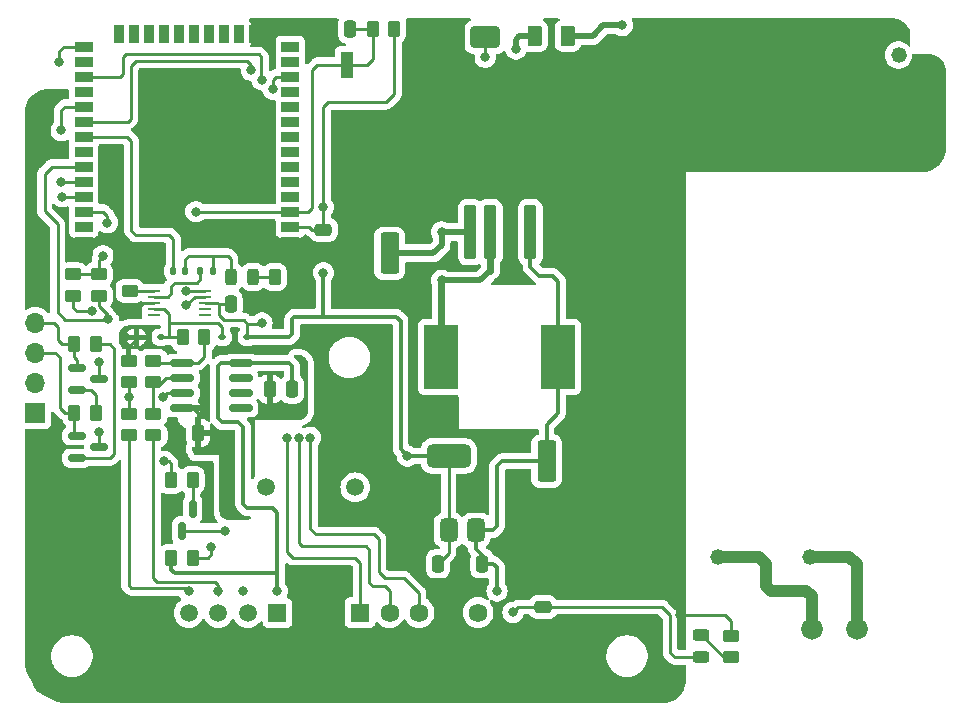
<source format=gtl>
G04 #@! TF.GenerationSoftware,KiCad,Pcbnew,7.0.11-7.0.11~ubuntu22.04.1*
G04 #@! TF.CreationDate,2024-09-12T14:51:07+07:00*
G04 #@! TF.ProjectId,scale,7363616c-652e-46b6-9963-61645f706362,rev?*
G04 #@! TF.SameCoordinates,Original*
G04 #@! TF.FileFunction,Copper,L1,Top*
G04 #@! TF.FilePolarity,Positive*
%FSLAX46Y46*%
G04 Gerber Fmt 4.6, Leading zero omitted, Abs format (unit mm)*
G04 Created by KiCad (PCBNEW 7.0.11-7.0.11~ubuntu22.04.1) date 2024-09-12 14:51:07*
%MOMM*%
%LPD*%
G01*
G04 APERTURE LIST*
G04 Aperture macros list*
%AMRoundRect*
0 Rectangle with rounded corners*
0 $1 Rounding radius*
0 $2 $3 $4 $5 $6 $7 $8 $9 X,Y pos of 4 corners*
0 Add a 4 corners polygon primitive as box body*
4,1,4,$2,$3,$4,$5,$6,$7,$8,$9,$2,$3,0*
0 Add four circle primitives for the rounded corners*
1,1,$1+$1,$2,$3*
1,1,$1+$1,$4,$5*
1,1,$1+$1,$6,$7*
1,1,$1+$1,$8,$9*
0 Add four rect primitives between the rounded corners*
20,1,$1+$1,$2,$3,$4,$5,0*
20,1,$1+$1,$4,$5,$6,$7,0*
20,1,$1+$1,$6,$7,$8,$9,0*
20,1,$1+$1,$8,$9,$2,$3,0*%
G04 Aperture macros list end*
G04 #@! TA.AperFunction,SMDPad,CuDef*
%ADD10R,1.100000X0.250000*%
G04 #@! TD*
G04 #@! TA.AperFunction,SMDPad,CuDef*
%ADD11RoundRect,0.250000X-0.262500X-0.450000X0.262500X-0.450000X0.262500X0.450000X-0.262500X0.450000X0*%
G04 #@! TD*
G04 #@! TA.AperFunction,SMDPad,CuDef*
%ADD12RoundRect,0.250000X0.262500X0.450000X-0.262500X0.450000X-0.262500X-0.450000X0.262500X-0.450000X0*%
G04 #@! TD*
G04 #@! TA.AperFunction,SMDPad,CuDef*
%ADD13RoundRect,0.250000X0.450000X-0.262500X0.450000X0.262500X-0.450000X0.262500X-0.450000X-0.262500X0*%
G04 #@! TD*
G04 #@! TA.AperFunction,SMDPad,CuDef*
%ADD14RoundRect,0.135000X-0.135000X-0.185000X0.135000X-0.185000X0.135000X0.185000X-0.135000X0.185000X0*%
G04 #@! TD*
G04 #@! TA.AperFunction,ComponentPad*
%ADD15C,1.320800*%
G04 #@! TD*
G04 #@! TA.AperFunction,ComponentPad*
%ADD16C,1.828800*%
G04 #@! TD*
G04 #@! TA.AperFunction,SMDPad,CuDef*
%ADD17RoundRect,0.250000X-0.450000X0.262500X-0.450000X-0.262500X0.450000X-0.262500X0.450000X0.262500X0*%
G04 #@! TD*
G04 #@! TA.AperFunction,SMDPad,CuDef*
%ADD18RoundRect,0.250000X0.250000X0.475000X-0.250000X0.475000X-0.250000X-0.475000X0.250000X-0.475000X0*%
G04 #@! TD*
G04 #@! TA.AperFunction,SMDPad,CuDef*
%ADD19RoundRect,0.112500X0.187500X0.112500X-0.187500X0.112500X-0.187500X-0.112500X0.187500X-0.112500X0*%
G04 #@! TD*
G04 #@! TA.AperFunction,SMDPad,CuDef*
%ADD20RoundRect,0.250000X-0.475000X0.250000X-0.475000X-0.250000X0.475000X-0.250000X0.475000X0.250000X0*%
G04 #@! TD*
G04 #@! TA.AperFunction,SMDPad,CuDef*
%ADD21RoundRect,0.250000X1.000000X0.650000X-1.000000X0.650000X-1.000000X-0.650000X1.000000X-0.650000X0*%
G04 #@! TD*
G04 #@! TA.AperFunction,SMDPad,CuDef*
%ADD22RoundRect,0.375000X0.375000X-0.625000X0.375000X0.625000X-0.375000X0.625000X-0.375000X-0.625000X0*%
G04 #@! TD*
G04 #@! TA.AperFunction,SMDPad,CuDef*
%ADD23RoundRect,0.500000X1.400000X-0.500000X1.400000X0.500000X-1.400000X0.500000X-1.400000X-0.500000X0*%
G04 #@! TD*
G04 #@! TA.AperFunction,SMDPad,CuDef*
%ADD24RoundRect,0.135000X0.135000X0.185000X-0.135000X0.185000X-0.135000X-0.185000X0.135000X-0.185000X0*%
G04 #@! TD*
G04 #@! TA.AperFunction,SMDPad,CuDef*
%ADD25RoundRect,0.250000X0.375000X0.625000X-0.375000X0.625000X-0.375000X-0.625000X0.375000X-0.625000X0*%
G04 #@! TD*
G04 #@! TA.AperFunction,SMDPad,CuDef*
%ADD26RoundRect,0.250000X0.550000X-1.500000X0.550000X1.500000X-0.550000X1.500000X-0.550000X-1.500000X0*%
G04 #@! TD*
G04 #@! TA.AperFunction,SMDPad,CuDef*
%ADD27R,1.120000X2.160000*%
G04 #@! TD*
G04 #@! TA.AperFunction,SMDPad,CuDef*
%ADD28RoundRect,0.150000X-0.587500X-0.150000X0.587500X-0.150000X0.587500X0.150000X-0.587500X0.150000X0*%
G04 #@! TD*
G04 #@! TA.AperFunction,ComponentPad*
%ADD29C,1.508000*%
G04 #@! TD*
G04 #@! TA.AperFunction,ComponentPad*
%ADD30R,1.590000X1.590000*%
G04 #@! TD*
G04 #@! TA.AperFunction,ComponentPad*
%ADD31C,1.590000*%
G04 #@! TD*
G04 #@! TA.AperFunction,SMDPad,CuDef*
%ADD32RoundRect,0.243750X-0.456250X0.243750X-0.456250X-0.243750X0.456250X-0.243750X0.456250X0.243750X0*%
G04 #@! TD*
G04 #@! TA.AperFunction,SMDPad,CuDef*
%ADD33RoundRect,0.243750X0.243750X0.456250X-0.243750X0.456250X-0.243750X-0.456250X0.243750X-0.456250X0*%
G04 #@! TD*
G04 #@! TA.AperFunction,SMDPad,CuDef*
%ADD34RoundRect,0.250000X-0.250000X-0.475000X0.250000X-0.475000X0.250000X0.475000X-0.250000X0.475000X0*%
G04 #@! TD*
G04 #@! TA.AperFunction,SMDPad,CuDef*
%ADD35RoundRect,0.150000X-0.825000X-0.150000X0.825000X-0.150000X0.825000X0.150000X-0.825000X0.150000X0*%
G04 #@! TD*
G04 #@! TA.AperFunction,SMDPad,CuDef*
%ADD36RoundRect,0.250000X0.300000X-2.050000X0.300000X2.050000X-0.300000X2.050000X-0.300000X-2.050000X0*%
G04 #@! TD*
G04 #@! TA.AperFunction,SMDPad,CuDef*
%ADD37RoundRect,0.250000X2.375000X-2.025000X2.375000X2.025000X-2.375000X2.025000X-2.375000X-2.025000X0*%
G04 #@! TD*
G04 #@! TA.AperFunction,SMDPad,CuDef*
%ADD38RoundRect,0.250002X5.149998X-4.449998X5.149998X4.449998X-5.149998X4.449998X-5.149998X-4.449998X0*%
G04 #@! TD*
G04 #@! TA.AperFunction,ComponentPad*
%ADD39R,1.508000X1.508000*%
G04 #@! TD*
G04 #@! TA.AperFunction,ComponentPad*
%ADD40R,1.700000X1.700000*%
G04 #@! TD*
G04 #@! TA.AperFunction,ComponentPad*
%ADD41O,1.700000X1.700000*%
G04 #@! TD*
G04 #@! TA.AperFunction,SMDPad,CuDef*
%ADD42RoundRect,0.250000X-0.550000X1.500000X-0.550000X-1.500000X0.550000X-1.500000X0.550000X1.500000X0*%
G04 #@! TD*
G04 #@! TA.AperFunction,SMDPad,CuDef*
%ADD43R,2.895600X5.410200*%
G04 #@! TD*
G04 #@! TA.AperFunction,SMDPad,CuDef*
%ADD44R,1.500000X0.900000*%
G04 #@! TD*
G04 #@! TA.AperFunction,SMDPad,CuDef*
%ADD45R,0.900000X1.500000*%
G04 #@! TD*
G04 #@! TA.AperFunction,SMDPad,CuDef*
%ADD46R,0.900000X0.900000*%
G04 #@! TD*
G04 #@! TA.AperFunction,HeatsinkPad*
%ADD47C,0.600000*%
G04 #@! TD*
G04 #@! TA.AperFunction,SMDPad,CuDef*
%ADD48R,3.800000X3.800000*%
G04 #@! TD*
G04 #@! TA.AperFunction,SMDPad,CuDef*
%ADD49RoundRect,0.150000X-0.150000X0.587500X-0.150000X-0.587500X0.150000X-0.587500X0.150000X0.587500X0*%
G04 #@! TD*
G04 #@! TA.AperFunction,ViaPad*
%ADD50C,0.800000*%
G04 #@! TD*
G04 #@! TA.AperFunction,Conductor*
%ADD51C,0.508000*%
G04 #@! TD*
G04 #@! TA.AperFunction,Conductor*
%ADD52C,0.250000*%
G04 #@! TD*
G04 #@! TA.AperFunction,Conductor*
%ADD53C,0.254000*%
G04 #@! TD*
G04 #@! TA.AperFunction,Conductor*
%ADD54C,0.609600*%
G04 #@! TD*
G04 #@! TA.AperFunction,Conductor*
%ADD55C,0.304800*%
G04 #@! TD*
G04 #@! TA.AperFunction,Conductor*
%ADD56C,1.016000*%
G04 #@! TD*
G04 APERTURE END LIST*
D10*
X11950000Y-24100000D03*
X11950000Y-24600000D03*
X11950000Y-25100000D03*
X11950000Y-25600000D03*
X11950000Y-26100000D03*
X16250000Y-26100000D03*
X16250000Y-25600000D03*
X16250000Y-25100000D03*
X16250000Y-24600000D03*
X16250000Y-24100000D03*
D11*
X22187500Y-22900000D03*
X24012500Y-22900000D03*
D12*
X16212500Y-28000000D03*
X14387500Y-28000000D03*
D13*
X9800000Y-36312500D03*
X9800000Y-34487500D03*
D14*
X15890000Y-22400000D03*
X16910000Y-22400000D03*
D15*
X59700000Y-46616596D03*
X67500000Y-46616596D03*
X52200002Y-4116604D03*
X74999997Y-4116604D03*
D16*
X67628400Y-52704901D03*
X71438400Y-52704901D03*
D17*
X9900000Y-24087500D03*
X9900000Y-25912500D03*
D18*
X28550000Y-1900000D03*
X26650000Y-1900000D03*
D19*
X12550000Y-28000000D03*
X10450000Y-28000000D03*
D13*
X7300000Y-24512500D03*
X7300000Y-22687500D03*
D20*
X26300000Y-18900000D03*
X26300000Y-20800000D03*
D21*
X40000000Y-2600000D03*
X36000000Y-2600000D03*
D22*
X34600000Y-44350000D03*
X36900000Y-44350000D03*
D23*
X36900000Y-38050000D03*
D22*
X39200000Y-44350000D03*
D24*
X14610000Y-22400000D03*
X13590000Y-22400000D03*
D25*
X47000000Y-2500000D03*
X44200000Y-2500000D03*
D26*
X31900000Y-20900000D03*
X31900000Y-15500000D03*
D27*
X28300000Y-11665000D03*
X28300000Y-4935000D03*
D28*
X5400000Y-30600000D03*
X5400000Y-32500000D03*
X7275000Y-31550000D03*
D18*
X23650000Y-32400000D03*
X21750000Y-32400000D03*
D13*
X11900000Y-31812500D03*
X11900000Y-29987500D03*
D29*
X21400000Y-40700000D03*
X29000000Y-40700000D03*
D30*
X29400000Y-51312500D03*
D31*
X31900000Y-51312500D03*
X34400000Y-51312500D03*
X36900000Y-51312500D03*
X39400000Y-51312500D03*
D12*
X15225000Y-40100000D03*
X13400000Y-40100000D03*
D32*
X58300000Y-53225000D03*
X58300000Y-55100000D03*
D33*
X20337500Y-22900000D03*
X18462500Y-22900000D03*
D13*
X9800000Y-31812500D03*
X9800000Y-29987500D03*
D34*
X18450000Y-25200000D03*
X20350000Y-25200000D03*
D12*
X15700000Y-36100000D03*
X13875000Y-36100000D03*
D11*
X5200000Y-34400000D03*
X7025000Y-34400000D03*
D35*
X14350000Y-30190000D03*
X14350000Y-31460000D03*
X14350000Y-32730000D03*
X14350000Y-34000000D03*
X19300000Y-34000000D03*
X19300000Y-32730000D03*
X19300000Y-31460000D03*
X19300000Y-30190000D03*
D18*
X36000000Y-47200000D03*
X34100000Y-47200000D03*
D13*
X60800000Y-55100000D03*
X60800000Y-53275000D03*
D28*
X5425000Y-36350000D03*
X5425000Y-38250000D03*
X7300000Y-37300000D03*
D13*
X5100000Y-24512500D03*
X5100000Y-22687500D03*
D18*
X39750000Y-47200000D03*
X37850000Y-47200000D03*
D36*
X38725000Y-19125000D03*
X40425000Y-19125000D03*
X42125000Y-19125000D03*
D37*
X39350000Y-12400000D03*
X44900000Y-12400000D03*
D38*
X42125000Y-9975000D03*
D37*
X39350000Y-7550000D03*
X44900000Y-7550000D03*
D36*
X43825000Y-19125000D03*
X45525000Y-19125000D03*
D39*
X22404750Y-51350000D03*
D29*
X19904750Y-51350000D03*
X17404750Y-51350000D03*
X14904750Y-51350000D03*
D40*
X1900000Y-34420000D03*
D41*
X1900000Y-31880000D03*
X1900000Y-29340000D03*
X1900000Y-26800000D03*
X1900000Y-24260000D03*
D11*
X30475000Y-1900000D03*
X32300000Y-1900000D03*
D42*
X45200000Y-38500000D03*
X45200000Y-43900000D03*
D13*
X11900000Y-36312500D03*
X11900000Y-34487500D03*
D43*
X36247000Y-29700000D03*
X46153000Y-29700000D03*
D11*
X5187500Y-28600000D03*
X7012500Y-28600000D03*
D19*
X19850000Y-28000000D03*
X17750000Y-28000000D03*
D44*
X23500000Y-19920000D03*
X23500000Y-18650000D03*
X23500000Y-17380000D03*
X23500000Y-16110000D03*
X23500000Y-14840000D03*
X23500000Y-13570000D03*
X23500000Y-12300000D03*
X23500000Y-11030000D03*
X23500000Y-9760000D03*
X23500000Y-8490000D03*
X23500000Y-7220000D03*
X23500000Y-5950000D03*
X23500000Y-4680000D03*
X23500000Y-3410000D03*
D45*
X20465000Y-2315000D03*
X19195000Y-2315000D03*
X17925000Y-2315000D03*
X16655000Y-2315000D03*
X15385000Y-2315000D03*
X14115000Y-2315000D03*
X12845000Y-2315000D03*
X11575000Y-2315000D03*
X10305000Y-2315000D03*
X9035000Y-2315000D03*
D44*
X6000000Y-3410000D03*
X6000000Y-4680000D03*
X6000000Y-5950000D03*
X6000000Y-7220000D03*
X6000000Y-8490000D03*
X6000000Y-9760000D03*
X6000000Y-11030000D03*
X6000000Y-12300000D03*
X6000000Y-13570000D03*
X6000000Y-14840000D03*
X6000000Y-16110000D03*
X6000000Y-17380000D03*
X6000000Y-18650000D03*
X6000000Y-19920000D03*
D46*
X17650000Y-13755000D03*
D47*
X17650000Y-13055000D03*
D46*
X17650000Y-12355000D03*
D47*
X17650000Y-11655000D03*
D46*
X17650000Y-10955000D03*
D47*
X16950000Y-13755000D03*
X16950000Y-12355000D03*
X16950000Y-10955000D03*
D46*
X16250000Y-13755000D03*
D47*
X16250000Y-13055000D03*
D46*
X16250000Y-12355000D03*
D48*
X16250000Y-12355000D03*
D47*
X16250000Y-11655000D03*
D46*
X16250000Y-10955000D03*
D47*
X15550000Y-13755000D03*
X15550000Y-12355000D03*
X15550000Y-10955000D03*
D46*
X14850000Y-13755000D03*
D47*
X14850000Y-13055000D03*
D46*
X14850000Y-12355000D03*
D47*
X14850000Y-11655000D03*
D46*
X14850000Y-10955000D03*
D49*
X15250000Y-42525000D03*
X13350000Y-42525000D03*
X14300000Y-44400000D03*
D20*
X44900000Y-50850000D03*
X44900000Y-52750000D03*
D12*
X15225000Y-46700000D03*
X13400000Y-46700000D03*
D50*
X36300000Y-19100000D03*
X42600000Y-3600000D03*
X13000000Y-44350000D03*
X48000000Y-18900000D03*
X30135000Y-11665000D03*
X46700000Y-52750000D03*
X1900000Y-22100000D03*
X31900000Y-12700000D03*
X33600000Y-9600000D03*
X14450000Y-38050000D03*
X22400000Y-1850000D03*
X47200000Y-45650000D03*
X8250000Y-12750000D03*
X16900000Y-6100000D03*
X56500000Y-51500000D03*
X8250000Y-14750000D03*
X41000000Y-49500000D03*
X22400000Y-49500000D03*
X26300000Y-17000000D03*
X7650000Y-21100000D03*
X42350000Y-51300000D03*
X33400000Y-38050000D03*
X21100000Y-26800000D03*
X26300000Y-22550000D03*
X17050000Y-36100000D03*
X19500000Y-49500000D03*
X21750000Y-33900000D03*
X9500000Y-28000000D03*
X16300000Y-31500000D03*
X16300000Y-32850000D03*
X36300000Y-23200000D03*
X40000000Y-4300000D03*
X51600000Y-1600000D03*
X7275000Y-30125000D03*
X15500000Y-17380000D03*
X3900000Y-4700000D03*
X7300000Y-36000000D03*
X14900000Y-49500000D03*
X12700000Y-33100000D03*
X9800000Y-33100000D03*
X17400000Y-49500000D03*
X14700000Y-25300000D03*
X8100000Y-26500000D03*
X8000000Y-18300000D03*
X6700000Y-25800000D03*
X14700000Y-24127000D03*
X20200000Y-5400000D03*
X23200000Y-36500000D03*
X21100000Y-6200000D03*
X24200000Y-36500000D03*
X22000000Y-7000000D03*
X25200000Y-36500000D03*
X16800000Y-45800000D03*
X4100000Y-14900000D03*
X4200000Y-16100000D03*
X18000000Y-44400000D03*
X12800000Y-38500000D03*
X4100000Y-10500000D03*
D51*
X42900000Y-2500000D02*
X42600000Y-2800000D01*
X36325000Y-19125000D02*
X36300000Y-19100000D01*
X35600000Y-20900000D02*
X36300000Y-20200000D01*
X36300000Y-20200000D02*
X36300000Y-19100000D01*
X42600000Y-2800000D02*
X42600000Y-3600000D01*
X38725000Y-19125000D02*
X36325000Y-19125000D01*
X31900000Y-20900000D02*
X35600000Y-20900000D01*
X44200000Y-2500000D02*
X42900000Y-2500000D01*
D52*
X8862500Y-25912500D02*
X9900000Y-25912500D01*
D53*
X34100000Y-48060775D02*
X34569612Y-48530388D01*
X34100000Y-44850000D02*
X34600000Y-44350000D01*
D54*
X45525000Y-19125000D02*
X45525000Y-13025000D01*
D52*
X14850000Y-11655000D02*
X15550000Y-12355000D01*
X44900000Y-52750000D02*
X44900000Y-54100000D01*
X36900000Y-48600000D02*
X34639224Y-48600000D01*
X45200000Y-43900000D02*
X46500000Y-43900000D01*
D54*
X48000000Y-18900000D02*
X46500000Y-18900000D01*
D52*
X16950000Y-10955000D02*
X17650000Y-11655000D01*
D54*
X36000000Y-9600000D02*
X33600000Y-9600000D01*
D52*
X28300000Y-11665000D02*
X30135000Y-11665000D01*
X46500000Y-43900000D02*
X47200000Y-44600000D01*
X36900000Y-51312500D02*
X36900000Y-48600000D01*
X17650000Y-13055000D02*
X16950000Y-12355000D01*
D53*
X34100000Y-47200000D02*
X34100000Y-48060775D01*
D52*
X44550000Y-54450000D02*
X37500000Y-54450000D01*
X31900000Y-15500000D02*
X31900000Y-12700000D01*
D53*
X24012500Y-24687500D02*
X24012500Y-22900000D01*
D52*
X13350000Y-42525000D02*
X13000000Y-42875000D01*
D53*
X28800000Y-15500000D02*
X28100000Y-16200000D01*
X20350000Y-25200000D02*
X23500000Y-25200000D01*
D52*
X16250000Y-13055000D02*
X16950000Y-13755000D01*
X13875000Y-37475000D02*
X14450000Y-38050000D01*
X8600000Y-25650000D02*
X8862500Y-25912500D01*
X37450000Y-48600000D02*
X37850000Y-48200000D01*
X26650000Y-1900000D02*
X20880000Y-1900000D01*
X60800000Y-52000000D02*
X60300000Y-51500000D01*
X26300000Y-20800000D02*
X27550000Y-20800000D01*
D53*
X28100000Y-20250000D02*
X27900000Y-20450000D01*
D52*
X46700000Y-52750000D02*
X44900000Y-52750000D01*
X8600000Y-20350000D02*
X8600000Y-25650000D01*
X8170000Y-19920000D02*
X8600000Y-20350000D01*
D53*
X34100000Y-47200000D02*
X34100000Y-44850000D01*
D52*
X16950000Y-12355000D02*
X15550000Y-12355000D01*
X37850000Y-48200000D02*
X37850000Y-47200000D01*
D53*
X11000000Y-25100000D02*
X11950000Y-25100000D01*
D52*
X16250000Y-11655000D02*
X15550000Y-12355000D01*
X13000000Y-42875000D02*
X13000000Y-44350000D01*
X45525000Y-13025000D02*
X44900000Y-12400000D01*
X36900000Y-48600000D02*
X37450000Y-48600000D01*
D53*
X9900000Y-25912500D02*
X10187500Y-25912500D01*
D54*
X42125000Y-9975000D02*
X36375000Y-9975000D01*
D52*
X20880000Y-1900000D02*
X20465000Y-2315000D01*
X6000000Y-19920000D02*
X8170000Y-19920000D01*
X30200000Y-11600000D02*
X30135000Y-11665000D01*
X60300000Y-51500000D02*
X56500000Y-51500000D01*
X36900000Y-53850000D02*
X36900000Y-51312500D01*
X16950000Y-13755000D02*
X17650000Y-13055000D01*
X16250000Y-11655000D02*
X16950000Y-12355000D01*
X60800000Y-53275000D02*
X60800000Y-52000000D01*
X15550000Y-13755000D02*
X14850000Y-13055000D01*
X16950000Y-10955000D02*
X15550000Y-10955000D01*
D53*
X10187500Y-25912500D02*
X11000000Y-25100000D01*
D54*
X42125000Y-19125000D02*
X42125000Y-9975000D01*
D52*
X14850000Y-13055000D02*
X15550000Y-12355000D01*
D54*
X46275000Y-19125000D02*
X45525000Y-19125000D01*
D52*
X34639224Y-48600000D02*
X34569612Y-48530388D01*
D54*
X36000000Y-9600000D02*
X36000000Y-2600000D01*
D53*
X28100000Y-16200000D02*
X28100000Y-20250000D01*
D54*
X36375000Y-9975000D02*
X36000000Y-9600000D01*
D53*
X23500000Y-25200000D02*
X24012500Y-24687500D01*
X31900000Y-15500000D02*
X28800000Y-15500000D01*
D52*
X47200000Y-44600000D02*
X47200000Y-45650000D01*
X44900000Y-54100000D02*
X44550000Y-54450000D01*
D54*
X46500000Y-18900000D02*
X46275000Y-19125000D01*
D52*
X15550000Y-13755000D02*
X16250000Y-13055000D01*
X27550000Y-20800000D02*
X27900000Y-20450000D01*
X13875000Y-36100000D02*
X13875000Y-37475000D01*
X37500000Y-54450000D02*
X36900000Y-53850000D01*
D55*
X22400000Y-48000000D02*
X22400000Y-48300000D01*
X45700000Y-22800000D02*
X46200000Y-23300000D01*
X17700000Y-35200000D02*
X17350000Y-34850000D01*
X22400000Y-48300000D02*
X22400000Y-49500000D01*
X19500000Y-35600000D02*
X19100000Y-35200000D01*
X17350000Y-34850000D02*
X17350000Y-30450000D01*
X22400000Y-48000000D02*
X22400000Y-42850000D01*
X22050000Y-42500000D02*
X19850000Y-42500000D01*
X43825000Y-19125000D02*
X43825000Y-22050822D01*
X39200000Y-44350000D02*
X40650000Y-44350000D01*
X23400000Y-30200000D02*
X21500000Y-30200000D01*
X17350000Y-30450000D02*
X17610000Y-30190000D01*
X19500000Y-42150000D02*
X19500000Y-35600000D01*
X19100000Y-35200000D02*
X17700000Y-35200000D01*
X44574178Y-22800000D02*
X45700000Y-22800000D01*
X39750000Y-47200000D02*
X40700000Y-47200000D01*
X23650000Y-32400000D02*
X23650000Y-30450000D01*
X41000000Y-44000000D02*
X41000000Y-38900000D01*
X41000000Y-47500000D02*
X41000000Y-49500000D01*
X19300000Y-30190000D02*
X21490000Y-30190000D01*
X21500000Y-30200000D02*
X21490000Y-30190000D01*
X19850000Y-42500000D02*
X19500000Y-42150000D01*
X13400000Y-47700000D02*
X13700000Y-48000000D01*
X39750000Y-47200000D02*
X39750000Y-46450000D01*
X40650000Y-44350000D02*
X41000000Y-44000000D01*
X39750000Y-46450000D02*
X39200000Y-45900000D01*
X13700000Y-48000000D02*
X22400000Y-48000000D01*
X13400000Y-46700000D02*
X13400000Y-47700000D01*
X22400000Y-42850000D02*
X22050000Y-42500000D01*
X41000000Y-38900000D02*
X41400000Y-38500000D01*
X43825000Y-22050822D02*
X44574178Y-22800000D01*
X23650000Y-30450000D02*
X23400000Y-30200000D01*
X17610000Y-30190000D02*
X19300000Y-30190000D01*
X39200000Y-45900000D02*
X39200000Y-44350000D01*
X46153000Y-34453000D02*
X46153000Y-29700000D01*
X45200000Y-35406000D02*
X46153000Y-34453000D01*
X40700000Y-47200000D02*
X41000000Y-47500000D01*
X46200000Y-23300000D02*
X46200000Y-29200000D01*
X45200000Y-38500000D02*
X45200000Y-35406000D01*
X41400000Y-38500000D02*
X45200000Y-38500000D01*
D52*
X7300000Y-22687500D02*
X7300000Y-21450000D01*
D53*
X36900000Y-46300000D02*
X36000000Y-47200000D01*
D52*
X23500000Y-18650000D02*
X25100000Y-18650000D01*
X42800000Y-50850000D02*
X42350000Y-51300000D01*
D53*
X36900000Y-44350000D02*
X36900000Y-38050000D01*
D52*
X26300000Y-18900000D02*
X26300000Y-17550000D01*
D55*
X23650000Y-27750000D02*
X23400000Y-28000000D01*
X32450000Y-26250000D02*
X26300000Y-26250000D01*
X32850000Y-37500000D02*
X32850000Y-26650000D01*
D52*
X39862500Y-50850000D02*
X39400000Y-51312500D01*
D55*
X36900000Y-38050000D02*
X33400000Y-38050000D01*
D53*
X26700000Y-8100000D02*
X31600000Y-8100000D01*
D52*
X19850000Y-26850000D02*
X19550000Y-26550000D01*
X56050000Y-55100000D02*
X58300000Y-55100000D01*
D55*
X26300000Y-26250000D02*
X23850000Y-26250000D01*
D52*
X44900000Y-50850000D02*
X54950000Y-50850000D01*
D53*
X32300000Y-7400000D02*
X32300000Y-1900000D01*
D52*
X19850000Y-26850000D02*
X21050000Y-26850000D01*
D55*
X23650000Y-26450000D02*
X23650000Y-27750000D01*
X33400000Y-38050000D02*
X32850000Y-37500000D01*
D52*
X7300000Y-21450000D02*
X7650000Y-21100000D01*
X55650000Y-51550000D02*
X55650000Y-54700000D01*
D53*
X26300000Y-8500000D02*
X26700000Y-8100000D01*
D52*
X25350000Y-18900000D02*
X26300000Y-18900000D01*
D53*
X36900000Y-44350000D02*
X36900000Y-46300000D01*
X31600000Y-8100000D02*
X32300000Y-7400000D01*
D52*
X19850000Y-28000000D02*
X19850000Y-26850000D01*
X55650000Y-54700000D02*
X56050000Y-55100000D01*
D55*
X26350000Y-22600000D02*
X26300000Y-22550000D01*
X32850000Y-26650000D02*
X32450000Y-26250000D01*
D52*
X54950000Y-50850000D02*
X55650000Y-51550000D01*
D53*
X16250000Y-25100000D02*
X17350000Y-25100000D01*
D52*
X44900000Y-50850000D02*
X42800000Y-50850000D01*
X19550000Y-26550000D02*
X17900000Y-26550000D01*
D53*
X26300000Y-17550000D02*
X26300000Y-8500000D01*
D52*
X17550000Y-25200000D02*
X18450000Y-25200000D01*
X17500000Y-26150000D02*
X17500000Y-25250000D01*
X21050000Y-26850000D02*
X21100000Y-26800000D01*
D55*
X19850000Y-28000000D02*
X23400000Y-28000000D01*
D52*
X17500000Y-25250000D02*
X17550000Y-25200000D01*
D55*
X23850000Y-26250000D02*
X23650000Y-26450000D01*
D52*
X7300000Y-22687500D02*
X5100000Y-22687500D01*
D53*
X17350000Y-25100000D02*
X17500000Y-25250000D01*
D55*
X26300000Y-22550000D02*
X26300000Y-26250000D01*
D52*
X25100000Y-18650000D02*
X25350000Y-18900000D01*
X17900000Y-26550000D02*
X17500000Y-26150000D01*
D53*
X9800000Y-28850000D02*
X9950000Y-28700000D01*
X9500000Y-28250000D02*
X9500000Y-28000000D01*
X15700000Y-34400000D02*
X15700000Y-36100000D01*
X9800000Y-30187500D02*
X9800000Y-28850000D01*
X14350000Y-34000000D02*
X15300000Y-34000000D01*
X15700000Y-36100000D02*
X17050000Y-36100000D01*
D52*
X21750000Y-32400000D02*
X21750000Y-33900000D01*
D53*
X9950000Y-28700000D02*
X10450000Y-28200000D01*
D52*
X10450000Y-28000000D02*
X9500000Y-28000000D01*
D53*
X15300000Y-34000000D02*
X15700000Y-34400000D01*
D51*
X39600000Y-23200000D02*
X40425000Y-22375000D01*
D54*
X36294000Y-29200000D02*
X36294000Y-23206000D01*
X36294000Y-23206000D02*
X36300000Y-23200000D01*
D52*
X40000000Y-2600000D02*
X40000000Y-4300000D01*
D54*
X40425000Y-19125000D02*
X40425000Y-22375000D01*
D51*
X36300000Y-23200000D02*
X39600000Y-23200000D01*
D52*
X60175000Y-55100000D02*
X58300000Y-53225000D01*
X60800000Y-55100000D02*
X60175000Y-55100000D01*
X17750000Y-28000000D02*
X17750000Y-27150000D01*
X13200000Y-26800000D02*
X13200000Y-28000000D01*
X17750000Y-27150000D02*
X17400000Y-26800000D01*
X12800000Y-25600000D02*
X13200000Y-26000000D01*
X17400000Y-26800000D02*
X13200000Y-26800000D01*
X13200000Y-26000000D02*
X13200000Y-26800000D01*
D53*
X12550000Y-28000000D02*
X13200000Y-28000000D01*
D52*
X11950000Y-25600000D02*
X12800000Y-25600000D01*
D53*
X13200000Y-28000000D02*
X14387500Y-28000000D01*
X20337500Y-22900000D02*
X22187500Y-22900000D01*
X14610000Y-21390000D02*
X14900000Y-21100000D01*
X16910000Y-21110000D02*
X16900000Y-21100000D01*
X18462500Y-22900000D02*
X18462500Y-21362500D01*
X16910000Y-22400000D02*
X16910000Y-21110000D01*
X14900000Y-21100000D02*
X16900000Y-21100000D01*
X16900000Y-21100000D02*
X18200000Y-21100000D01*
X18462500Y-21362500D02*
X18200000Y-21100000D01*
X14610000Y-22400000D02*
X14610000Y-21390000D01*
D51*
X51600000Y-1600000D02*
X50000000Y-1600000D01*
X47000000Y-2500000D02*
X49100000Y-2500000D01*
X50000000Y-1600000D02*
X49100000Y-2500000D01*
D53*
X5400000Y-30600000D02*
X5400000Y-29900000D01*
X4200000Y-28600000D02*
X5187500Y-28600000D01*
X3800000Y-27100000D02*
X3800000Y-28200000D01*
X3460000Y-26760000D02*
X3800000Y-27100000D01*
X5400000Y-29900000D02*
X5187500Y-29687500D01*
X3800000Y-28200000D02*
X4200000Y-28600000D01*
X5187500Y-29687500D02*
X5187500Y-28600000D01*
X2100000Y-26760000D02*
X3460000Y-26760000D01*
X7025000Y-32925000D02*
X7025000Y-34400000D01*
X5400000Y-32500000D02*
X6600000Y-32500000D01*
X6600000Y-32500000D02*
X7025000Y-32925000D01*
D52*
X25350000Y-17050000D02*
X25350000Y-5350000D01*
X7275000Y-31550000D02*
X7275000Y-30125000D01*
X25765000Y-4935000D02*
X26650000Y-4935000D01*
X25350000Y-5350000D02*
X25765000Y-4935000D01*
X15500000Y-17380000D02*
X23500000Y-17380000D01*
X25020000Y-17380000D02*
X25350000Y-17050000D01*
D53*
X30475000Y-4425000D02*
X29965000Y-4935000D01*
X30475000Y-1900000D02*
X30475000Y-4425000D01*
D52*
X23500000Y-17380000D02*
X25020000Y-17380000D01*
X28550000Y-1900000D02*
X30475000Y-1900000D01*
D53*
X29965000Y-4935000D02*
X28300000Y-4935000D01*
X28300000Y-4935000D02*
X26650000Y-4935000D01*
D52*
X7300000Y-30100000D02*
X7275000Y-30125000D01*
D53*
X4000000Y-29700000D02*
X3600000Y-29300000D01*
X5200000Y-34400000D02*
X4400000Y-34400000D01*
X3600000Y-29300000D02*
X2100000Y-29300000D01*
X4000000Y-34000000D02*
X4000000Y-29700000D01*
X5200000Y-34400000D02*
X5200000Y-36125000D01*
X4400000Y-34400000D02*
X4000000Y-34000000D01*
X5200000Y-36125000D02*
X5425000Y-36350000D01*
D52*
X5425000Y-38250000D02*
X8250000Y-38250000D01*
X8600000Y-37900000D02*
X8600000Y-29000000D01*
X7012500Y-28600000D02*
X8200000Y-28600000D01*
X8200000Y-28600000D02*
X8600000Y-29000000D01*
X8250000Y-38250000D02*
X8600000Y-37900000D01*
X4300000Y-3400000D02*
X4310000Y-3410000D01*
X4310000Y-3410000D02*
X6000000Y-3410000D01*
X7300000Y-37300000D02*
X7300000Y-36000000D01*
X3900000Y-3800000D02*
X4300000Y-3400000D01*
X3900000Y-4700000D02*
X3900000Y-3800000D01*
X9800000Y-36312500D02*
X9800000Y-49000000D01*
X10050000Y-49250000D02*
X14650000Y-49250000D01*
X14650000Y-49250000D02*
X14900000Y-49500000D01*
X9800000Y-49000000D02*
X10050000Y-49250000D01*
D53*
X13070000Y-32730000D02*
X12700000Y-33100000D01*
X14350000Y-32730000D02*
X13070000Y-32730000D01*
D52*
X9800000Y-33100000D02*
X9800000Y-31812500D01*
X9800000Y-34487500D02*
X9800000Y-33100000D01*
X12200000Y-48700000D02*
X11900000Y-48400000D01*
X17400000Y-49000000D02*
X17100000Y-48700000D01*
X17400000Y-49800000D02*
X17400000Y-49000000D01*
X11900000Y-36312500D02*
X11900000Y-48400000D01*
X17100000Y-48700000D02*
X12200000Y-48700000D01*
D53*
X11900000Y-32012500D02*
X12387500Y-32012500D01*
X12387500Y-32012500D02*
X12940000Y-31460000D01*
D52*
X11900000Y-34487500D02*
X11900000Y-31812500D01*
D53*
X12940000Y-31460000D02*
X14350000Y-31460000D01*
X14350000Y-30190000D02*
X11902500Y-30190000D01*
X11902500Y-30190000D02*
X11900000Y-30187500D01*
X15710000Y-30190000D02*
X16212500Y-29687500D01*
X16212500Y-29687500D02*
X16212500Y-28200000D01*
X14350000Y-30190000D02*
X15710000Y-30190000D01*
X11950000Y-24100000D02*
X9912500Y-24100000D01*
X9912500Y-24100000D02*
X9900000Y-24087500D01*
D52*
X2700000Y-14150000D02*
X3280000Y-13570000D01*
X4425000Y-26525000D02*
X3800000Y-25900000D01*
X8100000Y-26500000D02*
X8100000Y-26150000D01*
X3800000Y-18450000D02*
X2700000Y-17350000D01*
X7300000Y-25350000D02*
X7300000Y-24512500D01*
X8100000Y-26150000D02*
X7300000Y-25350000D01*
X3280000Y-13570000D02*
X6000000Y-13570000D01*
X15400000Y-24600000D02*
X14700000Y-25300000D01*
X8100000Y-26500000D02*
X8075000Y-26525000D01*
X3800000Y-25900000D02*
X3800000Y-18450000D01*
X2700000Y-17350000D02*
X2700000Y-14150000D01*
X16250000Y-24600000D02*
X15400000Y-24600000D01*
X8075000Y-26525000D02*
X4425000Y-26525000D01*
X14627000Y-24100000D02*
X14600000Y-24127000D01*
X5100000Y-24512500D02*
X5100000Y-25500000D01*
X7680000Y-17380000D02*
X8000000Y-17700000D01*
X6700000Y-25800000D02*
X5400000Y-25800000D01*
X6000000Y-17380000D02*
X7680000Y-17380000D01*
X8000000Y-17700000D02*
X8000000Y-18300000D01*
X16250000Y-24100000D02*
X14627000Y-24100000D01*
X5400000Y-25800000D02*
X5100000Y-25500000D01*
D53*
X15600000Y-23400000D02*
X15890000Y-23110000D01*
X13400000Y-23700000D02*
X13700000Y-23400000D01*
X15890000Y-23110000D02*
X15890000Y-22400000D01*
X13700000Y-23400000D02*
X15600000Y-23400000D01*
X11950000Y-24600000D02*
X13100000Y-24600000D01*
X13100000Y-24600000D02*
X13400000Y-24300000D01*
X13400000Y-24300000D02*
X13400000Y-23700000D01*
D52*
X13250000Y-19350000D02*
X10400000Y-19350000D01*
X10050000Y-11400000D02*
X9680000Y-11030000D01*
X10400000Y-19350000D02*
X10050000Y-19000000D01*
X13590000Y-22400000D02*
X13590000Y-19690000D01*
X9680000Y-11030000D02*
X6000000Y-11030000D01*
X13590000Y-19690000D02*
X13250000Y-19350000D01*
X10050000Y-19000000D02*
X10050000Y-11400000D01*
D56*
X67200000Y-49500000D02*
X64200000Y-49500000D01*
X67628400Y-52704901D02*
X67628400Y-49928400D01*
X63800000Y-47200000D02*
X63216596Y-46616596D01*
X67628400Y-49928400D02*
X67200000Y-49500000D01*
X63216596Y-46616596D02*
X59700000Y-46616596D01*
X64200000Y-49500000D02*
X63800000Y-49100000D01*
X63800000Y-49100000D02*
X63800000Y-47200000D01*
X71438400Y-47238400D02*
X70816596Y-46616596D01*
X70816596Y-46616596D02*
X67500000Y-46616596D01*
X71438400Y-52704901D02*
X71438400Y-47238400D01*
D52*
X23200000Y-46200000D02*
X23700000Y-46700000D01*
X10000000Y-9500000D02*
X9740000Y-9760000D01*
X29400000Y-47100000D02*
X29400000Y-47300000D01*
X23700000Y-46700000D02*
X29000000Y-46700000D01*
X29000000Y-46700000D02*
X29400000Y-47100000D01*
X23230876Y-36746597D02*
X23200000Y-36715721D01*
X10000000Y-5000000D02*
X10000000Y-9500000D01*
X29400000Y-51312500D02*
X29400000Y-47300000D01*
X20200000Y-5400000D02*
X20200000Y-4950000D01*
X10400000Y-4600000D02*
X10000000Y-5000000D01*
X20200000Y-4950000D02*
X19850000Y-4600000D01*
X23200000Y-36715721D02*
X23200000Y-46200000D01*
X9740000Y-9760000D02*
X6000000Y-9760000D01*
X19850000Y-4600000D02*
X10400000Y-4600000D01*
X6000000Y-5950000D02*
X9050000Y-5950000D01*
X29900000Y-45700000D02*
X24650000Y-45700000D01*
X24500000Y-45700000D02*
X24650000Y-45700000D01*
X30200000Y-48800000D02*
X30200000Y-46000000D01*
X9300000Y-4300000D02*
X9550000Y-4050000D01*
X9300000Y-5700000D02*
X9300000Y-4300000D01*
X31900000Y-51312500D02*
X31900000Y-49500000D01*
X30500000Y-49100000D02*
X30200000Y-48800000D01*
X30200000Y-46000000D02*
X29900000Y-45700000D01*
X31500000Y-49100000D02*
X30500000Y-49100000D01*
X31900000Y-49500000D02*
X31500000Y-49100000D01*
X24200000Y-45400000D02*
X24500000Y-45700000D01*
X21050000Y-6150000D02*
X21100000Y-6200000D01*
X24200000Y-36500003D02*
X24200000Y-45400000D01*
X9550000Y-4050000D02*
X20850000Y-4050000D01*
X24199997Y-36500000D02*
X24200000Y-36500003D01*
X21050000Y-4250000D02*
X21050000Y-6150000D01*
X9050000Y-5950000D02*
X9300000Y-5700000D01*
X20850000Y-4050000D02*
X21050000Y-4250000D01*
X31000000Y-47800000D02*
X31000000Y-45100000D01*
X30600000Y-44700000D02*
X30450000Y-44700000D01*
X31000000Y-47900000D02*
X31000000Y-47800000D01*
X33100000Y-48400000D02*
X32950000Y-48400000D01*
X34400000Y-51312500D02*
X34400000Y-49700000D01*
X22000000Y-6200000D02*
X22000000Y-7000000D01*
X23500000Y-5950000D02*
X22250000Y-5950000D01*
X32950000Y-48400000D02*
X31500000Y-48400000D01*
X25200000Y-44250000D02*
X25650000Y-44700000D01*
X22250000Y-5950000D02*
X22000000Y-6200000D01*
X25200000Y-44250000D02*
X25200000Y-36600000D01*
X31500000Y-48400000D02*
X31000000Y-47900000D01*
X31000000Y-45100000D02*
X30600000Y-44700000D01*
X25650000Y-44700000D02*
X25850000Y-44700000D01*
X34400000Y-49700000D02*
X33100000Y-48400000D01*
X30450000Y-44700000D02*
X25850000Y-44700000D01*
D53*
X16500000Y-46700000D02*
X16800000Y-46400000D01*
X15225000Y-46700000D02*
X16500000Y-46700000D01*
X16800000Y-46400000D02*
X16800000Y-45800000D01*
D52*
X4160000Y-14840000D02*
X4100000Y-14900000D01*
X6000000Y-14840000D02*
X4160000Y-14840000D01*
X5990000Y-16100000D02*
X6000000Y-16110000D01*
X4200000Y-16100000D02*
X5990000Y-16100000D01*
D53*
X14300000Y-44400000D02*
X18000000Y-44400000D01*
X15250000Y-40125000D02*
X15225000Y-40100000D01*
X15250000Y-42525000D02*
X15250000Y-40125000D01*
D52*
X13200000Y-38500000D02*
X12800000Y-38500000D01*
X4100000Y-8800000D02*
X4100000Y-10500000D01*
X13400000Y-40100000D02*
X13400000Y-38700000D01*
X6000000Y-8490000D02*
X4410000Y-8490000D01*
X4410000Y-8490000D02*
X4100000Y-8800000D01*
X13400000Y-38700000D02*
X13200000Y-38500000D01*
G04 #@! TA.AperFunction,Conductor*
G36*
X16616279Y-30273652D02*
G01*
X16672212Y-30315524D01*
X16696629Y-30380988D01*
X16695419Y-30409229D01*
X16692236Y-30429328D01*
X16696550Y-30474966D01*
X16697100Y-30486635D01*
X16697100Y-34764232D01*
X16695328Y-34780279D01*
X16695566Y-34780302D01*
X16694832Y-34788067D01*
X16694832Y-34788069D01*
X16696000Y-34825233D01*
X16697039Y-34858303D01*
X16697100Y-34862198D01*
X16697100Y-34891075D01*
X16697657Y-34895488D01*
X16698572Y-34907120D01*
X16700012Y-34952945D01*
X16700013Y-34952951D01*
X16705965Y-34973438D01*
X16709910Y-34992483D01*
X16713564Y-35021398D01*
X16712103Y-35021582D01*
X16710005Y-35082765D01*
X16670237Y-35140214D01*
X16605724Y-35167043D01*
X16536947Y-35154734D01*
X16504614Y-35131453D01*
X16430845Y-35057684D01*
X16281624Y-34965643D01*
X16281619Y-34965641D01*
X16115197Y-34910494D01*
X16115190Y-34910493D01*
X16012486Y-34900000D01*
X15950000Y-34900000D01*
X15950000Y-35850000D01*
X16712499Y-35850000D01*
X16712499Y-35600028D01*
X16712498Y-35600013D01*
X16702005Y-35497300D01*
X16684338Y-35443985D01*
X16681935Y-35374157D01*
X16717666Y-35314115D01*
X16780186Y-35282922D01*
X16849645Y-35290481D01*
X16881083Y-35309436D01*
X16905600Y-35329718D01*
X16914241Y-35337581D01*
X17177681Y-35601021D01*
X17187779Y-35613625D01*
X17187963Y-35613474D01*
X17192930Y-35619479D01*
X17244163Y-35667589D01*
X17246961Y-35670301D01*
X17267375Y-35690715D01*
X17270887Y-35693439D01*
X17279766Y-35701023D01*
X17303970Y-35723752D01*
X17313185Y-35732405D01*
X17331890Y-35742688D01*
X17348141Y-35753363D01*
X17365006Y-35766445D01*
X17407092Y-35784657D01*
X17417566Y-35789789D01*
X17430736Y-35797029D01*
X17457738Y-35811875D01*
X17457740Y-35811875D01*
X17457741Y-35811876D01*
X17468936Y-35814750D01*
X17478407Y-35817182D01*
X17496819Y-35823485D01*
X17516399Y-35831959D01*
X17561686Y-35839130D01*
X17573112Y-35841497D01*
X17617520Y-35852900D01*
X17638861Y-35852900D01*
X17658258Y-35854426D01*
X17679327Y-35857763D01*
X17679328Y-35857764D01*
X17679328Y-35857763D01*
X17679329Y-35857764D01*
X17724970Y-35853449D01*
X17736638Y-35852900D01*
X18723100Y-35852900D01*
X18790139Y-35872585D01*
X18835894Y-35925389D01*
X18847100Y-35976900D01*
X18847100Y-42064232D01*
X18845328Y-42080279D01*
X18845566Y-42080302D01*
X18844832Y-42088067D01*
X18847039Y-42158303D01*
X18847100Y-42162198D01*
X18847100Y-42191075D01*
X18847657Y-42195488D01*
X18848572Y-42207120D01*
X18850012Y-42252945D01*
X18850013Y-42252951D01*
X18855965Y-42273438D01*
X18859910Y-42292483D01*
X18862585Y-42313657D01*
X18862588Y-42313669D01*
X18879462Y-42356289D01*
X18883245Y-42367337D01*
X18896033Y-42411355D01*
X18896035Y-42411360D01*
X18906900Y-42429731D01*
X18915458Y-42447201D01*
X18923311Y-42467035D01*
X18923315Y-42467041D01*
X18950256Y-42504123D01*
X18956669Y-42513885D01*
X18980009Y-42553350D01*
X18995094Y-42568434D01*
X19007734Y-42583233D01*
X19020274Y-42600494D01*
X19055601Y-42629719D01*
X19064241Y-42637581D01*
X19327681Y-42901021D01*
X19337779Y-42913625D01*
X19337963Y-42913474D01*
X19342930Y-42919479D01*
X19394163Y-42967589D01*
X19396961Y-42970301D01*
X19417375Y-42990715D01*
X19420887Y-42993439D01*
X19429766Y-43001023D01*
X19453970Y-43023752D01*
X19463185Y-43032405D01*
X19481890Y-43042688D01*
X19498141Y-43053363D01*
X19515006Y-43066445D01*
X19557092Y-43084657D01*
X19567566Y-43089789D01*
X19580736Y-43097029D01*
X19607738Y-43111875D01*
X19607740Y-43111875D01*
X19607741Y-43111876D01*
X19618936Y-43114750D01*
X19628407Y-43117182D01*
X19646819Y-43123485D01*
X19666399Y-43131959D01*
X19711686Y-43139130D01*
X19723112Y-43141497D01*
X19767520Y-43152900D01*
X19788861Y-43152900D01*
X19808258Y-43154426D01*
X19829327Y-43157763D01*
X19829328Y-43157764D01*
X19829328Y-43157763D01*
X19829329Y-43157764D01*
X19874970Y-43153449D01*
X19886638Y-43152900D01*
X20043014Y-43152900D01*
X20110053Y-43172585D01*
X20155808Y-43225389D01*
X20165752Y-43294547D01*
X20136727Y-43358103D01*
X20108984Y-43381895D01*
X20058936Y-43413341D01*
X20033921Y-43425388D01*
X19891201Y-43475328D01*
X19864130Y-43481506D01*
X19706923Y-43499220D01*
X19693039Y-43500000D01*
X18306961Y-43500000D01*
X18293077Y-43499220D01*
X18135869Y-43481506D01*
X18108798Y-43475328D01*
X17966078Y-43425388D01*
X17941061Y-43413340D01*
X17813036Y-43332897D01*
X17791327Y-43315584D01*
X17684415Y-43208672D01*
X17667102Y-43186963D01*
X17646658Y-43154427D01*
X17586659Y-43058938D01*
X17574611Y-43033921D01*
X17574079Y-43032401D01*
X17524670Y-42891198D01*
X17518493Y-42864130D01*
X17500780Y-42706922D01*
X17500000Y-42693038D01*
X17500000Y-38799996D01*
X17500000Y-38000000D01*
X16700004Y-38000000D01*
X15461855Y-38000000D01*
X15394816Y-37980315D01*
X15349061Y-37927511D01*
X15338535Y-37888965D01*
X15335674Y-37861744D01*
X15277179Y-37681716D01*
X15182533Y-37517784D01*
X15159393Y-37492085D01*
X15129165Y-37429096D01*
X15137790Y-37359761D01*
X15182531Y-37306095D01*
X15249184Y-37285137D01*
X15277887Y-37289496D01*
X15278189Y-37288089D01*
X15284809Y-37289506D01*
X15387519Y-37299999D01*
X15449999Y-37299998D01*
X15450000Y-37299998D01*
X15450000Y-36350000D01*
X15950000Y-36350000D01*
X15950000Y-37299999D01*
X16012472Y-37299999D01*
X16012486Y-37299998D01*
X16115197Y-37289505D01*
X16281619Y-37234358D01*
X16281624Y-37234356D01*
X16430845Y-37142315D01*
X16554815Y-37018345D01*
X16646856Y-36869124D01*
X16646858Y-36869119D01*
X16702005Y-36702697D01*
X16702006Y-36702690D01*
X16712499Y-36599986D01*
X16712500Y-36599973D01*
X16712500Y-36350000D01*
X15950000Y-36350000D01*
X15450000Y-36350000D01*
X15450000Y-34888288D01*
X15430601Y-34852762D01*
X15435585Y-34783070D01*
X15477457Y-34727137D01*
X15488647Y-34719671D01*
X15576555Y-34667683D01*
X15576561Y-34667678D01*
X15692678Y-34551561D01*
X15692685Y-34551552D01*
X15776281Y-34410198D01*
X15822100Y-34252486D01*
X15822295Y-34250001D01*
X15822295Y-34250000D01*
X14224000Y-34250000D01*
X14156961Y-34230315D01*
X14111206Y-34177511D01*
X14100000Y-34126000D01*
X14100000Y-33874000D01*
X14119685Y-33806961D01*
X14172489Y-33761206D01*
X14224000Y-33750000D01*
X15822295Y-33750000D01*
X15822295Y-33749998D01*
X15822100Y-33747513D01*
X15776281Y-33589801D01*
X15692685Y-33448447D01*
X15687900Y-33442278D01*
X15690366Y-33440364D01*
X15663802Y-33391776D01*
X15668749Y-33322082D01*
X15689856Y-33289232D01*
X15688301Y-33288026D01*
X15693077Y-33281868D01*
X15693081Y-33281865D01*
X15776744Y-33140398D01*
X15822598Y-32982569D01*
X15825500Y-32945694D01*
X15825500Y-32514306D01*
X15822598Y-32477431D01*
X15776744Y-32319602D01*
X15693081Y-32178135D01*
X15693078Y-32178132D01*
X15688298Y-32171969D01*
X15690750Y-32170066D01*
X15664155Y-32121421D01*
X15669104Y-32051726D01*
X15689940Y-32019304D01*
X15688298Y-32018031D01*
X15693075Y-32011870D01*
X15693081Y-32011865D01*
X15776744Y-31870398D01*
X15822598Y-31712569D01*
X15825500Y-31675694D01*
X15825500Y-31244306D01*
X15822598Y-31207431D01*
X15816224Y-31185493D01*
X15776745Y-31049606D01*
X15776745Y-31049605D01*
X15776744Y-31049602D01*
X15765163Y-31030020D01*
X15744289Y-30994722D01*
X15727106Y-30926998D01*
X15749266Y-30860736D01*
X15803733Y-30816973D01*
X15816409Y-30812531D01*
X15828281Y-30809081D01*
X15847328Y-30805137D01*
X15867293Y-30802616D01*
X15908055Y-30786476D01*
X15919092Y-30782698D01*
X15961191Y-30770468D01*
X15978515Y-30760221D01*
X15995983Y-30751663D01*
X16014703Y-30744253D01*
X16050177Y-30718478D01*
X16059915Y-30712081D01*
X16097656Y-30689763D01*
X16111897Y-30675520D01*
X16126678Y-30662897D01*
X16142967Y-30651063D01*
X16170904Y-30617290D01*
X16178756Y-30608661D01*
X16485266Y-30302151D01*
X16546587Y-30268668D01*
X16616279Y-30273652D01*
G37*
G04 #@! TD.AperFunction*
G04 #@! TA.AperFunction,Conductor*
G36*
X24206922Y-29500779D02*
G01*
X24364132Y-29518493D01*
X24391198Y-29524670D01*
X24391372Y-29524731D01*
X24533921Y-29574611D01*
X24558938Y-29586659D01*
X24686965Y-29667103D01*
X24708672Y-29684415D01*
X24815584Y-29791327D01*
X24832897Y-29813036D01*
X24913340Y-29941061D01*
X24925388Y-29966078D01*
X24975328Y-30108798D01*
X24981506Y-30135869D01*
X24999220Y-30293077D01*
X25000000Y-30306961D01*
X25000000Y-34193038D01*
X24999220Y-34206922D01*
X24981506Y-34364130D01*
X24975328Y-34391201D01*
X24925388Y-34533921D01*
X24913340Y-34558938D01*
X24832897Y-34686963D01*
X24815584Y-34708672D01*
X24708672Y-34815584D01*
X24686963Y-34832897D01*
X24558938Y-34913340D01*
X24533921Y-34925388D01*
X24391201Y-34975328D01*
X24364130Y-34981506D01*
X24206923Y-34999220D01*
X24193039Y-35000000D01*
X20500000Y-35000000D01*
X20500000Y-35799995D01*
X20500000Y-39774507D01*
X20480315Y-39841546D01*
X20463681Y-39862188D01*
X20435327Y-39890541D01*
X20435326Y-39890542D01*
X20378475Y-39971735D01*
X20323898Y-40015359D01*
X20254399Y-40022552D01*
X20192045Y-39991030D01*
X20156631Y-39930800D01*
X20152900Y-39900611D01*
X20152900Y-35685765D01*
X20154671Y-35669716D01*
X20154434Y-35669694D01*
X20155166Y-35661938D01*
X20155168Y-35661931D01*
X20152961Y-35591708D01*
X20152900Y-35587813D01*
X20152900Y-35558931D01*
X20152900Y-35558925D01*
X20152341Y-35554504D01*
X20151425Y-35542865D01*
X20149986Y-35497052D01*
X20144035Y-35476569D01*
X20140087Y-35457507D01*
X20137414Y-35436340D01*
X20120535Y-35393710D01*
X20116750Y-35382655D01*
X20103964Y-35338641D01*
X20093098Y-35320267D01*
X20084542Y-35302802D01*
X20076688Y-35282963D01*
X20049738Y-35245870D01*
X20043328Y-35236111D01*
X20019993Y-35196654D01*
X20019992Y-35196652D01*
X20004906Y-35181566D01*
X19992271Y-35166774D01*
X19979726Y-35149507D01*
X19979723Y-35149505D01*
X19979723Y-35149504D01*
X19979722Y-35149503D01*
X19944403Y-35120285D01*
X19935762Y-35112422D01*
X19835521Y-35012181D01*
X19802036Y-34950858D01*
X19807020Y-34881166D01*
X19848892Y-34825233D01*
X19914356Y-34800816D01*
X19923202Y-34800500D01*
X20190686Y-34800500D01*
X20190694Y-34800500D01*
X20227569Y-34797598D01*
X20227571Y-34797597D01*
X20227573Y-34797597D01*
X20277574Y-34783070D01*
X20385398Y-34751744D01*
X20526865Y-34668081D01*
X20643081Y-34551865D01*
X20726744Y-34410398D01*
X20772598Y-34252569D01*
X20775500Y-34215694D01*
X20775500Y-33784306D01*
X20772598Y-33747431D01*
X20726744Y-33589602D01*
X20643081Y-33448135D01*
X20643078Y-33448132D01*
X20638298Y-33441969D01*
X20640750Y-33440066D01*
X20614155Y-33391421D01*
X20619104Y-33321726D01*
X20639940Y-33289304D01*
X20638298Y-33288031D01*
X20643073Y-33281872D01*
X20643081Y-33281865D01*
X20649537Y-33270947D01*
X20700604Y-33223264D01*
X20769345Y-33210758D01*
X20833935Y-33237402D01*
X20861809Y-33268970D01*
X20907684Y-33343345D01*
X21031654Y-33467315D01*
X21180875Y-33559356D01*
X21180880Y-33559358D01*
X21347302Y-33614505D01*
X21347309Y-33614506D01*
X21450019Y-33624999D01*
X21499999Y-33624998D01*
X21500000Y-33624998D01*
X21500000Y-31175000D01*
X21499999Y-31174999D01*
X21450029Y-31175000D01*
X21450011Y-31175001D01*
X21347302Y-31185494D01*
X21180880Y-31240641D01*
X21180875Y-31240643D01*
X21031654Y-31332684D01*
X20987181Y-31377158D01*
X20925858Y-31410643D01*
X20856166Y-31405659D01*
X20800233Y-31363787D01*
X20775816Y-31298323D01*
X20775500Y-31289477D01*
X20775500Y-31244313D01*
X20775499Y-31244298D01*
X20775211Y-31240643D01*
X20772598Y-31207431D01*
X20766224Y-31185493D01*
X20726745Y-31049606D01*
X20726745Y-31049605D01*
X20726744Y-31049604D01*
X20726744Y-31049602D01*
X20715162Y-31030019D01*
X20697982Y-30962296D01*
X20720142Y-30896033D01*
X20774608Y-30852271D01*
X20821896Y-30842900D01*
X21362908Y-30842900D01*
X21393744Y-30846795D01*
X21417520Y-30852900D01*
X21438861Y-30852900D01*
X21458258Y-30854426D01*
X21479329Y-30857764D01*
X21524967Y-30853449D01*
X21536635Y-30852900D01*
X22873100Y-30852900D01*
X22940139Y-30872585D01*
X22985894Y-30925389D01*
X22997100Y-30976900D01*
X22997100Y-31222522D01*
X22977415Y-31289561D01*
X22938200Y-31328059D01*
X22931343Y-31332288D01*
X22807288Y-31456343D01*
X22807283Y-31456349D01*
X22805241Y-31459661D01*
X22803247Y-31461453D01*
X22802807Y-31462011D01*
X22802711Y-31461935D01*
X22753291Y-31506383D01*
X22684328Y-31517602D01*
X22620247Y-31489755D01*
X22594168Y-31459656D01*
X22592319Y-31456659D01*
X22592316Y-31456655D01*
X22468345Y-31332684D01*
X22319124Y-31240643D01*
X22319119Y-31240641D01*
X22152697Y-31185494D01*
X22152690Y-31185493D01*
X22049986Y-31175000D01*
X22000000Y-31175000D01*
X22000000Y-33624999D01*
X22049972Y-33624999D01*
X22049986Y-33624998D01*
X22152697Y-33614505D01*
X22319119Y-33559358D01*
X22319124Y-33559356D01*
X22468345Y-33467315D01*
X22592318Y-33343342D01*
X22594165Y-33340348D01*
X22595969Y-33338724D01*
X22596798Y-33337677D01*
X22596976Y-33337818D01*
X22646110Y-33293621D01*
X22715073Y-33282396D01*
X22779156Y-33310236D01*
X22805243Y-33340341D01*
X22807288Y-33343656D01*
X22931344Y-33467712D01*
X23080666Y-33559814D01*
X23247203Y-33614999D01*
X23349991Y-33625500D01*
X23950008Y-33625499D01*
X23950016Y-33625498D01*
X23950019Y-33625498D01*
X24006302Y-33619748D01*
X24052797Y-33614999D01*
X24219334Y-33559814D01*
X24368656Y-33467712D01*
X24492712Y-33343656D01*
X24584814Y-33194334D01*
X24639999Y-33027797D01*
X24650500Y-32925009D01*
X24650499Y-31874992D01*
X24639999Y-31772203D01*
X24584814Y-31605666D01*
X24492712Y-31456344D01*
X24368656Y-31332288D01*
X24361800Y-31328059D01*
X24315077Y-31276109D01*
X24302900Y-31222522D01*
X24302900Y-30535765D01*
X24304671Y-30519716D01*
X24304434Y-30519694D01*
X24305166Y-30511938D01*
X24305168Y-30511931D01*
X24302961Y-30441708D01*
X24302900Y-30437813D01*
X24302900Y-30408931D01*
X24302900Y-30408925D01*
X24302341Y-30404504D01*
X24301425Y-30392865D01*
X24301052Y-30380988D01*
X24299986Y-30347052D01*
X24294035Y-30326569D01*
X24290087Y-30307507D01*
X24289140Y-30300008D01*
X24287414Y-30286340D01*
X24270535Y-30243710D01*
X24266750Y-30232655D01*
X24262439Y-30217815D01*
X24253964Y-30188641D01*
X24243098Y-30170267D01*
X24234542Y-30152802D01*
X24226688Y-30132963D01*
X24199738Y-30095870D01*
X24193328Y-30086111D01*
X24169992Y-30046652D01*
X24154906Y-30031566D01*
X24142271Y-30016774D01*
X24129726Y-29999507D01*
X24129723Y-29999505D01*
X24129723Y-29999504D01*
X24129722Y-29999503D01*
X24094403Y-29970285D01*
X24085762Y-29962422D01*
X23922319Y-29798979D01*
X23912227Y-29786381D01*
X23912043Y-29786534D01*
X23907068Y-29780522D01*
X23907066Y-29780518D01*
X23855833Y-29732407D01*
X23853067Y-29729727D01*
X23835019Y-29711679D01*
X23801536Y-29650355D01*
X23806522Y-29580663D01*
X23848395Y-29524731D01*
X23913860Y-29500316D01*
X23922703Y-29500000D01*
X24193039Y-29500000D01*
X24206922Y-29500779D01*
G37*
G04 #@! TD.AperFunction*
G04 #@! TA.AperFunction,Conductor*
G36*
X12517539Y-27019685D02*
G01*
X12563294Y-27072489D01*
X12574500Y-27124000D01*
X12574500Y-27150500D01*
X12554815Y-27217539D01*
X12502011Y-27263294D01*
X12450501Y-27274500D01*
X12300606Y-27274500D01*
X12300584Y-27274501D01*
X12265847Y-27277234D01*
X12264126Y-27277734D01*
X12117113Y-27320445D01*
X12117111Y-27320445D01*
X12117111Y-27320446D01*
X11983805Y-27399282D01*
X11983796Y-27399289D01*
X11874289Y-27508796D01*
X11874282Y-27508805D01*
X11799140Y-27635865D01*
X11795445Y-27642113D01*
X11773045Y-27719214D01*
X11752234Y-27790847D01*
X11752234Y-27790849D01*
X11749500Y-27825589D01*
X11749500Y-28174393D01*
X11749501Y-28174415D01*
X11752234Y-28209152D01*
X11752234Y-28209155D01*
X11752235Y-28209156D01*
X11795445Y-28357887D01*
X11795446Y-28357888D01*
X11874282Y-28491194D01*
X11874289Y-28491203D01*
X11983796Y-28600710D01*
X11983805Y-28600717D01*
X12012664Y-28617784D01*
X12117113Y-28679555D01*
X12265844Y-28722765D01*
X12300595Y-28725500D01*
X12799404Y-28725499D01*
X12834156Y-28722765D01*
X12982887Y-28679555D01*
X13041708Y-28644767D01*
X13104829Y-28627500D01*
X13120728Y-28627500D01*
X13139638Y-28627500D01*
X13152918Y-28628755D01*
X13160411Y-28629226D01*
X13160412Y-28629227D01*
X13160412Y-28629226D01*
X13160413Y-28629227D01*
X13183969Y-28627745D01*
X13191755Y-28627500D01*
X13303646Y-28627500D01*
X13370685Y-28647185D01*
X13416440Y-28699989D01*
X13421350Y-28712492D01*
X13440186Y-28769334D01*
X13532288Y-28918656D01*
X13656344Y-29042712D01*
X13805666Y-29134814D01*
X13844838Y-29147794D01*
X13902283Y-29187567D01*
X13929106Y-29252083D01*
X13916791Y-29320859D01*
X13869248Y-29372058D01*
X13805834Y-29389500D01*
X13459298Y-29389500D01*
X13422432Y-29392401D01*
X13422426Y-29392402D01*
X13264606Y-29438254D01*
X13264605Y-29438254D01*
X13213927Y-29468225D01*
X13146203Y-29485406D01*
X13079941Y-29463246D01*
X13038647Y-29411853D01*
X13037869Y-29412216D01*
X13036389Y-29409042D01*
X13036178Y-29408780D01*
X13035831Y-29407847D01*
X13034817Y-29405671D01*
X13024843Y-29389500D01*
X12942712Y-29256344D01*
X12818656Y-29132288D01*
X12700375Y-29059332D01*
X12669336Y-29040187D01*
X12669331Y-29040185D01*
X12667862Y-29039698D01*
X12502797Y-28985001D01*
X12502795Y-28985000D01*
X12400010Y-28974500D01*
X11399998Y-28974500D01*
X11399980Y-28974501D01*
X11297203Y-28985000D01*
X11297200Y-28985001D01*
X11130668Y-29040185D01*
X11130663Y-29040187D01*
X10981342Y-29132289D01*
X10937326Y-29176305D01*
X10876003Y-29209789D01*
X10806311Y-29204804D01*
X10761965Y-29176304D01*
X10718345Y-29132684D01*
X10569124Y-29040643D01*
X10569119Y-29040641D01*
X10402697Y-28985494D01*
X10402690Y-28985493D01*
X10299986Y-28975000D01*
X10050000Y-28975000D01*
X10050000Y-30113500D01*
X10030315Y-30180539D01*
X9977511Y-30226294D01*
X9926000Y-30237500D01*
X9674000Y-30237500D01*
X9606961Y-30217815D01*
X9561206Y-30165011D01*
X9550000Y-30113500D01*
X9550000Y-28975000D01*
X9337201Y-28975000D01*
X9270162Y-28955315D01*
X9224407Y-28902511D01*
X9218131Y-28885617D01*
X9217122Y-28882145D01*
X9213174Y-28863084D01*
X9210664Y-28843208D01*
X9194578Y-28802581D01*
X9190803Y-28791554D01*
X9178617Y-28749610D01*
X9168421Y-28732369D01*
X9159860Y-28714893D01*
X9152486Y-28696269D01*
X9152485Y-28696267D01*
X9140342Y-28679553D01*
X9126809Y-28660926D01*
X9120412Y-28651190D01*
X9098170Y-28613579D01*
X9098167Y-28613576D01*
X9098165Y-28613573D01*
X9084005Y-28599413D01*
X9071370Y-28584620D01*
X9059593Y-28568411D01*
X9044959Y-28556305D01*
X9005852Y-28498405D01*
X9000000Y-28460762D01*
X9000000Y-28225001D01*
X9657358Y-28225001D01*
X9695906Y-28357681D01*
X9695907Y-28357684D01*
X9774682Y-28490885D01*
X9774688Y-28490894D01*
X9884105Y-28600311D01*
X9884114Y-28600317D01*
X10017315Y-28679092D01*
X10017318Y-28679093D01*
X10165915Y-28722265D01*
X10165927Y-28722267D01*
X10200646Y-28724999D01*
X10225000Y-28724998D01*
X10225000Y-28225000D01*
X10675000Y-28225000D01*
X10675000Y-28724999D01*
X10699342Y-28724999D01*
X10699363Y-28724998D01*
X10734078Y-28722266D01*
X10882681Y-28679093D01*
X10882684Y-28679092D01*
X11015885Y-28600317D01*
X11015894Y-28600311D01*
X11125311Y-28490894D01*
X11125317Y-28490885D01*
X11204092Y-28357684D01*
X11204093Y-28357681D01*
X11242641Y-28225001D01*
X11242640Y-28225000D01*
X10675000Y-28225000D01*
X10225000Y-28225000D01*
X9657360Y-28225000D01*
X9657358Y-28225001D01*
X9000000Y-28225001D01*
X9000000Y-27806961D01*
X9000780Y-27793077D01*
X9002817Y-27774998D01*
X9657358Y-27774998D01*
X9657360Y-27775000D01*
X10225000Y-27775000D01*
X10225000Y-27275000D01*
X10675000Y-27275000D01*
X10675000Y-27775000D01*
X11242640Y-27775000D01*
X11242641Y-27774998D01*
X11204093Y-27642318D01*
X11204092Y-27642315D01*
X11125317Y-27509114D01*
X11125311Y-27509105D01*
X11015894Y-27399688D01*
X11015885Y-27399682D01*
X10882684Y-27320907D01*
X10882681Y-27320906D01*
X10734084Y-27277734D01*
X10734073Y-27277732D01*
X10699359Y-27275000D01*
X10675000Y-27275000D01*
X10225000Y-27275000D01*
X10225000Y-27274999D01*
X10200647Y-27275000D01*
X10165921Y-27277733D01*
X10017318Y-27320906D01*
X10017315Y-27320907D01*
X9884114Y-27399682D01*
X9884105Y-27399688D01*
X9774688Y-27509105D01*
X9774682Y-27509114D01*
X9695907Y-27642315D01*
X9695906Y-27642318D01*
X9657358Y-27774998D01*
X9002817Y-27774998D01*
X9018493Y-27635865D01*
X9024669Y-27608803D01*
X9074612Y-27466075D01*
X9086657Y-27441064D01*
X9167106Y-27313030D01*
X9184411Y-27291331D01*
X9291331Y-27184411D01*
X9313030Y-27167106D01*
X9441064Y-27086657D01*
X9466075Y-27074612D01*
X9608803Y-27024669D01*
X9635865Y-27018493D01*
X9793077Y-27000779D01*
X9806961Y-27000000D01*
X12450500Y-27000000D01*
X12517539Y-27019685D01*
G37*
G04 #@! TD.AperFunction*
G04 #@! TA.AperFunction,Conductor*
G36*
X38779559Y-1019685D02*
G01*
X38825314Y-1072489D01*
X38835258Y-1141647D01*
X38806233Y-1205203D01*
X38751526Y-1241705D01*
X38680669Y-1265185D01*
X38680666Y-1265186D01*
X38680663Y-1265187D01*
X38531342Y-1357289D01*
X38407289Y-1481342D01*
X38315187Y-1630663D01*
X38315185Y-1630668D01*
X38301154Y-1673011D01*
X38260001Y-1797203D01*
X38260001Y-1797204D01*
X38260000Y-1797204D01*
X38249500Y-1899983D01*
X38249500Y-3300001D01*
X38249501Y-3300018D01*
X38260000Y-3402796D01*
X38260001Y-3402799D01*
X38315185Y-3569331D01*
X38315187Y-3569336D01*
X38317963Y-3573836D01*
X38407288Y-3718656D01*
X38531344Y-3842712D01*
X38680666Y-3934814D01*
X38847203Y-3989999D01*
X38949991Y-4000500D01*
X38988301Y-4000499D01*
X39055339Y-4020182D01*
X39101095Y-4072985D01*
X39111623Y-4137460D01*
X39094540Y-4299999D01*
X39094540Y-4300000D01*
X39114326Y-4488256D01*
X39114327Y-4488259D01*
X39172818Y-4668277D01*
X39172821Y-4668284D01*
X39267467Y-4832216D01*
X39360491Y-4935529D01*
X39394129Y-4972888D01*
X39547265Y-5084148D01*
X39547270Y-5084151D01*
X39720192Y-5161142D01*
X39720197Y-5161144D01*
X39905354Y-5200500D01*
X39905355Y-5200500D01*
X40094644Y-5200500D01*
X40094646Y-5200500D01*
X40279803Y-5161144D01*
X40452730Y-5084151D01*
X40605871Y-4972888D01*
X40732533Y-4832216D01*
X40827179Y-4668284D01*
X40885674Y-4488256D01*
X40905460Y-4300000D01*
X40888376Y-4137457D01*
X40900945Y-4068731D01*
X40948677Y-4017707D01*
X41011697Y-4000499D01*
X41050002Y-4000499D01*
X41050008Y-4000499D01*
X41152797Y-3989999D01*
X41319334Y-3934814D01*
X41468656Y-3842712D01*
X41524353Y-3787014D01*
X41585672Y-3753532D01*
X41655364Y-3758516D01*
X41711298Y-3800387D01*
X41729962Y-3836380D01*
X41772818Y-3968277D01*
X41772820Y-3968281D01*
X41772821Y-3968284D01*
X41867467Y-4132216D01*
X41965431Y-4241016D01*
X41994129Y-4272888D01*
X42147265Y-4384148D01*
X42147270Y-4384151D01*
X42320192Y-4461142D01*
X42320197Y-4461144D01*
X42505354Y-4500500D01*
X42505355Y-4500500D01*
X42694644Y-4500500D01*
X42694646Y-4500500D01*
X42879803Y-4461144D01*
X43052730Y-4384151D01*
X43205871Y-4272888D01*
X43332533Y-4132216D01*
X43427179Y-3968284D01*
X43442751Y-3920356D01*
X43482187Y-3862681D01*
X43546546Y-3835482D01*
X43599680Y-3840967D01*
X43672203Y-3864999D01*
X43774991Y-3875500D01*
X44625008Y-3875499D01*
X44625016Y-3875498D01*
X44625019Y-3875498D01*
X44681302Y-3869748D01*
X44727797Y-3864999D01*
X44894334Y-3809814D01*
X45043656Y-3717712D01*
X45167712Y-3593656D01*
X45259814Y-3444334D01*
X45314999Y-3277797D01*
X45325500Y-3175009D01*
X45325499Y-1824992D01*
X45324124Y-1811536D01*
X45314999Y-1722203D01*
X45314998Y-1722200D01*
X45284667Y-1630668D01*
X45259814Y-1555666D01*
X45167712Y-1406344D01*
X45043656Y-1282288D01*
X44958134Y-1229537D01*
X44911411Y-1177591D01*
X44900188Y-1108629D01*
X44928032Y-1044546D01*
X44986100Y-1005690D01*
X45023232Y-1000000D01*
X46176768Y-1000000D01*
X46243807Y-1019685D01*
X46289562Y-1072489D01*
X46299506Y-1141647D01*
X46270481Y-1205203D01*
X46241866Y-1229537D01*
X46185069Y-1264570D01*
X46156342Y-1282289D01*
X46032289Y-1406342D01*
X45940187Y-1555663D01*
X45940186Y-1555666D01*
X45885001Y-1722203D01*
X45885001Y-1722204D01*
X45885000Y-1722204D01*
X45874500Y-1824983D01*
X45874500Y-3175001D01*
X45874501Y-3175018D01*
X45885000Y-3277796D01*
X45885001Y-3277799D01*
X45940185Y-3444331D01*
X45940187Y-3444336D01*
X45965171Y-3484841D01*
X46032288Y-3593656D01*
X46156344Y-3717712D01*
X46305666Y-3809814D01*
X46472203Y-3864999D01*
X46574991Y-3875500D01*
X47425008Y-3875499D01*
X47425016Y-3875498D01*
X47425019Y-3875498D01*
X47481302Y-3869748D01*
X47527797Y-3864999D01*
X47694334Y-3809814D01*
X47843656Y-3717712D01*
X47967712Y-3593656D01*
X48059814Y-3444334D01*
X48094554Y-3339493D01*
X48134325Y-3282051D01*
X48198841Y-3255228D01*
X48212259Y-3254500D01*
X49036000Y-3254500D01*
X49053969Y-3255809D01*
X49059350Y-3256596D01*
X49077906Y-3259315D01*
X49127548Y-3254971D01*
X49138355Y-3254500D01*
X49143934Y-3254500D01*
X49143941Y-3254500D01*
X49174903Y-3250880D01*
X49178434Y-3250519D01*
X49253612Y-3243943D01*
X49253615Y-3243941D01*
X49260693Y-3242481D01*
X49260704Y-3242535D01*
X49268163Y-3240881D01*
X49268151Y-3240827D01*
X49275178Y-3239161D01*
X49275179Y-3239160D01*
X49275184Y-3239160D01*
X49346095Y-3213350D01*
X49349394Y-3212203D01*
X49421036Y-3188464D01*
X49421038Y-3188462D01*
X49421040Y-3188462D01*
X49427581Y-3185412D01*
X49427604Y-3185462D01*
X49434498Y-3182125D01*
X49434473Y-3182075D01*
X49440920Y-3178837D01*
X49440924Y-3178836D01*
X49503967Y-3137370D01*
X49506942Y-3135476D01*
X49571154Y-3095870D01*
X49571162Y-3095861D01*
X49576823Y-3091387D01*
X49576857Y-3091430D01*
X49582782Y-3086604D01*
X49582747Y-3086562D01*
X49588276Y-3081920D01*
X49588285Y-3081915D01*
X49640071Y-3027023D01*
X49642515Y-3024507D01*
X50276205Y-2390819D01*
X50337528Y-2357334D01*
X50363886Y-2354500D01*
X51066169Y-2354500D01*
X51133208Y-2374185D01*
X51139052Y-2378180D01*
X51144843Y-2382388D01*
X51147269Y-2384150D01*
X51147270Y-2384151D01*
X51320192Y-2461142D01*
X51320197Y-2461144D01*
X51505354Y-2500500D01*
X51505355Y-2500500D01*
X51694644Y-2500500D01*
X51694646Y-2500500D01*
X51879803Y-2461144D01*
X52052730Y-2384151D01*
X52205871Y-2272888D01*
X52332533Y-2132216D01*
X52427179Y-1968284D01*
X52485674Y-1788256D01*
X52505460Y-1600000D01*
X52485674Y-1411744D01*
X52427179Y-1231716D01*
X52400783Y-1185998D01*
X52384312Y-1118099D01*
X52407165Y-1052072D01*
X52462087Y-1008882D01*
X52508172Y-1000000D01*
X74495125Y-1000000D01*
X74504853Y-1000382D01*
X74524663Y-1001941D01*
X74724927Y-1017701D01*
X74744137Y-1020744D01*
X74954042Y-1071138D01*
X74972534Y-1077147D01*
X75118040Y-1137417D01*
X75171971Y-1159756D01*
X75189308Y-1168590D01*
X75373355Y-1281375D01*
X75389096Y-1292812D01*
X75553238Y-1433002D01*
X75566997Y-1446761D01*
X75707187Y-1610903D01*
X75718624Y-1626644D01*
X75831409Y-1810691D01*
X75840243Y-1828028D01*
X75922850Y-2027458D01*
X75928863Y-2045964D01*
X75979254Y-2255857D01*
X75982298Y-2275075D01*
X75996813Y-2459500D01*
X76000000Y-2500000D01*
X76000000Y-3520439D01*
X75991245Y-3502857D01*
X75991244Y-3502856D01*
X75991242Y-3502851D01*
X75861588Y-3331160D01*
X75861584Y-3331156D01*
X75861582Y-3331154D01*
X75702594Y-3186218D01*
X75638064Y-3146263D01*
X75519671Y-3072957D01*
X75319053Y-2995237D01*
X75107570Y-2955704D01*
X74892424Y-2955704D01*
X74680941Y-2995237D01*
X74605477Y-3024472D01*
X74480325Y-3072956D01*
X74480324Y-3072956D01*
X74297399Y-3186218D01*
X74138411Y-3331154D01*
X74138404Y-3331162D01*
X74008757Y-3502843D01*
X74008748Y-3502857D01*
X73912857Y-3695431D01*
X73912852Y-3695444D01*
X73853974Y-3902375D01*
X73834124Y-4116603D01*
X73834124Y-4116604D01*
X73853974Y-4330832D01*
X73912852Y-4537763D01*
X73912857Y-4537776D01*
X74008748Y-4730350D01*
X74008750Y-4730353D01*
X74008752Y-4730357D01*
X74008755Y-4730361D01*
X74008757Y-4730364D01*
X74039121Y-4770573D01*
X74138406Y-4902048D01*
X74138409Y-4902050D01*
X74138411Y-4902053D01*
X74297399Y-5046989D01*
X74297401Y-5046990D01*
X74297402Y-5046991D01*
X74480323Y-5160251D01*
X74680941Y-5237971D01*
X74892424Y-5277504D01*
X74892426Y-5277504D01*
X75107568Y-5277504D01*
X75107570Y-5277504D01*
X75319053Y-5237971D01*
X75519671Y-5160251D01*
X75702592Y-5046991D01*
X75861588Y-4902048D01*
X75991242Y-4730357D01*
X76087141Y-4537766D01*
X76146019Y-4330833D01*
X76165870Y-4116604D01*
X76165542Y-4113069D01*
X76161358Y-4067908D01*
X76155065Y-4000000D01*
X77499999Y-4000000D01*
X77521169Y-4001666D01*
X77724927Y-4017701D01*
X77744137Y-4020744D01*
X77954042Y-4071138D01*
X77972534Y-4077147D01*
X78067793Y-4116604D01*
X78171971Y-4159756D01*
X78189308Y-4168590D01*
X78373355Y-4281375D01*
X78389096Y-4292812D01*
X78553238Y-4433002D01*
X78566997Y-4446761D01*
X78707187Y-4610903D01*
X78718624Y-4626644D01*
X78831409Y-4810691D01*
X78840243Y-4828028D01*
X78922850Y-5027458D01*
X78928863Y-5045964D01*
X78979254Y-5255857D01*
X78982298Y-5275075D01*
X78999618Y-5495146D01*
X79000000Y-5504875D01*
X79000000Y-11995572D01*
X78999684Y-12004418D01*
X78980275Y-12275785D01*
X78977757Y-12293297D01*
X78920872Y-12554794D01*
X78915888Y-12571770D01*
X78822361Y-12822524D01*
X78815011Y-12838617D01*
X78686758Y-13073496D01*
X78677193Y-13088380D01*
X78516811Y-13302624D01*
X78505225Y-13315994D01*
X78315994Y-13505225D01*
X78302624Y-13516811D01*
X78088380Y-13677193D01*
X78073496Y-13686758D01*
X77838617Y-13815011D01*
X77822524Y-13822361D01*
X77571770Y-13915888D01*
X77554794Y-13920872D01*
X77293297Y-13977757D01*
X77275785Y-13980275D01*
X77004418Y-13999684D01*
X76995572Y-14000000D01*
X57000000Y-14000000D01*
X57000000Y-15999997D01*
X57000000Y-54350500D01*
X56980315Y-54417539D01*
X56927511Y-54463294D01*
X56876000Y-54474500D01*
X56399500Y-54474500D01*
X56332461Y-54454815D01*
X56286706Y-54402011D01*
X56275500Y-54350500D01*
X56275500Y-51632737D01*
X56277224Y-51617123D01*
X56276938Y-51617096D01*
X56277672Y-51609333D01*
X56275561Y-51542143D01*
X56275500Y-51538249D01*
X56275500Y-51510651D01*
X56275500Y-51510650D01*
X56274997Y-51506670D01*
X56274080Y-51495021D01*
X56273849Y-51487679D01*
X56272709Y-51451372D01*
X56267120Y-51432137D01*
X56263174Y-51413084D01*
X56260664Y-51393208D01*
X56244578Y-51352581D01*
X56240803Y-51341554D01*
X56228617Y-51299610D01*
X56218421Y-51282369D01*
X56209860Y-51264893D01*
X56202486Y-51246269D01*
X56202485Y-51246267D01*
X56200685Y-51243789D01*
X56176809Y-51210926D01*
X56170412Y-51201190D01*
X56148170Y-51163579D01*
X56148167Y-51163576D01*
X56148165Y-51163573D01*
X56134005Y-51149413D01*
X56121370Y-51134620D01*
X56109593Y-51118412D01*
X56075945Y-51090576D01*
X56067304Y-51082713D01*
X55450803Y-50466212D01*
X55440980Y-50453950D01*
X55440759Y-50454134D01*
X55435786Y-50448122D01*
X55386776Y-50402099D01*
X55383977Y-50399386D01*
X55364477Y-50379885D01*
X55364471Y-50379880D01*
X55361286Y-50377409D01*
X55352434Y-50369848D01*
X55320582Y-50339938D01*
X55320580Y-50339936D01*
X55320577Y-50339935D01*
X55303029Y-50330288D01*
X55286763Y-50319604D01*
X55282502Y-50316299D01*
X55270936Y-50307327D01*
X55270935Y-50307326D01*
X55270932Y-50307324D01*
X55230849Y-50289978D01*
X55220363Y-50284841D01*
X55182094Y-50263803D01*
X55182092Y-50263802D01*
X55162693Y-50258822D01*
X55144281Y-50252518D01*
X55125898Y-50244562D01*
X55125892Y-50244560D01*
X55082760Y-50237729D01*
X55071322Y-50235361D01*
X55029020Y-50224500D01*
X55029019Y-50224500D01*
X55008984Y-50224500D01*
X54989586Y-50222973D01*
X54982162Y-50221797D01*
X54969805Y-50219840D01*
X54969804Y-50219840D01*
X54926325Y-50223950D01*
X54914656Y-50224500D01*
X46094378Y-50224500D01*
X46027339Y-50204815D01*
X45988839Y-50165597D01*
X45985359Y-50159955D01*
X45967712Y-50131344D01*
X45843656Y-50007288D01*
X45730513Y-49937501D01*
X45694336Y-49915187D01*
X45694331Y-49915185D01*
X45692862Y-49914698D01*
X45527797Y-49860001D01*
X45527795Y-49860000D01*
X45425010Y-49849500D01*
X44374998Y-49849500D01*
X44374980Y-49849501D01*
X44272203Y-49860000D01*
X44272200Y-49860001D01*
X44105668Y-49915185D01*
X44105663Y-49915187D01*
X43956342Y-50007289D01*
X43832289Y-50131342D01*
X43832288Y-50131344D01*
X43814642Y-50159954D01*
X43811161Y-50165597D01*
X43759213Y-50212321D01*
X43705622Y-50224500D01*
X42882738Y-50224500D01*
X42867121Y-50222776D01*
X42867094Y-50223062D01*
X42859332Y-50222327D01*
X42792145Y-50224439D01*
X42788251Y-50224500D01*
X42760650Y-50224500D01*
X42756962Y-50224965D01*
X42756649Y-50225005D01*
X42745031Y-50225918D01*
X42701373Y-50227290D01*
X42701372Y-50227290D01*
X42682129Y-50232881D01*
X42663079Y-50236825D01*
X42643211Y-50239334D01*
X42643210Y-50239334D01*
X42602599Y-50255413D01*
X42591554Y-50259194D01*
X42549614Y-50271379D01*
X42549610Y-50271381D01*
X42532366Y-50281579D01*
X42514905Y-50290133D01*
X42496274Y-50297510D01*
X42496262Y-50297517D01*
X42460933Y-50323185D01*
X42451173Y-50329596D01*
X42413582Y-50351828D01*
X42413580Y-50351830D01*
X42402224Y-50363184D01*
X42340902Y-50396667D01*
X42314547Y-50399500D01*
X42255354Y-50399500D01*
X42243127Y-50402099D01*
X42070197Y-50438855D01*
X42070192Y-50438857D01*
X41897270Y-50515848D01*
X41897265Y-50515851D01*
X41744129Y-50627111D01*
X41617466Y-50767785D01*
X41522821Y-50931715D01*
X41522818Y-50931722D01*
X41472414Y-51086851D01*
X41464326Y-51111744D01*
X41444540Y-51300000D01*
X41464326Y-51488256D01*
X41464327Y-51488259D01*
X41522818Y-51668277D01*
X41522821Y-51668284D01*
X41617467Y-51832216D01*
X41659385Y-51878770D01*
X41744129Y-51972888D01*
X41897265Y-52084148D01*
X41897270Y-52084151D01*
X42070192Y-52161142D01*
X42070197Y-52161144D01*
X42255354Y-52200500D01*
X42255355Y-52200500D01*
X42444644Y-52200500D01*
X42444646Y-52200500D01*
X42629803Y-52161144D01*
X42802730Y-52084151D01*
X42955871Y-51972888D01*
X43082533Y-51832216D01*
X43177179Y-51668284D01*
X43209544Y-51568675D01*
X43211979Y-51561182D01*
X43251417Y-51503506D01*
X43315775Y-51476308D01*
X43329910Y-51475500D01*
X43705622Y-51475500D01*
X43772661Y-51495185D01*
X43811159Y-51534401D01*
X43832288Y-51568656D01*
X43956344Y-51692712D01*
X44105666Y-51784814D01*
X44272203Y-51839999D01*
X44374991Y-51850500D01*
X45425008Y-51850499D01*
X45425016Y-51850498D01*
X45425019Y-51850498D01*
X45481302Y-51844748D01*
X45527797Y-51839999D01*
X45694334Y-51784814D01*
X45843656Y-51692712D01*
X45967712Y-51568656D01*
X45988839Y-51534402D01*
X46040787Y-51487679D01*
X46094378Y-51475500D01*
X54639548Y-51475500D01*
X54706587Y-51495185D01*
X54727229Y-51511819D01*
X54988181Y-51772771D01*
X55021666Y-51834094D01*
X55024500Y-51860452D01*
X55024500Y-54617255D01*
X55022775Y-54632872D01*
X55023061Y-54632899D01*
X55022326Y-54640665D01*
X55024439Y-54707872D01*
X55024500Y-54711767D01*
X55024500Y-54739357D01*
X55025003Y-54743335D01*
X55025918Y-54754967D01*
X55027290Y-54798624D01*
X55027291Y-54798627D01*
X55032880Y-54817867D01*
X55036824Y-54836911D01*
X55039336Y-54856792D01*
X55055414Y-54897403D01*
X55059197Y-54908452D01*
X55071381Y-54950388D01*
X55081580Y-54967634D01*
X55090138Y-54985103D01*
X55097514Y-55003732D01*
X55123181Y-55039060D01*
X55129593Y-55048821D01*
X55151828Y-55086417D01*
X55151833Y-55086424D01*
X55165990Y-55100580D01*
X55178628Y-55115376D01*
X55190405Y-55131586D01*
X55190406Y-55131587D01*
X55224057Y-55159425D01*
X55232698Y-55167288D01*
X55549194Y-55483784D01*
X55559017Y-55496045D01*
X55559239Y-55495863D01*
X55564211Y-55501873D01*
X55564214Y-55501877D01*
X55596974Y-55532641D01*
X55613223Y-55547900D01*
X55616021Y-55550612D01*
X55635522Y-55570114D01*
X55635526Y-55570117D01*
X55635529Y-55570120D01*
X55638702Y-55572581D01*
X55647574Y-55580159D01*
X55679418Y-55610062D01*
X55696976Y-55619714D01*
X55713235Y-55630395D01*
X55729064Y-55642673D01*
X55769155Y-55660021D01*
X55779626Y-55665151D01*
X55802180Y-55677550D01*
X55817902Y-55686194D01*
X55817904Y-55686195D01*
X55817908Y-55686197D01*
X55837316Y-55691180D01*
X55855719Y-55697481D01*
X55874101Y-55705436D01*
X55874102Y-55705436D01*
X55874104Y-55705437D01*
X55917250Y-55712270D01*
X55928672Y-55714636D01*
X55970981Y-55725500D01*
X55991016Y-55725500D01*
X56010414Y-55727026D01*
X56030194Y-55730159D01*
X56030195Y-55730160D01*
X56030195Y-55730159D01*
X56030196Y-55730160D01*
X56073675Y-55726050D01*
X56085344Y-55725500D01*
X56876000Y-55725500D01*
X56943039Y-55745185D01*
X56988794Y-55797989D01*
X57000000Y-55849500D01*
X57000000Y-56995572D01*
X56999684Y-57004418D01*
X56980275Y-57275785D01*
X56977757Y-57293297D01*
X56920872Y-57554794D01*
X56915888Y-57571770D01*
X56822361Y-57822524D01*
X56815011Y-57838617D01*
X56686758Y-58073496D01*
X56677193Y-58088380D01*
X56516811Y-58302624D01*
X56505225Y-58315994D01*
X56315994Y-58505225D01*
X56302624Y-58516811D01*
X56088380Y-58677193D01*
X56073496Y-58686758D01*
X55838617Y-58815011D01*
X55822524Y-58822361D01*
X55571770Y-58915888D01*
X55554794Y-58920872D01*
X55293297Y-58977757D01*
X55275785Y-58980275D01*
X55004418Y-58999684D01*
X54995572Y-59000000D01*
X4476930Y-59000000D01*
X4467357Y-58999630D01*
X4173838Y-58976903D01*
X4154924Y-58973956D01*
X4060188Y-58951592D01*
X3873079Y-58907421D01*
X3854842Y-58901597D01*
X3582146Y-58790659D01*
X3573428Y-58786713D01*
X2599853Y-58299926D01*
X2592836Y-58296130D01*
X2380998Y-58172580D01*
X2367768Y-58163677D01*
X2176691Y-58016390D01*
X2164712Y-58005861D01*
X1994138Y-57835287D01*
X1983609Y-57823308D01*
X1836322Y-57632231D01*
X1827419Y-57619001D01*
X1703869Y-57407163D01*
X1700079Y-57400158D01*
X1213280Y-56426559D01*
X1209345Y-56417864D01*
X1098402Y-56145157D01*
X1092578Y-56126920D01*
X1084920Y-56094479D01*
X1026040Y-55845064D01*
X1023097Y-55826169D01*
X1000370Y-55532641D01*
X1000000Y-55523069D01*
X1000000Y-55131187D01*
X3249500Y-55131187D01*
X3254942Y-55167288D01*
X3288604Y-55390615D01*
X3288605Y-55390617D01*
X3288606Y-55390623D01*
X3332413Y-55532641D01*
X3362566Y-55630396D01*
X3365938Y-55641326D01*
X3479767Y-55877696D01*
X3479768Y-55877697D01*
X3479770Y-55877700D01*
X3479772Y-55877704D01*
X3616050Y-56077587D01*
X3627567Y-56094479D01*
X3806014Y-56286801D01*
X3806018Y-56286804D01*
X3806019Y-56286805D01*
X4011143Y-56450386D01*
X4238357Y-56581568D01*
X4482584Y-56677420D01*
X4738370Y-56735802D01*
X4738376Y-56735802D01*
X4738379Y-56735803D01*
X4934484Y-56750499D01*
X4934503Y-56750499D01*
X4934506Y-56750500D01*
X4934508Y-56750500D01*
X5065492Y-56750500D01*
X5065494Y-56750500D01*
X5065496Y-56750499D01*
X5065515Y-56750499D01*
X5261620Y-56735803D01*
X5261622Y-56735802D01*
X5261630Y-56735802D01*
X5517416Y-56677420D01*
X5761643Y-56581568D01*
X5988857Y-56450386D01*
X6193981Y-56286805D01*
X6372433Y-56094479D01*
X6520228Y-55877704D01*
X6634063Y-55641323D01*
X6711396Y-55390615D01*
X6750499Y-55131187D01*
X50249500Y-55131187D01*
X50254942Y-55167288D01*
X50288604Y-55390615D01*
X50288605Y-55390617D01*
X50288606Y-55390623D01*
X50332413Y-55532641D01*
X50362566Y-55630396D01*
X50365938Y-55641326D01*
X50479767Y-55877696D01*
X50479768Y-55877697D01*
X50479770Y-55877700D01*
X50479772Y-55877704D01*
X50616050Y-56077587D01*
X50627567Y-56094479D01*
X50806014Y-56286801D01*
X50806018Y-56286804D01*
X50806019Y-56286805D01*
X51011143Y-56450386D01*
X51238357Y-56581568D01*
X51482584Y-56677420D01*
X51738370Y-56735802D01*
X51738376Y-56735802D01*
X51738379Y-56735803D01*
X51934484Y-56750499D01*
X51934503Y-56750499D01*
X51934506Y-56750500D01*
X51934508Y-56750500D01*
X52065492Y-56750500D01*
X52065494Y-56750500D01*
X52065496Y-56750499D01*
X52065515Y-56750499D01*
X52261620Y-56735803D01*
X52261622Y-56735802D01*
X52261630Y-56735802D01*
X52517416Y-56677420D01*
X52761643Y-56581568D01*
X52988857Y-56450386D01*
X53193981Y-56286805D01*
X53372433Y-56094479D01*
X53520228Y-55877704D01*
X53634063Y-55641323D01*
X53711396Y-55390615D01*
X53750500Y-55131182D01*
X53750500Y-54868818D01*
X53711396Y-54609385D01*
X53634063Y-54358677D01*
X53579217Y-54244788D01*
X53520232Y-54122303D01*
X53520231Y-54122302D01*
X53520230Y-54122301D01*
X53520228Y-54122296D01*
X53372433Y-53905521D01*
X53361249Y-53893467D01*
X53193985Y-53713198D01*
X53077463Y-53620275D01*
X52988857Y-53549614D01*
X52761643Y-53418432D01*
X52517416Y-53322580D01*
X52517411Y-53322578D01*
X52517402Y-53322576D01*
X52299818Y-53272914D01*
X52261630Y-53264198D01*
X52261629Y-53264197D01*
X52261625Y-53264197D01*
X52261620Y-53264196D01*
X52065515Y-53249500D01*
X52065494Y-53249500D01*
X51934506Y-53249500D01*
X51934484Y-53249500D01*
X51738379Y-53264196D01*
X51738374Y-53264197D01*
X51482597Y-53322576D01*
X51482578Y-53322582D01*
X51238356Y-53418432D01*
X51011143Y-53549614D01*
X50806014Y-53713198D01*
X50627567Y-53905520D01*
X50479768Y-54122302D01*
X50479767Y-54122303D01*
X50365938Y-54358673D01*
X50288606Y-54609376D01*
X50288605Y-54609381D01*
X50288604Y-54609385D01*
X50273853Y-54707247D01*
X50249500Y-54868812D01*
X50249500Y-55131187D01*
X6750499Y-55131187D01*
X6750500Y-55131182D01*
X6750500Y-54868818D01*
X6711396Y-54609385D01*
X6634063Y-54358677D01*
X6579217Y-54244788D01*
X6520232Y-54122303D01*
X6520231Y-54122302D01*
X6520230Y-54122301D01*
X6520228Y-54122296D01*
X6372433Y-53905521D01*
X6361249Y-53893467D01*
X6193985Y-53713198D01*
X6077463Y-53620275D01*
X5988857Y-53549614D01*
X5761643Y-53418432D01*
X5517416Y-53322580D01*
X5517411Y-53322578D01*
X5517402Y-53322576D01*
X5299818Y-53272914D01*
X5261630Y-53264198D01*
X5261629Y-53264197D01*
X5261625Y-53264197D01*
X5261620Y-53264196D01*
X5065515Y-53249500D01*
X5065494Y-53249500D01*
X4934506Y-53249500D01*
X4934484Y-53249500D01*
X4738379Y-53264196D01*
X4738374Y-53264197D01*
X4482597Y-53322576D01*
X4482578Y-53322582D01*
X4238356Y-53418432D01*
X4011143Y-53549614D01*
X3806014Y-53713198D01*
X3627567Y-53905520D01*
X3479768Y-54122302D01*
X3479767Y-54122303D01*
X3365938Y-54358673D01*
X3288606Y-54609376D01*
X3288605Y-54609381D01*
X3288604Y-54609385D01*
X3273853Y-54707247D01*
X3249500Y-54868812D01*
X3249500Y-55131187D01*
X1000000Y-55131187D01*
X1000000Y-35894499D01*
X1019685Y-35827460D01*
X1072489Y-35781705D01*
X1123995Y-35770499D01*
X2797872Y-35770499D01*
X2857483Y-35764091D01*
X2992331Y-35713796D01*
X3107546Y-35627546D01*
X3193796Y-35512331D01*
X3244091Y-35377483D01*
X3250500Y-35317873D01*
X3250499Y-34418638D01*
X3270183Y-34351601D01*
X3322987Y-34305846D01*
X3392146Y-34295902D01*
X3455702Y-34324927D01*
X3481231Y-34355519D01*
X3500234Y-34387652D01*
X3500240Y-34387660D01*
X3514469Y-34401888D01*
X3527106Y-34416684D01*
X3538937Y-34432967D01*
X3572717Y-34460912D01*
X3581346Y-34468765D01*
X3897624Y-34785043D01*
X3907471Y-34797333D01*
X3907689Y-34797154D01*
X3912657Y-34803159D01*
X3912659Y-34803161D01*
X3912660Y-34803162D01*
X3930788Y-34820185D01*
X3961846Y-34849351D01*
X3964643Y-34852062D01*
X3984207Y-34871626D01*
X3987385Y-34874090D01*
X3996279Y-34881685D01*
X4000474Y-34885625D01*
X4028235Y-34911695D01*
X4028237Y-34911696D01*
X4045867Y-34921387D01*
X4062135Y-34932072D01*
X4078038Y-34944408D01*
X4078040Y-34944409D01*
X4078042Y-34944410D01*
X4094603Y-34951576D01*
X4118260Y-34961813D01*
X4128749Y-34966951D01*
X4143974Y-34975322D01*
X4155636Y-34981733D01*
X4204899Y-35031279D01*
X4213603Y-35051390D01*
X4218482Y-35066114D01*
X4252686Y-35169334D01*
X4344788Y-35318656D01*
X4468844Y-35442712D01*
X4475850Y-35447033D01*
X4522574Y-35498979D01*
X4533797Y-35567941D01*
X4505954Y-35632024D01*
X4473876Y-35659302D01*
X4435638Y-35681916D01*
X4435629Y-35681923D01*
X4319423Y-35798129D01*
X4319417Y-35798137D01*
X4235755Y-35939603D01*
X4235754Y-35939606D01*
X4189902Y-36097426D01*
X4189901Y-36097432D01*
X4187000Y-36134298D01*
X4187000Y-36565701D01*
X4189901Y-36602567D01*
X4189902Y-36602573D01*
X4235754Y-36760393D01*
X4235755Y-36760396D01*
X4319417Y-36901862D01*
X4319423Y-36901870D01*
X4435629Y-37018076D01*
X4435633Y-37018079D01*
X4435635Y-37018081D01*
X4577102Y-37101744D01*
X4618724Y-37113836D01*
X4734926Y-37147597D01*
X4734929Y-37147597D01*
X4734931Y-37147598D01*
X4771806Y-37150500D01*
X5938000Y-37150500D01*
X6005039Y-37170185D01*
X6050794Y-37222989D01*
X6062000Y-37274500D01*
X6062000Y-37325500D01*
X6042315Y-37392539D01*
X5989511Y-37438294D01*
X5938000Y-37449500D01*
X4771798Y-37449500D01*
X4734932Y-37452401D01*
X4734926Y-37452402D01*
X4577106Y-37498254D01*
X4577103Y-37498255D01*
X4435637Y-37581917D01*
X4435629Y-37581923D01*
X4319423Y-37698129D01*
X4319417Y-37698137D01*
X4235755Y-37839603D01*
X4235754Y-37839606D01*
X4189902Y-37997426D01*
X4189901Y-37997432D01*
X4187000Y-38034298D01*
X4187000Y-38465701D01*
X4189901Y-38502567D01*
X4189902Y-38502573D01*
X4235754Y-38660393D01*
X4235755Y-38660396D01*
X4235756Y-38660398D01*
X4244949Y-38675942D01*
X4319417Y-38801862D01*
X4319423Y-38801870D01*
X4435629Y-38918076D01*
X4435633Y-38918079D01*
X4435635Y-38918081D01*
X4577102Y-39001744D01*
X4618724Y-39013836D01*
X4734926Y-39047597D01*
X4734929Y-39047597D01*
X4734931Y-39047598D01*
X4771806Y-39050500D01*
X4771814Y-39050500D01*
X6078186Y-39050500D01*
X6078194Y-39050500D01*
X6115069Y-39047598D01*
X6115071Y-39047597D01*
X6115073Y-39047597D01*
X6156691Y-39035505D01*
X6272898Y-39001744D01*
X6414365Y-38918081D01*
X6414370Y-38918076D01*
X6420628Y-38911819D01*
X6481951Y-38878334D01*
X6508309Y-38875500D01*
X8167257Y-38875500D01*
X8182877Y-38877224D01*
X8182904Y-38876939D01*
X8190660Y-38877671D01*
X8190667Y-38877673D01*
X8257873Y-38875561D01*
X8261768Y-38875500D01*
X8289346Y-38875500D01*
X8289350Y-38875500D01*
X8293324Y-38874997D01*
X8304963Y-38874080D01*
X8348627Y-38872709D01*
X8367869Y-38867117D01*
X8386912Y-38863174D01*
X8406792Y-38860664D01*
X8447401Y-38844585D01*
X8458444Y-38840803D01*
X8500390Y-38828618D01*
X8517629Y-38818422D01*
X8535103Y-38809862D01*
X8553727Y-38802488D01*
X8553727Y-38802487D01*
X8553732Y-38802486D01*
X8589083Y-38776800D01*
X8598814Y-38770408D01*
X8636420Y-38748170D01*
X8650589Y-38733999D01*
X8665379Y-38721368D01*
X8681587Y-38709594D01*
X8709438Y-38675926D01*
X8717279Y-38667309D01*
X8962819Y-38421770D01*
X9024142Y-38388285D01*
X9093834Y-38393269D01*
X9149767Y-38435141D01*
X9174184Y-38500605D01*
X9174500Y-38509451D01*
X9174500Y-48917255D01*
X9172775Y-48932872D01*
X9173061Y-48932899D01*
X9172326Y-48940665D01*
X9174439Y-49007872D01*
X9174500Y-49011767D01*
X9174500Y-49039357D01*
X9175003Y-49043335D01*
X9175918Y-49054967D01*
X9177290Y-49098624D01*
X9177291Y-49098627D01*
X9182880Y-49117867D01*
X9186824Y-49136911D01*
X9189262Y-49156204D01*
X9189336Y-49156792D01*
X9205414Y-49197403D01*
X9209197Y-49208452D01*
X9221381Y-49250388D01*
X9231580Y-49267634D01*
X9240138Y-49285103D01*
X9247514Y-49303732D01*
X9273181Y-49339060D01*
X9279593Y-49348821D01*
X9301828Y-49386417D01*
X9301833Y-49386424D01*
X9315990Y-49400580D01*
X9328627Y-49415375D01*
X9340406Y-49431587D01*
X9362192Y-49449610D01*
X9374056Y-49459424D01*
X9382686Y-49467276D01*
X9549202Y-49633793D01*
X9559022Y-49646050D01*
X9559243Y-49645868D01*
X9564213Y-49651876D01*
X9613224Y-49697901D01*
X9616022Y-49700613D01*
X9635522Y-49720114D01*
X9635526Y-49720117D01*
X9635529Y-49720120D01*
X9638702Y-49722581D01*
X9647574Y-49730159D01*
X9679418Y-49760062D01*
X9696976Y-49769714D01*
X9713235Y-49780395D01*
X9729064Y-49792673D01*
X9769155Y-49810021D01*
X9779626Y-49815151D01*
X9802180Y-49827550D01*
X9817902Y-49836194D01*
X9817904Y-49836195D01*
X9817908Y-49836197D01*
X9837316Y-49841180D01*
X9855719Y-49847481D01*
X9874101Y-49855436D01*
X9874102Y-49855436D01*
X9874104Y-49855437D01*
X9917250Y-49862270D01*
X9928672Y-49864636D01*
X9970981Y-49875500D01*
X9991016Y-49875500D01*
X10010414Y-49877026D01*
X10030194Y-49880159D01*
X10030195Y-49880160D01*
X10030195Y-49880159D01*
X10030196Y-49880160D01*
X10073675Y-49876050D01*
X10085344Y-49875500D01*
X14005396Y-49875500D01*
X14072435Y-49895185D01*
X14112783Y-49937501D01*
X14167462Y-50032210D01*
X14167466Y-50032214D01*
X14167467Y-50032216D01*
X14240777Y-50113635D01*
X14271006Y-50176624D01*
X14262381Y-50245959D01*
X14219750Y-50298180D01*
X14095293Y-50385326D01*
X14095291Y-50385327D01*
X13940077Y-50540541D01*
X13940072Y-50540547D01*
X13814173Y-50720349D01*
X13814169Y-50720357D01*
X13721405Y-50919291D01*
X13721403Y-50919295D01*
X13721403Y-50919297D01*
X13718074Y-50931722D01*
X13664589Y-51131324D01*
X13664588Y-51131331D01*
X13645458Y-51349997D01*
X13645458Y-51350002D01*
X13664587Y-51568657D01*
X13664589Y-51568674D01*
X13721403Y-51780703D01*
X13721404Y-51780706D01*
X13721405Y-51780708D01*
X13814169Y-51979642D01*
X13814173Y-51979650D01*
X13940072Y-52159452D01*
X13940077Y-52159458D01*
X14095291Y-52314672D01*
X14095297Y-52314677D01*
X14275099Y-52440576D01*
X14275101Y-52440577D01*
X14275104Y-52440579D01*
X14474047Y-52533347D01*
X14686076Y-52590161D01*
X14842271Y-52603826D01*
X14904748Y-52609292D01*
X14904750Y-52609292D01*
X14904752Y-52609292D01*
X14959547Y-52604498D01*
X15123424Y-52590161D01*
X15335453Y-52533347D01*
X15534396Y-52440579D01*
X15714207Y-52314674D01*
X15869424Y-52159457D01*
X15995329Y-51979646D01*
X16042368Y-51878770D01*
X16088540Y-51826330D01*
X16155733Y-51807178D01*
X16222615Y-51827393D01*
X16267132Y-51878770D01*
X16314169Y-51979642D01*
X16314173Y-51979650D01*
X16440072Y-52159452D01*
X16440077Y-52159458D01*
X16595291Y-52314672D01*
X16595297Y-52314677D01*
X16775099Y-52440576D01*
X16775101Y-52440577D01*
X16775104Y-52440579D01*
X16974047Y-52533347D01*
X17186076Y-52590161D01*
X17342271Y-52603826D01*
X17404748Y-52609292D01*
X17404750Y-52609292D01*
X17404752Y-52609292D01*
X17459547Y-52604498D01*
X17623424Y-52590161D01*
X17835453Y-52533347D01*
X18034396Y-52440579D01*
X18214207Y-52314674D01*
X18369424Y-52159457D01*
X18495329Y-51979646D01*
X18542368Y-51878770D01*
X18588540Y-51826330D01*
X18655733Y-51807178D01*
X18722615Y-51827393D01*
X18767132Y-51878770D01*
X18814169Y-51979642D01*
X18814173Y-51979650D01*
X18940072Y-52159452D01*
X18940077Y-52159458D01*
X19095291Y-52314672D01*
X19095297Y-52314677D01*
X19275099Y-52440576D01*
X19275101Y-52440577D01*
X19275104Y-52440579D01*
X19474047Y-52533347D01*
X19686076Y-52590161D01*
X19842271Y-52603826D01*
X19904748Y-52609292D01*
X19904750Y-52609292D01*
X19904752Y-52609292D01*
X19959547Y-52604498D01*
X20123424Y-52590161D01*
X20335453Y-52533347D01*
X20534396Y-52440579D01*
X20714207Y-52314674D01*
X20869424Y-52159457D01*
X20924676Y-52080547D01*
X20979251Y-52036924D01*
X21048749Y-52029730D01*
X21111104Y-52061252D01*
X21146519Y-52121481D01*
X21149870Y-52148573D01*
X21149896Y-52148571D01*
X21149896Y-52148573D01*
X21150074Y-52148564D01*
X21150229Y-52151473D01*
X21150250Y-52151637D01*
X21150250Y-52151852D01*
X21150251Y-52151876D01*
X21156658Y-52211483D01*
X21206952Y-52346328D01*
X21206956Y-52346335D01*
X21293202Y-52461544D01*
X21293205Y-52461547D01*
X21408414Y-52547793D01*
X21408421Y-52547797D01*
X21543267Y-52598091D01*
X21543266Y-52598091D01*
X21550194Y-52598835D01*
X21602877Y-52604500D01*
X23206622Y-52604499D01*
X23266233Y-52598091D01*
X23401081Y-52547796D01*
X23516296Y-52461546D01*
X23602546Y-52346331D01*
X23652841Y-52211483D01*
X23659250Y-52151873D01*
X23659249Y-50548128D01*
X23652841Y-50488517D01*
X23649819Y-50480415D01*
X23602547Y-50353671D01*
X23602543Y-50353664D01*
X23516297Y-50238455D01*
X23516294Y-50238452D01*
X23401085Y-50152206D01*
X23401078Y-50152202D01*
X23260465Y-50099757D01*
X23204531Y-50057886D01*
X23180114Y-49992421D01*
X23194966Y-49924148D01*
X23196411Y-49921575D01*
X23227179Y-49868284D01*
X23285674Y-49688256D01*
X23305460Y-49500000D01*
X23285674Y-49311744D01*
X23227179Y-49131716D01*
X23132533Y-48967784D01*
X23132529Y-48967778D01*
X23084750Y-48914714D01*
X23054520Y-48851722D01*
X23052900Y-48831742D01*
X23052900Y-48073435D01*
X23055096Y-48050202D01*
X23056790Y-48041322D01*
X23053145Y-47983386D01*
X23052900Y-47975600D01*
X23052900Y-47236940D01*
X23072585Y-47169901D01*
X23125389Y-47124146D01*
X23194547Y-47114202D01*
X23258103Y-47143227D01*
X23261769Y-47146535D01*
X23263283Y-47147956D01*
X23266036Y-47150626D01*
X23285529Y-47170119D01*
X23288696Y-47172576D01*
X23297575Y-47180160D01*
X23329415Y-47210060D01*
X23329417Y-47210061D01*
X23329418Y-47210062D01*
X23346976Y-47219714D01*
X23363235Y-47230395D01*
X23379064Y-47242673D01*
X23419147Y-47260018D01*
X23429634Y-47265156D01*
X23446833Y-47274611D01*
X23467908Y-47286197D01*
X23467912Y-47286198D01*
X23487311Y-47291179D01*
X23505722Y-47297483D01*
X23524097Y-47305435D01*
X23524100Y-47305435D01*
X23524105Y-47305438D01*
X23567254Y-47312271D01*
X23578680Y-47314638D01*
X23620981Y-47325500D01*
X23641016Y-47325500D01*
X23660413Y-47327026D01*
X23680196Y-47330160D01*
X23723675Y-47326050D01*
X23735344Y-47325500D01*
X28650500Y-47325500D01*
X28717539Y-47345185D01*
X28763294Y-47397989D01*
X28774500Y-47449500D01*
X28774500Y-49893000D01*
X28754815Y-49960039D01*
X28702011Y-50005794D01*
X28650501Y-50017000D01*
X28557130Y-50017000D01*
X28557123Y-50017001D01*
X28497516Y-50023408D01*
X28362671Y-50073702D01*
X28362664Y-50073706D01*
X28247455Y-50159952D01*
X28247452Y-50159955D01*
X28161206Y-50275164D01*
X28161202Y-50275171D01*
X28110908Y-50410017D01*
X28104501Y-50469616D01*
X28104500Y-50469635D01*
X28104500Y-52155370D01*
X28104501Y-52155376D01*
X28110908Y-52214983D01*
X28161202Y-52349828D01*
X28161206Y-52349835D01*
X28247452Y-52465044D01*
X28247455Y-52465047D01*
X28362664Y-52551293D01*
X28362671Y-52551297D01*
X28497517Y-52601591D01*
X28497516Y-52601591D01*
X28504444Y-52602335D01*
X28557127Y-52608000D01*
X30242872Y-52607999D01*
X30302483Y-52601591D01*
X30437331Y-52551296D01*
X30552546Y-52465046D01*
X30638796Y-52349831D01*
X30689091Y-52214983D01*
X30689091Y-52214981D01*
X30690874Y-52207438D01*
X30693125Y-52207970D01*
X30715413Y-52154124D01*
X30772794Y-52114260D01*
X30842619Y-52111748D01*
X30899235Y-52145319D01*
X30899970Y-52144585D01*
X31064085Y-52308700D01*
X31064091Y-52308705D01*
X31249770Y-52438719D01*
X31249772Y-52438720D01*
X31249775Y-52438722D01*
X31373375Y-52496357D01*
X31455213Y-52534519D01*
X31455215Y-52534519D01*
X31455220Y-52534522D01*
X31674179Y-52593192D01*
X31854835Y-52608997D01*
X31899999Y-52612949D01*
X31900000Y-52612949D01*
X31900001Y-52612949D01*
X31941799Y-52609292D01*
X32125821Y-52593192D01*
X32344780Y-52534522D01*
X32550225Y-52438722D01*
X32735913Y-52308702D01*
X32896202Y-52148413D01*
X33026222Y-51962725D01*
X33037619Y-51938283D01*
X33083789Y-51885846D01*
X33150983Y-51866694D01*
X33217864Y-51886909D01*
X33262380Y-51938283D01*
X33273778Y-51962725D01*
X33285626Y-51979646D01*
X33403794Y-52148408D01*
X33403799Y-52148414D01*
X33564085Y-52308700D01*
X33564091Y-52308705D01*
X33749770Y-52438719D01*
X33749772Y-52438720D01*
X33749775Y-52438722D01*
X33873375Y-52496357D01*
X33955213Y-52534519D01*
X33955215Y-52534519D01*
X33955220Y-52534522D01*
X34174179Y-52593192D01*
X34354835Y-52608997D01*
X34399999Y-52612949D01*
X34400000Y-52612949D01*
X34400001Y-52612949D01*
X34441799Y-52609292D01*
X34625821Y-52593192D01*
X34844780Y-52534522D01*
X35050225Y-52438722D01*
X35235913Y-52308702D01*
X35396202Y-52148413D01*
X35526222Y-51962725D01*
X35622022Y-51757280D01*
X35680692Y-51538321D01*
X35700449Y-51312500D01*
X35680692Y-51086679D01*
X35622022Y-50867720D01*
X35526222Y-50662276D01*
X35423695Y-50515851D01*
X35396203Y-50476588D01*
X35316282Y-50396667D01*
X35235913Y-50316298D01*
X35204211Y-50294100D01*
X35078376Y-50205989D01*
X35034751Y-50151412D01*
X35025500Y-50104414D01*
X35025500Y-49782742D01*
X35027224Y-49767122D01*
X35026939Y-49767095D01*
X35027673Y-49759333D01*
X35025561Y-49692112D01*
X35025500Y-49688218D01*
X35025500Y-49660656D01*
X35025500Y-49660650D01*
X35024996Y-49656668D01*
X35024081Y-49645029D01*
X35023728Y-49633789D01*
X35022710Y-49601373D01*
X35017119Y-49582130D01*
X35013173Y-49563078D01*
X35010664Y-49543208D01*
X34994579Y-49502583D01*
X34990806Y-49491562D01*
X34978618Y-49449610D01*
X34978617Y-49449609D01*
X34978617Y-49449607D01*
X34978616Y-49449606D01*
X34968423Y-49432371D01*
X34959861Y-49414894D01*
X34952487Y-49396269D01*
X34926816Y-49360937D01*
X34920405Y-49351177D01*
X34898170Y-49313580D01*
X34898168Y-49313578D01*
X34898165Y-49313574D01*
X34884006Y-49299415D01*
X34871368Y-49284619D01*
X34865129Y-49276032D01*
X34859594Y-49268413D01*
X34858652Y-49267634D01*
X34825940Y-49240572D01*
X34817299Y-49232709D01*
X33600803Y-48016212D01*
X33590980Y-48003950D01*
X33590759Y-48004134D01*
X33585786Y-47998122D01*
X33536776Y-47952099D01*
X33533977Y-47949386D01*
X33514477Y-47929885D01*
X33514471Y-47929880D01*
X33511286Y-47927409D01*
X33502434Y-47919848D01*
X33470582Y-47889938D01*
X33470580Y-47889936D01*
X33470577Y-47889935D01*
X33453029Y-47880288D01*
X33436763Y-47869604D01*
X33420932Y-47857324D01*
X33380849Y-47839978D01*
X33370363Y-47834841D01*
X33332094Y-47813803D01*
X33332092Y-47813802D01*
X33312693Y-47808822D01*
X33294281Y-47802518D01*
X33275898Y-47794562D01*
X33275892Y-47794560D01*
X33232760Y-47787729D01*
X33221322Y-47785361D01*
X33179020Y-47774500D01*
X33179019Y-47774500D01*
X33158984Y-47774500D01*
X33139586Y-47772973D01*
X33132162Y-47771797D01*
X33119805Y-47769840D01*
X33119804Y-47769840D01*
X33076325Y-47773950D01*
X33064656Y-47774500D01*
X31810453Y-47774500D01*
X31743414Y-47754815D01*
X31722771Y-47738181D01*
X31661818Y-47677227D01*
X31628334Y-47615903D01*
X31625500Y-47589546D01*
X31625500Y-45182737D01*
X31627224Y-45167123D01*
X31626938Y-45167096D01*
X31627672Y-45159333D01*
X31625561Y-45092143D01*
X31625500Y-45088249D01*
X31625500Y-45060651D01*
X31625500Y-45060650D01*
X31624997Y-45056670D01*
X31624080Y-45045021D01*
X31622709Y-45001374D01*
X31622709Y-45001372D01*
X31617120Y-44982137D01*
X31613174Y-44963084D01*
X31610664Y-44943208D01*
X31594578Y-44902581D01*
X31590803Y-44891554D01*
X31578617Y-44849610D01*
X31577667Y-44848003D01*
X31568421Y-44832369D01*
X31559860Y-44814893D01*
X31552486Y-44796269D01*
X31552485Y-44796267D01*
X31551131Y-44794403D01*
X31526809Y-44760926D01*
X31520412Y-44751190D01*
X31498170Y-44713579D01*
X31498167Y-44713576D01*
X31498165Y-44713573D01*
X31484005Y-44699413D01*
X31471370Y-44684620D01*
X31459593Y-44668412D01*
X31425945Y-44640576D01*
X31417304Y-44632713D01*
X31100803Y-44316212D01*
X31090980Y-44303950D01*
X31090759Y-44304134D01*
X31085786Y-44298122D01*
X31036776Y-44252099D01*
X31033977Y-44249386D01*
X31014477Y-44229885D01*
X31014471Y-44229880D01*
X31011286Y-44227409D01*
X31002434Y-44219848D01*
X30970582Y-44189938D01*
X30970580Y-44189936D01*
X30970577Y-44189935D01*
X30953029Y-44180288D01*
X30936763Y-44169604D01*
X30934459Y-44167817D01*
X30920936Y-44157327D01*
X30920935Y-44157326D01*
X30920932Y-44157324D01*
X30880849Y-44139978D01*
X30870363Y-44134841D01*
X30832094Y-44113803D01*
X30832092Y-44113802D01*
X30812693Y-44108822D01*
X30794281Y-44102518D01*
X30775898Y-44094562D01*
X30775892Y-44094560D01*
X30732760Y-44087729D01*
X30721322Y-44085361D01*
X30679020Y-44074500D01*
X30679019Y-44074500D01*
X30658984Y-44074500D01*
X30639586Y-44072973D01*
X30632162Y-44071797D01*
X30619805Y-44069840D01*
X30619804Y-44069840D01*
X30576325Y-44073950D01*
X30564656Y-44074500D01*
X25960453Y-44074500D01*
X25893414Y-44054815D01*
X25872768Y-44038177D01*
X25861815Y-44027223D01*
X25828333Y-43965899D01*
X25825500Y-43939546D01*
X25825500Y-40700002D01*
X27740708Y-40700002D01*
X27755522Y-40869336D01*
X27759839Y-40918674D01*
X27816653Y-41130703D01*
X27816654Y-41130706D01*
X27816655Y-41130708D01*
X27909419Y-41329642D01*
X27909423Y-41329650D01*
X28035322Y-41509452D01*
X28035327Y-41509458D01*
X28190541Y-41664672D01*
X28190547Y-41664677D01*
X28370349Y-41790576D01*
X28370351Y-41790577D01*
X28370354Y-41790579D01*
X28569297Y-41883347D01*
X28781326Y-41940161D01*
X28923680Y-41952615D01*
X28999998Y-41959292D01*
X29000000Y-41959292D01*
X29000002Y-41959292D01*
X29076320Y-41952615D01*
X29218674Y-41940161D01*
X29430703Y-41883347D01*
X29629646Y-41790579D01*
X29809457Y-41664674D01*
X29964674Y-41509457D01*
X30090579Y-41329646D01*
X30183347Y-41130703D01*
X30240161Y-40918674D01*
X30259047Y-40702797D01*
X30259292Y-40700002D01*
X30259292Y-40699997D01*
X30240161Y-40481331D01*
X30240161Y-40481326D01*
X30183347Y-40269297D01*
X30090579Y-40070354D01*
X30090577Y-40070351D01*
X30090576Y-40070349D01*
X29964677Y-39890547D01*
X29964672Y-39890541D01*
X29809458Y-39735327D01*
X29809452Y-39735322D01*
X29629650Y-39609423D01*
X29629642Y-39609419D01*
X29430708Y-39516655D01*
X29430706Y-39516654D01*
X29430703Y-39516653D01*
X29279885Y-39476240D01*
X29218675Y-39459839D01*
X29218668Y-39459838D01*
X29000002Y-39440708D01*
X28999998Y-39440708D01*
X28781331Y-39459838D01*
X28781324Y-39459839D01*
X28691497Y-39483909D01*
X28569297Y-39516653D01*
X28569295Y-39516653D01*
X28569291Y-39516655D01*
X28370357Y-39609419D01*
X28370349Y-39609423D01*
X28190547Y-39735322D01*
X28190541Y-39735327D01*
X28035327Y-39890541D01*
X28035322Y-39890547D01*
X27909423Y-40070349D01*
X27909419Y-40070357D01*
X27816655Y-40269291D01*
X27816653Y-40269295D01*
X27816653Y-40269297D01*
X27803245Y-40319336D01*
X27759839Y-40481324D01*
X27759838Y-40481331D01*
X27740708Y-40699997D01*
X27740708Y-40700002D01*
X25825500Y-40700002D01*
X25825500Y-37198687D01*
X25845185Y-37131648D01*
X25857350Y-37115715D01*
X25891510Y-37077776D01*
X25932533Y-37032216D01*
X26027179Y-36868284D01*
X26085674Y-36688256D01*
X26105460Y-36500000D01*
X26085674Y-36311744D01*
X26027179Y-36131716D01*
X25932533Y-35967784D01*
X25805871Y-35827112D01*
X25790143Y-35815685D01*
X25652734Y-35715851D01*
X25652729Y-35715848D01*
X25479807Y-35638857D01*
X25479802Y-35638855D01*
X25334001Y-35607865D01*
X25294646Y-35599500D01*
X25105354Y-35599500D01*
X25072897Y-35606398D01*
X24920197Y-35638855D01*
X24920192Y-35638857D01*
X24750436Y-35714439D01*
X24681186Y-35723724D01*
X24649564Y-35714439D01*
X24565353Y-35676945D01*
X24512116Y-35631695D01*
X24491795Y-35564845D01*
X24510841Y-35497622D01*
X24563207Y-35451367D01*
X24574815Y-35446631D01*
X24700877Y-35402521D01*
X24753256Y-35380825D01*
X24778273Y-35368777D01*
X24827879Y-35341360D01*
X24955904Y-35260917D01*
X25002144Y-35228107D01*
X25023853Y-35210794D01*
X25066114Y-35173026D01*
X25173026Y-35066114D01*
X25210794Y-35023853D01*
X25228107Y-35002144D01*
X25260917Y-34955904D01*
X25341360Y-34827879D01*
X25368777Y-34778273D01*
X25380825Y-34753256D01*
X25402521Y-34700877D01*
X25452461Y-34558157D01*
X25468157Y-34503672D01*
X25474335Y-34476601D01*
X25483827Y-34420731D01*
X25501541Y-34263523D01*
X25503924Y-34235276D01*
X25504704Y-34221392D01*
X25505500Y-34193038D01*
X25505500Y-30306961D01*
X25504704Y-30278607D01*
X25503924Y-30264723D01*
X25501541Y-30236476D01*
X25483827Y-30079268D01*
X25474335Y-30023398D01*
X25468157Y-29996327D01*
X25452461Y-29941842D01*
X25425988Y-29866187D01*
X26749500Y-29866187D01*
X26769669Y-29999989D01*
X26788604Y-30125615D01*
X26788605Y-30125617D01*
X26788606Y-30125623D01*
X26865938Y-30376326D01*
X26979767Y-30612696D01*
X26979768Y-30612697D01*
X26979770Y-30612700D01*
X26979772Y-30612704D01*
X27052009Y-30718656D01*
X27127567Y-30829479D01*
X27306014Y-31021801D01*
X27306018Y-31021804D01*
X27306019Y-31021805D01*
X27511143Y-31185386D01*
X27738357Y-31316568D01*
X27982584Y-31412420D01*
X28238370Y-31470802D01*
X28238376Y-31470802D01*
X28238379Y-31470803D01*
X28434484Y-31485499D01*
X28434503Y-31485499D01*
X28434506Y-31485500D01*
X28434508Y-31485500D01*
X28565492Y-31485500D01*
X28565494Y-31485500D01*
X28565496Y-31485499D01*
X28565515Y-31485499D01*
X28761620Y-31470803D01*
X28761622Y-31470802D01*
X28761630Y-31470802D01*
X29017416Y-31412420D01*
X29261643Y-31316568D01*
X29488857Y-31185386D01*
X29693981Y-31021805D01*
X29706235Y-31008599D01*
X29806999Y-30900000D01*
X29872433Y-30829479D01*
X30020228Y-30612704D01*
X30134063Y-30376323D01*
X30211396Y-30125615D01*
X30250500Y-29866182D01*
X30250500Y-29603818D01*
X30211396Y-29344385D01*
X30134063Y-29093677D01*
X30104284Y-29031841D01*
X30020232Y-28857303D01*
X30020231Y-28857302D01*
X30020230Y-28857301D01*
X30020228Y-28857296D01*
X29872433Y-28640521D01*
X29862441Y-28629753D01*
X29693985Y-28448198D01*
X29631099Y-28398048D01*
X29488857Y-28284614D01*
X29261643Y-28153432D01*
X29017416Y-28057580D01*
X29017411Y-28057578D01*
X29017402Y-28057576D01*
X28793162Y-28006395D01*
X28761630Y-27999198D01*
X28761629Y-27999197D01*
X28761625Y-27999197D01*
X28761620Y-27999196D01*
X28565515Y-27984500D01*
X28565494Y-27984500D01*
X28434506Y-27984500D01*
X28434484Y-27984500D01*
X28238379Y-27999196D01*
X28238374Y-27999197D01*
X27982597Y-28057576D01*
X27982578Y-28057582D01*
X27738356Y-28153432D01*
X27511143Y-28284614D01*
X27306014Y-28448198D01*
X27127567Y-28640520D01*
X26979768Y-28857302D01*
X26979767Y-28857303D01*
X26865938Y-29093673D01*
X26788606Y-29344376D01*
X26788605Y-29344381D01*
X26788604Y-29344385D01*
X26776336Y-29425776D01*
X26749500Y-29603812D01*
X26749500Y-29866187D01*
X25425988Y-29866187D01*
X25402525Y-29799132D01*
X25402520Y-29799120D01*
X25380825Y-29746743D01*
X25368777Y-29721726D01*
X25341360Y-29672120D01*
X25260917Y-29544095D01*
X25228107Y-29497855D01*
X25210794Y-29476146D01*
X25173026Y-29433885D01*
X25066114Y-29326973D01*
X25063922Y-29325014D01*
X25023854Y-29289204D01*
X25002148Y-29271894D01*
X24955914Y-29239089D01*
X24955905Y-29239082D01*
X24827869Y-29158633D01*
X24778290Y-29131231D01*
X24778282Y-29131227D01*
X24778273Y-29131222D01*
X24753256Y-29119174D01*
X24718052Y-29104592D01*
X24700878Y-29097478D01*
X24700866Y-29097473D01*
X24558171Y-29047542D01*
X24558155Y-29047537D01*
X24503682Y-29031843D01*
X24503673Y-29031841D01*
X24476614Y-29025666D01*
X24476594Y-29025661D01*
X24420733Y-29016171D01*
X24420727Y-29016170D01*
X24263522Y-28998457D01*
X24235242Y-28996072D01*
X24221354Y-28995293D01*
X24193051Y-28994500D01*
X24193039Y-28994500D01*
X23922703Y-28994500D01*
X23922682Y-28994500D01*
X23904697Y-28994820D01*
X23897261Y-28995086D01*
X23895808Y-28995138D01*
X23895804Y-28995138D01*
X23895782Y-28995139D01*
X23879965Y-28995987D01*
X23877813Y-28996103D01*
X23877811Y-28996103D01*
X23877806Y-28996104D01*
X23737216Y-29026683D01*
X23671760Y-29051095D01*
X23545472Y-29120048D01*
X23443737Y-29221775D01*
X23443729Y-29221784D01*
X23406216Y-29271894D01*
X23401858Y-29277715D01*
X23401855Y-29277719D01*
X23380642Y-29316566D01*
X23332899Y-29403995D01*
X23332898Y-29403998D01*
X23332898Y-29403999D01*
X23323006Y-29449463D01*
X23289521Y-29510783D01*
X23228198Y-29544267D01*
X23201842Y-29547100D01*
X21627092Y-29547100D01*
X21596255Y-29543204D01*
X21572480Y-29537100D01*
X21551139Y-29537100D01*
X21531741Y-29535573D01*
X21523717Y-29534302D01*
X21510672Y-29532236D01*
X21510671Y-29532236D01*
X21465032Y-29536550D01*
X21453365Y-29537100D01*
X20586457Y-29537100D01*
X20523336Y-29519832D01*
X20385398Y-29438256D01*
X20385397Y-29438255D01*
X20385396Y-29438255D01*
X20385393Y-29438254D01*
X20227573Y-29392402D01*
X20227567Y-29392401D01*
X20190701Y-29389500D01*
X20190694Y-29389500D01*
X18409306Y-29389500D01*
X18409298Y-29389500D01*
X18372432Y-29392401D01*
X18372426Y-29392402D01*
X18214606Y-29438254D01*
X18214603Y-29438255D01*
X18113825Y-29497855D01*
X18078653Y-29518656D01*
X18076664Y-29519832D01*
X18013543Y-29537100D01*
X17695775Y-29537100D01*
X17679724Y-29535328D01*
X17679702Y-29535565D01*
X17671934Y-29534830D01*
X17601679Y-29537039D01*
X17597784Y-29537100D01*
X17568925Y-29537100D01*
X17568922Y-29537100D01*
X17568906Y-29537101D01*
X17564504Y-29537657D01*
X17552876Y-29538572D01*
X17507055Y-29540012D01*
X17507051Y-29540013D01*
X17486559Y-29545966D01*
X17467517Y-29549909D01*
X17446351Y-29552583D01*
X17446335Y-29552587D01*
X17403712Y-29569462D01*
X17392666Y-29573244D01*
X17348640Y-29586035D01*
X17330269Y-29596899D01*
X17312806Y-29605454D01*
X17292965Y-29613310D01*
X17255875Y-29640257D01*
X17246114Y-29646668D01*
X17206652Y-29670005D01*
X17191555Y-29685102D01*
X17176769Y-29697731D01*
X17159508Y-29710272D01*
X17159503Y-29710277D01*
X17130293Y-29745585D01*
X17122433Y-29754223D01*
X17053438Y-29823218D01*
X16992115Y-29856703D01*
X16922423Y-29851719D01*
X16866490Y-29809847D01*
X16842073Y-29744383D01*
X16843284Y-29716139D01*
X16844674Y-29707367D01*
X16840550Y-29663738D01*
X16840000Y-29652069D01*
X16840000Y-29175853D01*
X16859685Y-29108814D01*
X16898901Y-29070316D01*
X16943656Y-29042712D01*
X17067712Y-28918656D01*
X17159814Y-28769334D01*
X17163186Y-28759158D01*
X17202957Y-28701712D01*
X17267472Y-28674887D01*
X17315488Y-28679083D01*
X17465837Y-28722763D01*
X17465844Y-28722765D01*
X17500595Y-28725500D01*
X17999404Y-28725499D01*
X18034156Y-28722765D01*
X18182887Y-28679555D01*
X18316198Y-28600715D01*
X18425715Y-28491198D01*
X18504555Y-28357887D01*
X18547765Y-28209156D01*
X18550500Y-28174405D01*
X18550499Y-27825596D01*
X18547765Y-27790844D01*
X18504555Y-27642113D01*
X18434333Y-27523374D01*
X18425717Y-27508805D01*
X18425710Y-27508796D01*
X18411819Y-27494905D01*
X18378334Y-27433582D01*
X18375500Y-27407224D01*
X18375500Y-27299500D01*
X18395185Y-27232461D01*
X18447989Y-27186706D01*
X18499500Y-27175500D01*
X19100500Y-27175500D01*
X19167539Y-27195185D01*
X19213294Y-27247989D01*
X19224500Y-27299500D01*
X19224500Y-27407224D01*
X19204815Y-27474263D01*
X19188181Y-27494905D01*
X19174289Y-27508796D01*
X19174282Y-27508805D01*
X19096656Y-27640065D01*
X19095445Y-27642113D01*
X19073045Y-27719214D01*
X19052234Y-27790847D01*
X19052234Y-27790849D01*
X19049500Y-27825589D01*
X19049500Y-28174393D01*
X19049501Y-28174415D01*
X19052234Y-28209152D01*
X19052234Y-28209155D01*
X19052235Y-28209156D01*
X19095445Y-28357887D01*
X19095446Y-28357888D01*
X19174282Y-28491194D01*
X19174289Y-28491203D01*
X19283796Y-28600710D01*
X19283805Y-28600717D01*
X19310922Y-28616754D01*
X19417113Y-28679555D01*
X19565844Y-28722765D01*
X19600595Y-28725500D01*
X20099404Y-28725499D01*
X20134156Y-28722765D01*
X20282887Y-28679555D01*
X20298759Y-28670167D01*
X20361880Y-28652900D01*
X23314232Y-28652900D01*
X23330279Y-28654671D01*
X23330302Y-28654434D01*
X23338068Y-28655168D01*
X23338068Y-28655167D01*
X23338069Y-28655168D01*
X23369401Y-28654183D01*
X23408305Y-28652961D01*
X23412199Y-28652900D01*
X23441071Y-28652900D01*
X23441075Y-28652900D01*
X23445471Y-28652344D01*
X23457118Y-28651426D01*
X23502948Y-28649987D01*
X23523449Y-28644030D01*
X23542476Y-28640089D01*
X23563660Y-28637414D01*
X23606285Y-28620536D01*
X23617328Y-28616756D01*
X23661359Y-28603965D01*
X23679730Y-28593100D01*
X23697196Y-28584543D01*
X23717037Y-28576688D01*
X23754123Y-28549742D01*
X23763888Y-28543328D01*
X23765005Y-28542667D01*
X23803348Y-28519992D01*
X23818443Y-28504895D01*
X23833224Y-28492272D01*
X23850493Y-28479726D01*
X23879724Y-28444390D01*
X23887566Y-28435772D01*
X24051021Y-28272317D01*
X24063620Y-28262225D01*
X24063468Y-28262041D01*
X24069477Y-28257068D01*
X24069482Y-28257066D01*
X24117624Y-28205798D01*
X24120241Y-28203097D01*
X24140714Y-28182626D01*
X24143436Y-28179114D01*
X24151016Y-28170239D01*
X24182405Y-28136815D01*
X24192686Y-28118111D01*
X24203357Y-28101865D01*
X24216445Y-28084995D01*
X24234663Y-28042893D01*
X24239781Y-28032446D01*
X24261876Y-27992259D01*
X24263647Y-27985361D01*
X24267182Y-27971593D01*
X24273487Y-27953177D01*
X24281959Y-27933601D01*
X24289130Y-27888313D01*
X24291493Y-27876903D01*
X24302900Y-27832480D01*
X24302900Y-27811138D01*
X24304427Y-27791737D01*
X24304568Y-27790847D01*
X24307764Y-27770671D01*
X24303450Y-27725032D01*
X24302900Y-27713363D01*
X24302900Y-27026900D01*
X24322585Y-26959861D01*
X24375389Y-26914106D01*
X24426900Y-26902900D01*
X26217520Y-26902900D01*
X26226565Y-26902900D01*
X26249797Y-26905095D01*
X26258678Y-26906790D01*
X26258679Y-26906789D01*
X26258680Y-26906790D01*
X26316614Y-26903145D01*
X26324400Y-26902900D01*
X32073100Y-26902900D01*
X32140139Y-26922585D01*
X32185894Y-26975389D01*
X32197100Y-27026900D01*
X32197100Y-37414232D01*
X32195328Y-37430279D01*
X32195566Y-37430302D01*
X32194832Y-37438067D01*
X32197039Y-37508303D01*
X32197100Y-37512198D01*
X32197100Y-37541075D01*
X32197657Y-37545488D01*
X32198572Y-37557120D01*
X32200012Y-37602945D01*
X32200013Y-37602951D01*
X32205965Y-37623438D01*
X32209910Y-37642483D01*
X32212585Y-37663657D01*
X32212588Y-37663669D01*
X32229462Y-37706289D01*
X32233245Y-37717337D01*
X32246033Y-37761355D01*
X32246035Y-37761360D01*
X32256900Y-37779731D01*
X32265458Y-37797201D01*
X32273311Y-37817035D01*
X32273315Y-37817041D01*
X32300256Y-37854123D01*
X32306669Y-37863885D01*
X32330009Y-37903350D01*
X32345094Y-37918434D01*
X32357734Y-37933233D01*
X32370274Y-37950494D01*
X32405601Y-37979719D01*
X32414241Y-37987581D01*
X32465589Y-38038929D01*
X32499074Y-38100252D01*
X32501229Y-38113648D01*
X32514326Y-38238257D01*
X32514327Y-38238260D01*
X32572818Y-38418277D01*
X32572821Y-38418284D01*
X32667467Y-38582216D01*
X32766418Y-38692112D01*
X32794129Y-38722888D01*
X32947265Y-38834148D01*
X32947270Y-38834151D01*
X33120192Y-38911142D01*
X33120197Y-38911144D01*
X33305354Y-38950500D01*
X33305355Y-38950500D01*
X33494644Y-38950500D01*
X33494646Y-38950500D01*
X33679803Y-38911144D01*
X33852730Y-38834151D01*
X33936738Y-38773116D01*
X34000787Y-38726582D01*
X34066593Y-38703102D01*
X34073672Y-38702900D01*
X34409603Y-38702900D01*
X34476642Y-38722585D01*
X34522397Y-38775389D01*
X34528817Y-38792784D01*
X34548958Y-38863173D01*
X34566051Y-38922911D01*
X34566091Y-38923049D01*
X34660302Y-39103407D01*
X34660304Y-39103409D01*
X34788890Y-39261109D01*
X34874192Y-39330663D01*
X34946593Y-39389698D01*
X35126951Y-39483909D01*
X35322582Y-39539886D01*
X35441963Y-39550500D01*
X36148500Y-39550499D01*
X36215539Y-39570183D01*
X36261294Y-39622987D01*
X36272500Y-39674499D01*
X36272500Y-42796055D01*
X36252815Y-42863094D01*
X36203595Y-42907143D01*
X36050704Y-42982969D01*
X35902278Y-43102277D01*
X35902277Y-43102278D01*
X35782969Y-43250704D01*
X35782967Y-43250707D01*
X35698360Y-43421302D01*
X35652400Y-43606107D01*
X35649500Y-43648879D01*
X35649500Y-45051122D01*
X35649501Y-45051125D01*
X35652399Y-45093886D01*
X35652399Y-45093887D01*
X35698360Y-45278696D01*
X35782967Y-45449292D01*
X35782969Y-45449295D01*
X35882359Y-45572941D01*
X35902278Y-45597722D01*
X36050704Y-45717030D01*
X36095834Y-45739412D01*
X36147146Y-45786832D01*
X36164676Y-45854467D01*
X36142856Y-45920842D01*
X36088615Y-45964885D01*
X36040739Y-45974500D01*
X35699998Y-45974500D01*
X35699980Y-45974501D01*
X35597203Y-45985000D01*
X35597200Y-45985001D01*
X35430668Y-46040185D01*
X35430663Y-46040187D01*
X35281342Y-46132289D01*
X35157289Y-46256342D01*
X35065187Y-46405663D01*
X35065185Y-46405668D01*
X35041727Y-46476459D01*
X35010001Y-46572203D01*
X35010001Y-46572204D01*
X35010000Y-46572204D01*
X34999500Y-46674983D01*
X34999500Y-47725001D01*
X34999501Y-47725019D01*
X35010000Y-47827796D01*
X35010001Y-47827799D01*
X35065185Y-47994331D01*
X35065187Y-47994336D01*
X35078680Y-48016212D01*
X35157288Y-48143656D01*
X35281344Y-48267712D01*
X35430666Y-48359814D01*
X35597203Y-48414999D01*
X35699991Y-48425500D01*
X36300008Y-48425499D01*
X36300016Y-48425498D01*
X36300019Y-48425498D01*
X36356302Y-48419748D01*
X36402797Y-48414999D01*
X36569334Y-48359814D01*
X36718656Y-48267712D01*
X36842712Y-48143656D01*
X36934814Y-47994334D01*
X36989999Y-47827797D01*
X37000500Y-47725009D01*
X37000499Y-47138279D01*
X37020183Y-47071241D01*
X37036813Y-47050604D01*
X37285043Y-46802374D01*
X37297325Y-46792537D01*
X37297144Y-46792318D01*
X37303157Y-46787342D01*
X37303162Y-46787340D01*
X37349384Y-46738116D01*
X37352033Y-46735384D01*
X37371623Y-46715796D01*
X37374096Y-46712606D01*
X37381682Y-46703722D01*
X37411693Y-46671767D01*
X37421389Y-46654128D01*
X37432073Y-46637861D01*
X37444408Y-46621962D01*
X37461817Y-46581728D01*
X37466955Y-46571243D01*
X37468716Y-46568041D01*
X37482040Y-46543806D01*
X37488069Y-46532840D01*
X37488070Y-46532837D01*
X37488072Y-46532834D01*
X37493081Y-46513322D01*
X37499378Y-46494932D01*
X37507373Y-46476459D01*
X37514230Y-46433157D01*
X37516595Y-46421739D01*
X37527500Y-46379272D01*
X37527500Y-46359141D01*
X37529027Y-46339741D01*
X37530219Y-46332214D01*
X37532175Y-46319867D01*
X37528050Y-46276230D01*
X37527500Y-46264561D01*
X37527500Y-45903944D01*
X37547185Y-45836905D01*
X37596406Y-45792856D01*
X37608553Y-45786832D01*
X37749296Y-45717030D01*
X37897722Y-45597722D01*
X37953353Y-45528514D01*
X38010696Y-45488595D01*
X38080518Y-45486015D01*
X38140651Y-45521594D01*
X38146647Y-45528514D01*
X38202277Y-45597721D01*
X38202278Y-45597722D01*
X38350704Y-45717030D01*
X38350707Y-45717032D01*
X38477528Y-45779929D01*
X38528841Y-45827350D01*
X38546373Y-45887120D01*
X38547039Y-45908301D01*
X38547100Y-45912198D01*
X38547100Y-45941075D01*
X38547657Y-45945488D01*
X38548572Y-45957120D01*
X38550012Y-46002945D01*
X38550013Y-46002951D01*
X38555965Y-46023438D01*
X38559910Y-46042483D01*
X38562585Y-46063657D01*
X38562588Y-46063669D01*
X38579462Y-46106289D01*
X38583245Y-46117337D01*
X38596033Y-46161355D01*
X38596035Y-46161360D01*
X38606900Y-46179731D01*
X38615458Y-46197201D01*
X38623311Y-46217035D01*
X38623315Y-46217041D01*
X38650256Y-46254123D01*
X38656669Y-46263885D01*
X38680009Y-46303350D01*
X38695094Y-46318434D01*
X38707734Y-46333233D01*
X38720273Y-46350492D01*
X38743776Y-46369936D01*
X38782882Y-46427836D01*
X38784478Y-46497688D01*
X38782440Y-46504482D01*
X38760001Y-46572199D01*
X38749500Y-46674983D01*
X38749500Y-47725001D01*
X38749501Y-47725019D01*
X38760000Y-47827796D01*
X38760001Y-47827799D01*
X38815185Y-47994331D01*
X38815187Y-47994336D01*
X38828680Y-48016212D01*
X38907288Y-48143656D01*
X39031344Y-48267712D01*
X39180666Y-48359814D01*
X39347203Y-48414999D01*
X39449991Y-48425500D01*
X40050008Y-48425499D01*
X40050016Y-48425498D01*
X40050019Y-48425498D01*
X40106302Y-48419748D01*
X40152797Y-48414999D01*
X40184094Y-48404627D01*
X40253922Y-48402225D01*
X40313965Y-48437955D01*
X40345158Y-48500475D01*
X40347100Y-48522333D01*
X40347100Y-48831742D01*
X40327415Y-48898781D01*
X40315250Y-48914714D01*
X40267470Y-48967778D01*
X40267465Y-48967785D01*
X40172821Y-49131715D01*
X40172818Y-49131722D01*
X40118889Y-49297701D01*
X40114326Y-49311744D01*
X40094540Y-49500000D01*
X40114326Y-49688256D01*
X40114327Y-49688259D01*
X40172818Y-49868277D01*
X40172821Y-49868284D01*
X40267467Y-50032216D01*
X40279986Y-50046119D01*
X40285265Y-50051983D01*
X40315494Y-50114975D01*
X40306868Y-50184310D01*
X40262126Y-50237975D01*
X40195474Y-50258932D01*
X40128072Y-50240526D01*
X40122005Y-50236539D01*
X40050225Y-50186278D01*
X40018437Y-50171455D01*
X39844786Y-50090480D01*
X39844772Y-50090475D01*
X39625826Y-50031809D01*
X39625816Y-50031807D01*
X39400001Y-50012051D01*
X39399999Y-50012051D01*
X39174183Y-50031807D01*
X39174173Y-50031809D01*
X38955227Y-50090475D01*
X38955218Y-50090479D01*
X38749777Y-50186277D01*
X38749775Y-50186278D01*
X38564084Y-50316299D01*
X38403799Y-50476584D01*
X38273778Y-50662275D01*
X38273777Y-50662277D01*
X38177979Y-50867718D01*
X38177975Y-50867727D01*
X38119309Y-51086673D01*
X38119307Y-51086683D01*
X38099551Y-51312499D01*
X38099551Y-51312500D01*
X38119307Y-51538316D01*
X38119309Y-51538326D01*
X38177975Y-51757272D01*
X38177980Y-51757286D01*
X38273776Y-51962721D01*
X38273780Y-51962729D01*
X38403794Y-52148408D01*
X38403799Y-52148414D01*
X38564085Y-52308700D01*
X38564091Y-52308705D01*
X38749770Y-52438719D01*
X38749772Y-52438720D01*
X38749775Y-52438722D01*
X38873375Y-52496357D01*
X38955213Y-52534519D01*
X38955215Y-52534519D01*
X38955220Y-52534522D01*
X39174179Y-52593192D01*
X39354835Y-52608997D01*
X39399999Y-52612949D01*
X39400000Y-52612949D01*
X39400001Y-52612949D01*
X39441799Y-52609292D01*
X39625821Y-52593192D01*
X39844780Y-52534522D01*
X40050225Y-52438722D01*
X40235913Y-52308702D01*
X40396202Y-52148413D01*
X40526222Y-51962725D01*
X40622022Y-51757280D01*
X40680692Y-51538321D01*
X40700449Y-51312500D01*
X40680692Y-51086679D01*
X40622022Y-50867720D01*
X40526222Y-50662276D01*
X40448595Y-50551412D01*
X40396202Y-50476586D01*
X40393070Y-50472854D01*
X40365057Y-50408846D01*
X40376096Y-50339854D01*
X40422683Y-50287782D01*
X40490026Y-50269164D01*
X40540604Y-50283146D01*
X40541334Y-50281508D01*
X40547269Y-50284150D01*
X40547270Y-50284151D01*
X40560706Y-50290133D01*
X40720192Y-50361142D01*
X40720197Y-50361144D01*
X40905354Y-50400500D01*
X40905355Y-50400500D01*
X41094644Y-50400500D01*
X41094646Y-50400500D01*
X41279803Y-50361144D01*
X41452730Y-50284151D01*
X41605871Y-50172888D01*
X41732533Y-50032216D01*
X41827179Y-49868284D01*
X41885674Y-49688256D01*
X41905460Y-49500000D01*
X41885674Y-49311744D01*
X41827179Y-49131716D01*
X41732533Y-48967784D01*
X41732529Y-48967778D01*
X41684750Y-48914714D01*
X41654520Y-48851722D01*
X41652900Y-48831742D01*
X41652900Y-47585765D01*
X41654671Y-47569716D01*
X41654434Y-47569694D01*
X41655168Y-47561931D01*
X41652961Y-47491695D01*
X41652900Y-47487801D01*
X41652900Y-47458929D01*
X41652900Y-47458925D01*
X41652342Y-47454516D01*
X41651426Y-47442868D01*
X41649987Y-47397052D01*
X41644030Y-47376549D01*
X41640087Y-47357502D01*
X41637414Y-47336341D01*
X41637413Y-47336338D01*
X41633880Y-47327415D01*
X41620539Y-47293719D01*
X41616756Y-47282671D01*
X41616116Y-47280468D01*
X41603965Y-47238641D01*
X41593097Y-47220265D01*
X41584542Y-47202801D01*
X41576688Y-47182963D01*
X41549738Y-47145870D01*
X41543326Y-47136107D01*
X41519996Y-47096657D01*
X41519987Y-47096647D01*
X41504906Y-47081566D01*
X41492271Y-47066774D01*
X41479726Y-47049507D01*
X41479723Y-47049505D01*
X41479723Y-47049504D01*
X41479722Y-47049503D01*
X41444403Y-47020285D01*
X41435762Y-47012422D01*
X41222319Y-46798979D01*
X41212227Y-46786381D01*
X41212043Y-46786534D01*
X41207068Y-46780522D01*
X41207066Y-46780518D01*
X41155833Y-46732407D01*
X41153036Y-46729696D01*
X41132629Y-46709288D01*
X41129112Y-46706560D01*
X41120231Y-46698975D01*
X41086813Y-46667593D01*
X41068115Y-46657314D01*
X41051852Y-46646631D01*
X41050488Y-46645573D01*
X41034995Y-46633555D01*
X41034994Y-46633554D01*
X41018434Y-46626388D01*
X40992904Y-46615340D01*
X40982445Y-46610216D01*
X40942259Y-46588124D01*
X40942256Y-46588123D01*
X40921587Y-46582816D01*
X40903184Y-46576515D01*
X40893221Y-46572204D01*
X40883601Y-46568041D01*
X40883595Y-46568039D01*
X40838320Y-46560869D01*
X40826880Y-46558500D01*
X40792529Y-46549680D01*
X40732491Y-46513942D01*
X40705662Y-46468582D01*
X40684814Y-46405666D01*
X40592712Y-46256344D01*
X40468656Y-46132288D01*
X40319334Y-46040186D01*
X40273972Y-46025154D01*
X40233938Y-46002992D01*
X40229726Y-45999508D01*
X40229726Y-45999507D01*
X40194402Y-45970284D01*
X40185763Y-45962423D01*
X40086643Y-45863303D01*
X40053158Y-45801980D01*
X40058142Y-45732288D01*
X40096635Y-45678977D01*
X40197722Y-45597722D01*
X40317030Y-45449296D01*
X40401641Y-45278693D01*
X40446678Y-45097593D01*
X40481960Y-45037288D01*
X40544246Y-45005629D01*
X40580128Y-45006268D01*
X40580302Y-45004434D01*
X40588068Y-45005168D01*
X40588068Y-45005167D01*
X40588069Y-45005168D01*
X40619401Y-45004183D01*
X40658305Y-45002961D01*
X40662199Y-45002900D01*
X40691071Y-45002900D01*
X40691075Y-45002900D01*
X40695471Y-45002344D01*
X40707118Y-45001426D01*
X40752948Y-44999987D01*
X40773449Y-44994030D01*
X40792476Y-44990089D01*
X40813660Y-44987414D01*
X40856285Y-44970536D01*
X40867328Y-44966756D01*
X40911359Y-44953965D01*
X40929730Y-44943100D01*
X40947196Y-44934543D01*
X40967037Y-44926688D01*
X41004123Y-44899742D01*
X41013888Y-44893328D01*
X41016913Y-44891539D01*
X41053348Y-44869992D01*
X41068443Y-44854895D01*
X41083224Y-44842272D01*
X41100493Y-44829726D01*
X41129724Y-44794390D01*
X41137566Y-44785772D01*
X41401021Y-44522317D01*
X41413620Y-44512225D01*
X41413468Y-44512041D01*
X41419477Y-44507068D01*
X41419482Y-44507066D01*
X41467624Y-44455798D01*
X41470241Y-44453097D01*
X41490715Y-44432625D01*
X41493437Y-44429113D01*
X41501017Y-44420238D01*
X41532405Y-44386815D01*
X41542686Y-44368113D01*
X41553367Y-44351853D01*
X41566445Y-44334994D01*
X41584650Y-44292921D01*
X41589783Y-44282442D01*
X41611876Y-44242259D01*
X41617184Y-44221581D01*
X41623481Y-44203189D01*
X41631959Y-44183601D01*
X41639130Y-44138313D01*
X41641493Y-44126903D01*
X41652900Y-44082480D01*
X41652900Y-44061138D01*
X41654427Y-44041737D01*
X41654991Y-44038177D01*
X41657764Y-44020671D01*
X41653450Y-43975029D01*
X41652900Y-43963361D01*
X41652900Y-39276900D01*
X41672585Y-39209861D01*
X41725389Y-39164106D01*
X41776900Y-39152900D01*
X43775501Y-39152900D01*
X43842540Y-39172585D01*
X43888295Y-39225389D01*
X43899501Y-39276900D01*
X43899501Y-40050018D01*
X43910000Y-40152796D01*
X43910001Y-40152799D01*
X43942318Y-40250324D01*
X43965186Y-40319334D01*
X44057288Y-40468656D01*
X44181344Y-40592712D01*
X44330666Y-40684814D01*
X44497203Y-40739999D01*
X44599991Y-40750500D01*
X45800008Y-40750499D01*
X45902797Y-40739999D01*
X46069334Y-40684814D01*
X46218656Y-40592712D01*
X46342712Y-40468656D01*
X46434814Y-40319334D01*
X46489999Y-40152797D01*
X46500500Y-40050009D01*
X46500499Y-36949992D01*
X46495582Y-36901862D01*
X46489999Y-36847203D01*
X46489998Y-36847200D01*
X46487244Y-36838890D01*
X46434814Y-36680666D01*
X46342712Y-36531344D01*
X46218656Y-36407288D01*
X46069334Y-36315186D01*
X45937895Y-36271631D01*
X45880451Y-36231859D01*
X45853628Y-36167343D01*
X45852900Y-36153926D01*
X45852900Y-35727801D01*
X45872585Y-35660762D01*
X45889215Y-35640124D01*
X46554021Y-34975317D01*
X46566620Y-34965225D01*
X46566468Y-34965041D01*
X46572477Y-34960068D01*
X46572482Y-34960066D01*
X46620624Y-34908798D01*
X46623241Y-34906097D01*
X46643715Y-34885625D01*
X46646437Y-34882113D01*
X46654017Y-34873238D01*
X46685405Y-34839815D01*
X46695686Y-34821113D01*
X46706367Y-34804853D01*
X46719445Y-34787994D01*
X46737650Y-34745921D01*
X46742783Y-34735442D01*
X46764876Y-34695259D01*
X46770184Y-34674581D01*
X46776481Y-34656189D01*
X46784959Y-34636601D01*
X46792130Y-34591313D01*
X46794493Y-34579903D01*
X46805900Y-34535480D01*
X46805900Y-34514138D01*
X46807427Y-34494737D01*
X46810764Y-34473671D01*
X46806450Y-34428029D01*
X46805900Y-34416361D01*
X46805900Y-33029599D01*
X46825585Y-32962560D01*
X46878389Y-32916805D01*
X46929900Y-32905599D01*
X47648671Y-32905599D01*
X47648672Y-32905599D01*
X47708283Y-32899191D01*
X47843131Y-32848896D01*
X47958346Y-32762646D01*
X48044596Y-32647431D01*
X48094891Y-32512583D01*
X48101300Y-32452973D01*
X48101299Y-26947028D01*
X48094891Y-26887417D01*
X48069191Y-26818513D01*
X48044597Y-26752571D01*
X48044593Y-26752564D01*
X47958347Y-26637355D01*
X47958344Y-26637352D01*
X47843135Y-26551106D01*
X47843128Y-26551102D01*
X47708282Y-26500808D01*
X47708283Y-26500808D01*
X47648683Y-26494401D01*
X47648681Y-26494400D01*
X47648673Y-26494400D01*
X47648665Y-26494400D01*
X46976900Y-26494400D01*
X46909861Y-26474715D01*
X46864106Y-26421911D01*
X46852900Y-26370400D01*
X46852900Y-23385773D01*
X46854672Y-23369723D01*
X46854435Y-23369701D01*
X46855169Y-23361933D01*
X46852961Y-23291676D01*
X46852900Y-23287781D01*
X46852900Y-23258926D01*
X46852344Y-23254529D01*
X46851426Y-23242870D01*
X46851254Y-23237389D01*
X46849987Y-23197052D01*
X46844030Y-23176549D01*
X46840087Y-23157502D01*
X46839202Y-23150499D01*
X46837414Y-23136340D01*
X46820539Y-23093719D01*
X46816756Y-23082671D01*
X46816624Y-23082216D01*
X46803965Y-23038641D01*
X46793097Y-23020265D01*
X46784542Y-23002801D01*
X46776688Y-22982963D01*
X46749738Y-22945870D01*
X46743326Y-22936107D01*
X46719996Y-22896657D01*
X46719987Y-22896647D01*
X46704906Y-22881566D01*
X46692271Y-22866774D01*
X46679726Y-22849507D01*
X46679723Y-22849505D01*
X46679723Y-22849504D01*
X46679722Y-22849503D01*
X46644403Y-22820285D01*
X46635762Y-22812422D01*
X46222319Y-22398979D01*
X46212227Y-22386381D01*
X46212043Y-22386534D01*
X46207068Y-22380522D01*
X46207066Y-22380518D01*
X46155833Y-22332407D01*
X46153036Y-22329696D01*
X46132629Y-22309288D01*
X46129112Y-22306560D01*
X46120231Y-22298975D01*
X46086813Y-22267593D01*
X46068115Y-22257314D01*
X46051852Y-22246631D01*
X46034996Y-22233556D01*
X46034994Y-22233554D01*
X46018434Y-22226388D01*
X45992904Y-22215340D01*
X45982445Y-22210216D01*
X45942259Y-22188124D01*
X45942256Y-22188123D01*
X45921587Y-22182816D01*
X45903184Y-22176515D01*
X45883601Y-22168041D01*
X45883595Y-22168039D01*
X45838320Y-22160869D01*
X45826881Y-22158500D01*
X45782483Y-22147100D01*
X45782480Y-22147100D01*
X45761139Y-22147100D01*
X45741741Y-22145573D01*
X45733717Y-22144302D01*
X45720672Y-22142236D01*
X45720671Y-22142236D01*
X45675032Y-22146550D01*
X45663365Y-22147100D01*
X44895980Y-22147100D01*
X44828941Y-22127415D01*
X44808299Y-22110781D01*
X44617124Y-21919606D01*
X44583639Y-21858283D01*
X44588623Y-21788591D01*
X44617124Y-21744244D01*
X44666619Y-21694749D01*
X44717712Y-21643656D01*
X44809814Y-21494334D01*
X44864999Y-21327797D01*
X44875500Y-21225009D01*
X44875499Y-17024992D01*
X44874143Y-17011722D01*
X44864999Y-16922203D01*
X44864998Y-16922200D01*
X44840339Y-16847784D01*
X44809814Y-16755666D01*
X44717712Y-16606344D01*
X44593656Y-16482288D01*
X44444334Y-16390186D01*
X44277797Y-16335001D01*
X44277795Y-16335000D01*
X44175010Y-16324500D01*
X43474998Y-16324500D01*
X43474980Y-16324501D01*
X43372203Y-16335000D01*
X43372200Y-16335001D01*
X43205668Y-16390185D01*
X43205663Y-16390187D01*
X43056342Y-16482289D01*
X42932289Y-16606342D01*
X42840187Y-16755663D01*
X42840185Y-16755668D01*
X42820577Y-16814841D01*
X42785001Y-16922203D01*
X42785001Y-16922204D01*
X42785000Y-16922204D01*
X42774500Y-17024983D01*
X42774500Y-21225001D01*
X42774501Y-21225018D01*
X42785000Y-21327796D01*
X42785001Y-21327799D01*
X42838093Y-21488017D01*
X42840186Y-21494334D01*
X42931563Y-21642481D01*
X42932289Y-21643657D01*
X43056345Y-21767713D01*
X43069648Y-21775918D01*
X43113196Y-21802778D01*
X43159921Y-21854724D01*
X43172100Y-21908316D01*
X43172100Y-21965054D01*
X43170328Y-21981101D01*
X43170566Y-21981124D01*
X43169832Y-21988889D01*
X43172039Y-22059125D01*
X43172100Y-22063020D01*
X43172100Y-22091897D01*
X43172657Y-22096310D01*
X43173572Y-22107942D01*
X43175012Y-22153767D01*
X43175013Y-22153773D01*
X43180965Y-22174260D01*
X43184910Y-22193305D01*
X43187585Y-22214479D01*
X43187588Y-22214491D01*
X43204462Y-22257111D01*
X43208245Y-22268159D01*
X43221033Y-22312177D01*
X43221035Y-22312182D01*
X43231900Y-22330553D01*
X43240458Y-22348023D01*
X43248311Y-22367857D01*
X43248315Y-22367863D01*
X43275256Y-22404945D01*
X43281669Y-22414707D01*
X43305009Y-22454172D01*
X43320094Y-22469256D01*
X43332734Y-22484055D01*
X43345274Y-22501316D01*
X43380601Y-22530541D01*
X43389241Y-22538403D01*
X44051859Y-23201021D01*
X44061957Y-23213625D01*
X44062141Y-23213474D01*
X44067108Y-23219479D01*
X44118341Y-23267589D01*
X44121139Y-23270301D01*
X44141553Y-23290715D01*
X44142792Y-23291676D01*
X44145065Y-23293439D01*
X44153944Y-23301023D01*
X44167642Y-23313886D01*
X44187363Y-23332405D01*
X44206068Y-23342688D01*
X44222319Y-23353363D01*
X44223689Y-23354426D01*
X44239185Y-23366446D01*
X44245900Y-23370417D01*
X44245169Y-23371652D01*
X44292322Y-23410890D01*
X44313342Y-23477523D01*
X44295001Y-23544942D01*
X44243121Y-23591743D01*
X44189367Y-23604000D01*
X40562386Y-23604000D01*
X40495347Y-23584315D01*
X40449592Y-23531511D01*
X40439648Y-23462353D01*
X40468673Y-23398797D01*
X40474696Y-23392327D01*
X40733938Y-23133084D01*
X40771098Y-23109741D01*
X40770340Y-23108166D01*
X40776611Y-23105145D01*
X40776612Y-23105143D01*
X40776618Y-23105142D01*
X40930274Y-23008593D01*
X41058593Y-22880274D01*
X41062119Y-22874663D01*
X41155138Y-22726625D01*
X41155140Y-22726622D01*
X41155140Y-22726620D01*
X41155142Y-22726618D01*
X41215078Y-22555330D01*
X41215364Y-22552797D01*
X41224776Y-22469256D01*
X41230300Y-22420229D01*
X41230300Y-21782430D01*
X41249985Y-21715391D01*
X41266619Y-21694749D01*
X41291346Y-21670022D01*
X41317712Y-21643656D01*
X41409814Y-21494334D01*
X41464999Y-21327797D01*
X41475500Y-21225009D01*
X41475499Y-17024992D01*
X41474143Y-17011722D01*
X41464999Y-16922203D01*
X41464998Y-16922200D01*
X41440339Y-16847784D01*
X41409814Y-16755666D01*
X41317712Y-16606344D01*
X41193656Y-16482288D01*
X41044334Y-16390186D01*
X40877797Y-16335001D01*
X40877795Y-16335000D01*
X40775010Y-16324500D01*
X40074998Y-16324500D01*
X40074980Y-16324501D01*
X39972203Y-16335000D01*
X39972200Y-16335001D01*
X39805668Y-16390185D01*
X39805663Y-16390187D01*
X39656342Y-16482289D01*
X39651909Y-16485795D01*
X39587113Y-16511934D01*
X39518471Y-16498892D01*
X39498091Y-16485795D01*
X39493657Y-16482289D01*
X39493656Y-16482288D01*
X39344334Y-16390186D01*
X39177797Y-16335001D01*
X39177795Y-16335000D01*
X39075010Y-16324500D01*
X38374998Y-16324500D01*
X38374980Y-16324501D01*
X38272203Y-16335000D01*
X38272200Y-16335001D01*
X38105668Y-16390185D01*
X38105663Y-16390187D01*
X37956342Y-16482289D01*
X37832289Y-16606342D01*
X37740187Y-16755663D01*
X37740185Y-16755668D01*
X37720577Y-16814841D01*
X37685001Y-16922203D01*
X37685001Y-16922204D01*
X37685000Y-16922204D01*
X37674500Y-17024983D01*
X37674500Y-18246500D01*
X37654815Y-18313539D01*
X37602011Y-18359294D01*
X37550500Y-18370500D01*
X36868241Y-18370500D01*
X36801202Y-18350815D01*
X36795356Y-18346818D01*
X36752734Y-18315851D01*
X36752729Y-18315848D01*
X36579807Y-18238857D01*
X36579802Y-18238855D01*
X36434001Y-18207865D01*
X36394646Y-18199500D01*
X36205354Y-18199500D01*
X36172897Y-18206398D01*
X36020197Y-18238855D01*
X36020192Y-18238857D01*
X35847270Y-18315848D01*
X35847265Y-18315851D01*
X35694129Y-18427111D01*
X35567466Y-18567785D01*
X35472821Y-18731715D01*
X35472818Y-18731722D01*
X35417891Y-18900772D01*
X35414326Y-18911744D01*
X35394540Y-19100000D01*
X35414326Y-19288256D01*
X35414327Y-19288259D01*
X35472818Y-19468277D01*
X35472821Y-19468284D01*
X35516416Y-19543793D01*
X35528887Y-19565392D01*
X35545500Y-19627392D01*
X35545500Y-19836114D01*
X35525815Y-19903153D01*
X35509181Y-19923795D01*
X35323795Y-20109181D01*
X35262472Y-20142666D01*
X35236114Y-20145500D01*
X33324499Y-20145500D01*
X33257460Y-20125815D01*
X33211705Y-20073011D01*
X33200499Y-20021500D01*
X33200499Y-19349998D01*
X33200498Y-19349981D01*
X33189999Y-19247203D01*
X33189998Y-19247200D01*
X33176837Y-19207483D01*
X33134814Y-19080666D01*
X33042712Y-18931344D01*
X32918656Y-18807288D01*
X32796132Y-18731715D01*
X32769336Y-18715187D01*
X32769331Y-18715185D01*
X32767862Y-18714698D01*
X32602797Y-18660001D01*
X32602795Y-18660000D01*
X32500010Y-18649500D01*
X31299998Y-18649500D01*
X31299981Y-18649501D01*
X31197203Y-18660000D01*
X31197200Y-18660001D01*
X31030668Y-18715185D01*
X31030663Y-18715187D01*
X30881342Y-18807289D01*
X30757289Y-18931342D01*
X30665187Y-19080663D01*
X30665186Y-19080666D01*
X30610001Y-19247203D01*
X30610001Y-19247204D01*
X30610000Y-19247204D01*
X30599500Y-19349983D01*
X30599500Y-22450001D01*
X30599501Y-22450018D01*
X30610000Y-22552796D01*
X30610001Y-22552799D01*
X30641939Y-22649180D01*
X30665186Y-22719334D01*
X30757288Y-22868656D01*
X30881344Y-22992712D01*
X31030666Y-23084814D01*
X31197203Y-23139999D01*
X31299991Y-23150500D01*
X32500008Y-23150499D01*
X32602797Y-23139999D01*
X32769334Y-23084814D01*
X32918656Y-22992712D01*
X33042712Y-22868656D01*
X33134814Y-22719334D01*
X33189999Y-22552797D01*
X33200500Y-22450009D01*
X33200500Y-21778500D01*
X33220185Y-21711461D01*
X33272989Y-21665706D01*
X33324500Y-21654500D01*
X35536000Y-21654500D01*
X35553969Y-21655809D01*
X35559350Y-21656596D01*
X35577906Y-21659315D01*
X35627548Y-21654971D01*
X35638355Y-21654500D01*
X35643934Y-21654500D01*
X35643941Y-21654500D01*
X35674903Y-21650880D01*
X35678434Y-21650519D01*
X35753612Y-21643943D01*
X35753615Y-21643941D01*
X35760693Y-21642481D01*
X35760704Y-21642535D01*
X35768163Y-21640881D01*
X35768151Y-21640827D01*
X35775178Y-21639161D01*
X35775179Y-21639160D01*
X35775184Y-21639160D01*
X35846095Y-21613350D01*
X35849394Y-21612203D01*
X35921036Y-21588464D01*
X35921038Y-21588462D01*
X35921040Y-21588462D01*
X35927581Y-21585412D01*
X35927604Y-21585462D01*
X35934498Y-21582125D01*
X35934473Y-21582075D01*
X35940920Y-21578837D01*
X35940924Y-21578836D01*
X36003967Y-21537370D01*
X36006942Y-21535476D01*
X36071154Y-21495870D01*
X36071162Y-21495861D01*
X36076823Y-21491387D01*
X36076857Y-21491430D01*
X36082782Y-21486604D01*
X36082747Y-21486562D01*
X36088276Y-21481920D01*
X36088285Y-21481915D01*
X36140071Y-21427023D01*
X36142516Y-21424506D01*
X36788264Y-20778758D01*
X36801883Y-20766988D01*
X36821294Y-20752539D01*
X36853334Y-20714354D01*
X36860623Y-20706399D01*
X36864583Y-20702441D01*
X36883961Y-20677930D01*
X36886157Y-20675236D01*
X36934667Y-20617427D01*
X36934670Y-20617420D01*
X36938637Y-20611391D01*
X36938683Y-20611421D01*
X36942795Y-20604966D01*
X36942747Y-20604937D01*
X36946532Y-20598799D01*
X36946538Y-20598792D01*
X36978414Y-20530432D01*
X36979956Y-20527246D01*
X37013824Y-20459811D01*
X37013826Y-20459800D01*
X37016294Y-20453023D01*
X37016346Y-20453042D01*
X37018859Y-20445815D01*
X37018806Y-20445798D01*
X37021076Y-20438944D01*
X37021079Y-20438940D01*
X37036332Y-20365066D01*
X37037096Y-20361613D01*
X37054500Y-20288188D01*
X37054500Y-20288186D01*
X37054501Y-20288182D01*
X37055339Y-20281015D01*
X37055391Y-20281021D01*
X37056169Y-20273406D01*
X37056116Y-20273402D01*
X37056745Y-20266211D01*
X37054552Y-20190839D01*
X37054500Y-20187233D01*
X37054500Y-20003500D01*
X37074185Y-19936461D01*
X37126989Y-19890706D01*
X37178500Y-19879500D01*
X37550501Y-19879500D01*
X37617540Y-19899185D01*
X37663295Y-19951989D01*
X37674501Y-20003500D01*
X37674501Y-21225018D01*
X37685000Y-21327796D01*
X37685001Y-21327799D01*
X37738093Y-21488017D01*
X37740186Y-21494334D01*
X37832288Y-21643656D01*
X37956344Y-21767712D01*
X38105666Y-21859814D01*
X38272203Y-21914999D01*
X38374991Y-21925500D01*
X39075008Y-21925499D01*
X39075016Y-21925498D01*
X39075019Y-21925498D01*
X39132697Y-21919606D01*
X39177797Y-21914999D01*
X39344334Y-21859814D01*
X39430603Y-21806602D01*
X39497995Y-21788162D01*
X39564659Y-21809084D01*
X39609429Y-21862726D01*
X39619700Y-21912141D01*
X39619700Y-22061914D01*
X39600015Y-22128953D01*
X39583381Y-22149595D01*
X39323795Y-22409181D01*
X39262472Y-22442666D01*
X39236114Y-22445500D01*
X36833831Y-22445500D01*
X36766792Y-22425815D01*
X36760944Y-22421817D01*
X36758758Y-22420229D01*
X36752730Y-22415849D01*
X36752729Y-22415848D01*
X36579807Y-22338857D01*
X36579802Y-22338855D01*
X36427861Y-22306560D01*
X36394646Y-22299500D01*
X36205354Y-22299500D01*
X36172897Y-22306398D01*
X36020197Y-22338855D01*
X36020192Y-22338857D01*
X35847270Y-22415848D01*
X35847265Y-22415851D01*
X35694129Y-22527111D01*
X35567466Y-22667785D01*
X35472821Y-22831715D01*
X35472818Y-22831722D01*
X35417233Y-23002796D01*
X35414326Y-23011744D01*
X35394540Y-23200000D01*
X35414326Y-23388256D01*
X35414327Y-23388259D01*
X35472818Y-23568277D01*
X35475462Y-23574214D01*
X35474170Y-23574789D01*
X35488700Y-23629012D01*
X35488700Y-26370400D01*
X35469015Y-26437439D01*
X35416211Y-26483194D01*
X35364700Y-26494400D01*
X34751329Y-26494400D01*
X34751323Y-26494401D01*
X34691716Y-26500808D01*
X34556871Y-26551102D01*
X34556864Y-26551106D01*
X34441655Y-26637352D01*
X34441652Y-26637355D01*
X34355406Y-26752564D01*
X34355402Y-26752571D01*
X34305108Y-26887417D01*
X34298701Y-26947016D01*
X34298701Y-26947023D01*
X34298700Y-26947035D01*
X34298700Y-32452970D01*
X34298701Y-32452976D01*
X34305108Y-32512583D01*
X34355402Y-32647428D01*
X34355406Y-32647435D01*
X34441652Y-32762644D01*
X34441655Y-32762647D01*
X34556864Y-32848893D01*
X34556871Y-32848897D01*
X34691717Y-32899191D01*
X34691716Y-32899191D01*
X34698644Y-32899935D01*
X34751327Y-32905600D01*
X37621600Y-32905599D01*
X37688639Y-32925284D01*
X37734394Y-32978087D01*
X37745600Y-33029599D01*
X37745600Y-35796000D01*
X44423100Y-35796000D01*
X44490139Y-35815685D01*
X44535894Y-35868489D01*
X44547100Y-35920000D01*
X44547100Y-36153926D01*
X44527415Y-36220965D01*
X44474611Y-36266720D01*
X44462109Y-36271629D01*
X44397964Y-36292885D01*
X44330668Y-36315185D01*
X44330663Y-36315187D01*
X44181342Y-36407289D01*
X44057289Y-36531342D01*
X43965187Y-36680663D01*
X43965185Y-36680668D01*
X43955365Y-36710304D01*
X43910001Y-36847203D01*
X43910001Y-36847204D01*
X43910000Y-36847204D01*
X43899500Y-36949983D01*
X43899500Y-37723100D01*
X43879815Y-37790139D01*
X43827011Y-37835894D01*
X43775500Y-37847100D01*
X41485766Y-37847100D01*
X41469716Y-37845328D01*
X41469694Y-37845566D01*
X41461932Y-37844832D01*
X41461931Y-37844832D01*
X41391710Y-37847039D01*
X41387815Y-37847100D01*
X41358925Y-37847100D01*
X41358920Y-37847100D01*
X41358912Y-37847101D01*
X41354501Y-37847658D01*
X41342871Y-37848573D01*
X41297051Y-37850013D01*
X41297047Y-37850014D01*
X41276560Y-37855966D01*
X41257514Y-37859911D01*
X41236338Y-37862586D01*
X41236335Y-37862587D01*
X41193702Y-37879466D01*
X41182653Y-37883249D01*
X41138641Y-37896035D01*
X41120274Y-37906897D01*
X41102811Y-37915452D01*
X41082965Y-37923310D01*
X41045872Y-37950259D01*
X41036113Y-37956669D01*
X40996649Y-37980009D01*
X40981560Y-37995098D01*
X40966772Y-38007729D01*
X40949508Y-38020273D01*
X40949503Y-38020277D01*
X40920284Y-38055596D01*
X40912424Y-38064234D01*
X40598976Y-38377682D01*
X40586378Y-38387776D01*
X40586530Y-38387960D01*
X40580518Y-38392933D01*
X40532406Y-38444166D01*
X40529701Y-38446957D01*
X40509287Y-38467371D01*
X40509284Y-38467375D01*
X40506558Y-38470890D01*
X40498979Y-38479763D01*
X40467596Y-38513182D01*
X40467594Y-38513186D01*
X40457313Y-38531885D01*
X40446638Y-38548136D01*
X40433557Y-38565001D01*
X40433552Y-38565009D01*
X40415345Y-38607081D01*
X40410209Y-38617564D01*
X40388123Y-38657740D01*
X40388123Y-38657741D01*
X40382814Y-38678416D01*
X40376515Y-38696812D01*
X40368042Y-38716392D01*
X40368040Y-38716400D01*
X40360869Y-38761678D01*
X40358500Y-38773116D01*
X40347100Y-38817512D01*
X40347100Y-38838861D01*
X40345573Y-38858258D01*
X40345192Y-38860664D01*
X40342394Y-38878334D01*
X40342236Y-38879329D01*
X40346369Y-38923049D01*
X40346550Y-38924966D01*
X40347100Y-38936635D01*
X40347100Y-42963583D01*
X40327415Y-43030622D01*
X40274611Y-43076377D01*
X40205453Y-43086321D01*
X40145413Y-43060231D01*
X40117756Y-43038000D01*
X40049296Y-42982970D01*
X40049293Y-42982968D01*
X40049290Y-42982966D01*
X39878697Y-42898360D01*
X39693892Y-42852400D01*
X39672506Y-42850950D01*
X39651123Y-42849500D01*
X39651120Y-42849500D01*
X38748877Y-42849500D01*
X38748874Y-42849501D01*
X38706113Y-42852399D01*
X38706112Y-42852399D01*
X38521303Y-42898360D01*
X38350707Y-42982967D01*
X38350704Y-42982969D01*
X38202278Y-43102277D01*
X38202277Y-43102278D01*
X38146647Y-43171486D01*
X38089304Y-43211405D01*
X38019482Y-43213985D01*
X37959349Y-43178406D01*
X37953353Y-43171486D01*
X37897722Y-43102278D01*
X37897721Y-43102277D01*
X37749295Y-42982969D01*
X37596405Y-42907143D01*
X37545093Y-42859722D01*
X37527500Y-42796055D01*
X37527500Y-39674499D01*
X37547185Y-39607460D01*
X37599989Y-39561705D01*
X37651500Y-39550499D01*
X38358028Y-39550499D01*
X38358036Y-39550499D01*
X38477418Y-39539886D01*
X38673049Y-39483909D01*
X38853407Y-39389698D01*
X39011109Y-39261109D01*
X39139698Y-39103407D01*
X39233909Y-38923049D01*
X39289886Y-38727418D01*
X39300500Y-38608037D01*
X39300499Y-37491964D01*
X39289886Y-37372582D01*
X39245012Y-37215756D01*
X39233910Y-37176954D01*
X39233909Y-37176953D01*
X39233909Y-37176951D01*
X39139698Y-36996593D01*
X39062455Y-36901862D01*
X39011109Y-36838890D01*
X38853409Y-36710304D01*
X38853410Y-36710304D01*
X38853407Y-36710302D01*
X38673049Y-36616091D01*
X38673048Y-36616090D01*
X38673045Y-36616089D01*
X38555829Y-36582550D01*
X38477418Y-36560114D01*
X38477415Y-36560113D01*
X38477413Y-36560113D01*
X38411102Y-36554217D01*
X38358037Y-36549500D01*
X38358032Y-36549500D01*
X35441971Y-36549500D01*
X35441965Y-36549500D01*
X35441964Y-36549501D01*
X35430316Y-36550536D01*
X35322584Y-36560113D01*
X35126954Y-36616089D01*
X35036772Y-36663196D01*
X34946593Y-36710302D01*
X34946591Y-36710303D01*
X34946590Y-36710304D01*
X34788890Y-36838890D01*
X34660304Y-36996590D01*
X34660302Y-36996593D01*
X34605376Y-37101744D01*
X34566090Y-37176953D01*
X34552918Y-37222989D01*
X34531638Y-37297361D01*
X34528819Y-37307212D01*
X34491452Y-37366249D01*
X34428098Y-37395713D01*
X34409603Y-37397100D01*
X34073672Y-37397100D01*
X34006633Y-37377415D01*
X34000787Y-37373418D01*
X33852734Y-37265851D01*
X33852729Y-37265848D01*
X33679807Y-37188857D01*
X33679802Y-37188855D01*
X33601119Y-37172131D01*
X33539637Y-37138939D01*
X33505861Y-37077776D01*
X33502900Y-37050841D01*
X33502900Y-26735765D01*
X33504671Y-26719716D01*
X33504434Y-26719694D01*
X33505166Y-26711938D01*
X33505168Y-26711931D01*
X33502961Y-26641708D01*
X33502900Y-26637813D01*
X33502900Y-26608931D01*
X33502900Y-26608925D01*
X33502341Y-26604504D01*
X33501425Y-26592865D01*
X33501227Y-26586564D01*
X33499986Y-26547052D01*
X33495567Y-26531844D01*
X33494035Y-26526569D01*
X33490087Y-26507507D01*
X33489139Y-26500000D01*
X33487414Y-26486340D01*
X33470535Y-26443710D01*
X33466750Y-26432655D01*
X33466479Y-26431722D01*
X33453964Y-26388641D01*
X33443098Y-26370267D01*
X33434542Y-26352802D01*
X33426688Y-26332963D01*
X33399738Y-26295870D01*
X33393328Y-26286111D01*
X33385501Y-26272876D01*
X33369992Y-26246652D01*
X33354906Y-26231566D01*
X33342271Y-26216774D01*
X33329726Y-26199507D01*
X33329723Y-26199505D01*
X33329723Y-26199504D01*
X33329722Y-26199503D01*
X33294403Y-26170285D01*
X33285762Y-26162422D01*
X32972319Y-25848979D01*
X32962227Y-25836381D01*
X32962043Y-25836534D01*
X32957068Y-25830522D01*
X32957066Y-25830518D01*
X32905833Y-25782407D01*
X32903036Y-25779696D01*
X32882629Y-25759288D01*
X32879112Y-25756560D01*
X32870231Y-25748975D01*
X32836813Y-25717593D01*
X32818115Y-25707314D01*
X32801852Y-25696631D01*
X32794042Y-25690573D01*
X32784995Y-25683555D01*
X32784994Y-25683554D01*
X32761325Y-25673312D01*
X32742904Y-25665340D01*
X32732445Y-25660216D01*
X32692259Y-25638124D01*
X32692256Y-25638123D01*
X32671587Y-25632816D01*
X32653184Y-25626515D01*
X32633601Y-25618041D01*
X32633595Y-25618039D01*
X32588320Y-25610869D01*
X32576881Y-25608500D01*
X32532483Y-25597100D01*
X32532480Y-25597100D01*
X32511139Y-25597100D01*
X32491741Y-25595573D01*
X32483717Y-25594302D01*
X32470672Y-25592236D01*
X32470671Y-25592236D01*
X32425032Y-25596550D01*
X32413365Y-25597100D01*
X27076900Y-25597100D01*
X27009861Y-25577415D01*
X26964106Y-25524611D01*
X26952900Y-25473100D01*
X26952900Y-23218256D01*
X26972585Y-23151217D01*
X26984750Y-23135284D01*
X26986727Y-23133088D01*
X27032533Y-23082216D01*
X27127179Y-22918284D01*
X27185674Y-22738256D01*
X27205460Y-22550000D01*
X27185674Y-22361744D01*
X27127179Y-22181716D01*
X27032533Y-22017784D01*
X26905871Y-21877112D01*
X26905870Y-21877111D01*
X26752734Y-21765851D01*
X26752729Y-21765848D01*
X26579807Y-21688857D01*
X26579802Y-21688855D01*
X26418169Y-21654500D01*
X26394646Y-21649500D01*
X26205354Y-21649500D01*
X26181831Y-21654500D01*
X26020197Y-21688855D01*
X26020192Y-21688857D01*
X25847270Y-21765848D01*
X25847265Y-21765851D01*
X25694129Y-21877111D01*
X25567466Y-22017785D01*
X25472821Y-22181715D01*
X25472818Y-22181722D01*
X25418784Y-22348023D01*
X25414326Y-22361744D01*
X25394540Y-22550000D01*
X25414326Y-22738256D01*
X25414327Y-22738259D01*
X25472818Y-22918277D01*
X25472821Y-22918284D01*
X25567467Y-23082216D01*
X25613273Y-23133088D01*
X25615250Y-23135284D01*
X25645480Y-23198275D01*
X25647100Y-23218256D01*
X25647100Y-25473100D01*
X25627415Y-25540139D01*
X25574611Y-25585894D01*
X25523100Y-25597100D01*
X23935774Y-25597100D01*
X23919723Y-25595328D01*
X23919701Y-25595565D01*
X23911933Y-25594830D01*
X23841678Y-25597039D01*
X23837783Y-25597100D01*
X23808925Y-25597100D01*
X23808922Y-25597100D01*
X23808906Y-25597101D01*
X23804504Y-25597657D01*
X23792876Y-25598572D01*
X23747055Y-25600012D01*
X23747051Y-25600013D01*
X23726559Y-25605966D01*
X23707517Y-25609909D01*
X23686351Y-25612583D01*
X23686335Y-25612587D01*
X23643712Y-25629462D01*
X23632666Y-25633244D01*
X23588642Y-25646034D01*
X23588640Y-25646035D01*
X23570267Y-25656900D01*
X23552808Y-25665453D01*
X23532966Y-25673310D01*
X23532963Y-25673312D01*
X23495873Y-25700259D01*
X23486117Y-25706667D01*
X23485025Y-25707314D01*
X23446649Y-25730009D01*
X23431559Y-25745099D01*
X23416774Y-25757728D01*
X23399505Y-25770275D01*
X23399503Y-25770277D01*
X23370284Y-25805596D01*
X23362424Y-25814234D01*
X23248976Y-25927682D01*
X23236378Y-25937776D01*
X23236530Y-25937960D01*
X23230518Y-25942933D01*
X23182406Y-25994166D01*
X23179701Y-25996957D01*
X23159287Y-26017371D01*
X23159284Y-26017375D01*
X23156558Y-26020890D01*
X23148979Y-26029763D01*
X23117596Y-26063182D01*
X23117594Y-26063186D01*
X23107313Y-26081885D01*
X23096638Y-26098136D01*
X23083557Y-26115001D01*
X23083552Y-26115009D01*
X23065345Y-26157081D01*
X23060209Y-26167564D01*
X23038123Y-26207740D01*
X23038123Y-26207741D01*
X23032814Y-26228416D01*
X23026515Y-26246812D01*
X23018042Y-26266392D01*
X23018040Y-26266400D01*
X23010869Y-26311678D01*
X23008500Y-26323116D01*
X22997100Y-26367512D01*
X22997100Y-26388861D01*
X22995573Y-26408260D01*
X22992236Y-26429327D01*
X22992236Y-26429328D01*
X22996550Y-26474966D01*
X22997100Y-26486635D01*
X22997100Y-27223100D01*
X22977415Y-27290139D01*
X22924611Y-27335894D01*
X22873100Y-27347100D01*
X22038508Y-27347100D01*
X21971469Y-27327415D01*
X21925714Y-27274611D01*
X21915770Y-27205453D01*
X21925231Y-27172659D01*
X21927175Y-27168290D01*
X21927179Y-27168284D01*
X21985674Y-26988256D01*
X22005460Y-26800000D01*
X21985674Y-26611744D01*
X21927179Y-26431716D01*
X21832533Y-26267784D01*
X21705871Y-26127112D01*
X21705863Y-26127106D01*
X21552734Y-26015851D01*
X21552729Y-26015848D01*
X21379807Y-25938857D01*
X21379802Y-25938855D01*
X21234001Y-25907865D01*
X21194646Y-25899500D01*
X21005354Y-25899500D01*
X20972897Y-25906398D01*
X20820197Y-25938855D01*
X20820192Y-25938857D01*
X20647270Y-26015848D01*
X20647265Y-26015851D01*
X20494135Y-26127106D01*
X20494129Y-26127111D01*
X20443382Y-26183472D01*
X20383895Y-26220121D01*
X20351232Y-26224500D01*
X20160453Y-26224500D01*
X20093414Y-26204815D01*
X20072772Y-26188181D01*
X20050802Y-26166211D01*
X20040981Y-26153952D01*
X20040760Y-26154135D01*
X20035788Y-26148125D01*
X20018314Y-26131716D01*
X19986774Y-26102097D01*
X19983976Y-26099385D01*
X19964477Y-26079885D01*
X19964471Y-26079880D01*
X19961286Y-26077409D01*
X19952434Y-26069848D01*
X19920582Y-26039938D01*
X19920580Y-26039936D01*
X19920577Y-26039935D01*
X19903029Y-26030288D01*
X19886763Y-26019604D01*
X19883889Y-26017375D01*
X19870936Y-26007327D01*
X19870935Y-26007326D01*
X19870932Y-26007324D01*
X19830849Y-25989978D01*
X19820363Y-25984841D01*
X19782094Y-25963803D01*
X19782092Y-25963802D01*
X19762693Y-25958822D01*
X19744281Y-25952518D01*
X19725898Y-25944562D01*
X19725892Y-25944560D01*
X19682760Y-25937729D01*
X19671322Y-25935361D01*
X19629020Y-25924500D01*
X19629019Y-25924500D01*
X19608984Y-25924500D01*
X19589586Y-25922973D01*
X19587866Y-25922700D01*
X19569804Y-25919839D01*
X19564023Y-25919658D01*
X19497635Y-25897875D01*
X19453563Y-25843659D01*
X19444563Y-25783118D01*
X19450500Y-25725009D01*
X19450499Y-24674992D01*
X19448887Y-24659216D01*
X19439999Y-24572203D01*
X19439998Y-24572200D01*
X19384814Y-24405666D01*
X19292712Y-24256344D01*
X19168656Y-24132288D01*
X19163549Y-24127181D01*
X19165730Y-24124999D01*
X19133376Y-24079209D01*
X19130309Y-24009407D01*
X19165466Y-23949027D01*
X19169450Y-23945578D01*
X19171000Y-23944027D01*
X19171003Y-23944026D01*
X19294026Y-23821003D01*
X19294458Y-23820301D01*
X19294881Y-23819921D01*
X19298507Y-23815336D01*
X19299290Y-23815955D01*
X19346402Y-23773575D01*
X19415364Y-23762349D01*
X19479448Y-23790188D01*
X19501342Y-23815455D01*
X19501493Y-23815336D01*
X19504143Y-23818687D01*
X19505540Y-23820299D01*
X19505972Y-23820999D01*
X19505975Y-23821004D01*
X19628996Y-23944025D01*
X19629000Y-23944028D01*
X19777066Y-24035357D01*
X19777069Y-24035358D01*
X19777075Y-24035362D01*
X19942225Y-24090087D01*
X20044152Y-24100500D01*
X20044157Y-24100500D01*
X20630843Y-24100500D01*
X20630848Y-24100500D01*
X20732775Y-24090087D01*
X20897925Y-24035362D01*
X21046003Y-23944026D01*
X21164152Y-23825876D01*
X21225471Y-23792394D01*
X21295163Y-23797378D01*
X21339511Y-23825879D01*
X21456344Y-23942712D01*
X21605666Y-24034814D01*
X21772203Y-24089999D01*
X21874991Y-24100500D01*
X22500008Y-24100499D01*
X22500016Y-24100498D01*
X22500019Y-24100498D01*
X22556302Y-24094748D01*
X22602797Y-24089999D01*
X22769334Y-24034814D01*
X22918656Y-23942712D01*
X23042712Y-23818656D01*
X23134814Y-23669334D01*
X23189999Y-23502797D01*
X23200500Y-23400009D01*
X23200499Y-22399992D01*
X23199406Y-22389297D01*
X23189999Y-22297203D01*
X23189998Y-22297200D01*
X23162105Y-22213025D01*
X23134814Y-22130666D01*
X23042712Y-21981344D01*
X22918656Y-21857288D01*
X22790920Y-21778500D01*
X22769336Y-21765187D01*
X22769331Y-21765185D01*
X22706135Y-21744244D01*
X22602797Y-21710001D01*
X22602795Y-21710000D01*
X22500010Y-21699500D01*
X21874998Y-21699500D01*
X21874980Y-21699501D01*
X21772203Y-21710000D01*
X21772200Y-21710001D01*
X21605668Y-21765185D01*
X21605663Y-21765187D01*
X21456345Y-21857287D01*
X21339511Y-21974121D01*
X21278188Y-22007605D01*
X21208496Y-22002621D01*
X21164149Y-21974120D01*
X21046003Y-21855974D01*
X21045999Y-21855971D01*
X20897933Y-21764642D01*
X20897927Y-21764639D01*
X20897925Y-21764638D01*
X20836380Y-21744244D01*
X20732776Y-21709913D01*
X20630855Y-21699500D01*
X20630848Y-21699500D01*
X20044152Y-21699500D01*
X20044144Y-21699500D01*
X19942223Y-21709913D01*
X19777077Y-21764637D01*
X19777066Y-21764642D01*
X19629000Y-21855971D01*
X19628996Y-21855974D01*
X19505974Y-21978996D01*
X19505971Y-21979000D01*
X19505538Y-21979703D01*
X19505114Y-21980083D01*
X19501493Y-21984664D01*
X19500710Y-21984045D01*
X19453590Y-22026428D01*
X19384628Y-22037649D01*
X19320546Y-22009806D01*
X19298657Y-21984544D01*
X19298507Y-21984664D01*
X19295859Y-21981315D01*
X19294462Y-21979703D01*
X19294028Y-21979000D01*
X19294027Y-21978999D01*
X19294026Y-21978997D01*
X19171003Y-21855974D01*
X19170998Y-21855971D01*
X19148900Y-21842340D01*
X19102177Y-21790391D01*
X19090000Y-21736803D01*
X19090000Y-21445464D01*
X19091728Y-21429813D01*
X19091446Y-21429787D01*
X19092180Y-21422024D01*
X19090061Y-21354581D01*
X19090000Y-21350687D01*
X19090000Y-21323030D01*
X19090000Y-21323024D01*
X19089493Y-21319019D01*
X19088577Y-21307371D01*
X19087201Y-21263557D01*
X19081584Y-21244227D01*
X19077638Y-21225168D01*
X19075117Y-21205211D01*
X19075116Y-21205208D01*
X19065980Y-21182134D01*
X19058981Y-21164455D01*
X19055198Y-21153407D01*
X19053383Y-21147159D01*
X19042968Y-21111309D01*
X19036281Y-21100002D01*
X19032725Y-21093989D01*
X19024162Y-21076511D01*
X19016753Y-21057797D01*
X18990989Y-21022337D01*
X18984573Y-21012569D01*
X18962265Y-20974847D01*
X18962259Y-20974839D01*
X18948031Y-20960612D01*
X18935396Y-20945820D01*
X18923563Y-20929533D01*
X18923560Y-20929531D01*
X18923560Y-20929530D01*
X18923558Y-20929528D01*
X18889787Y-20901590D01*
X18881147Y-20893728D01*
X18702376Y-20714957D01*
X18692531Y-20702668D01*
X18692313Y-20702849D01*
X18687340Y-20696838D01*
X18638153Y-20650648D01*
X18635354Y-20647935D01*
X18615797Y-20628377D01*
X18612607Y-20625903D01*
X18603716Y-20618310D01*
X18591224Y-20606579D01*
X18571767Y-20588307D01*
X18571766Y-20588306D01*
X18571763Y-20588304D01*
X18554122Y-20578606D01*
X18537857Y-20567922D01*
X18537680Y-20567785D01*
X18521962Y-20555592D01*
X18492662Y-20542912D01*
X18481735Y-20538184D01*
X18471247Y-20533045D01*
X18432838Y-20511929D01*
X18432828Y-20511926D01*
X18413334Y-20506920D01*
X18394933Y-20500620D01*
X18376459Y-20492626D01*
X18376452Y-20492624D01*
X18333173Y-20485770D01*
X18321733Y-20483401D01*
X18279279Y-20472500D01*
X18279272Y-20472500D01*
X18259142Y-20472500D01*
X18239743Y-20470973D01*
X18219868Y-20467825D01*
X18219867Y-20467825D01*
X18176230Y-20471950D01*
X18164561Y-20472500D01*
X16959142Y-20472500D01*
X16939743Y-20470973D01*
X16919868Y-20467825D01*
X16919867Y-20467825D01*
X16876230Y-20471950D01*
X16864561Y-20472500D01*
X14982967Y-20472500D01*
X14967318Y-20470772D01*
X14967292Y-20471054D01*
X14959524Y-20470319D01*
X14892081Y-20472439D01*
X14888187Y-20472500D01*
X14860523Y-20472500D01*
X14856514Y-20473006D01*
X14844884Y-20473921D01*
X14801056Y-20475298D01*
X14781713Y-20480918D01*
X14762669Y-20484862D01*
X14759709Y-20485235D01*
X14742707Y-20487384D01*
X14742703Y-20487385D01*
X14742700Y-20487386D01*
X14701950Y-20503519D01*
X14690906Y-20507300D01*
X14648809Y-20519531D01*
X14648806Y-20519533D01*
X14631480Y-20529779D01*
X14614010Y-20538337D01*
X14595298Y-20545745D01*
X14559826Y-20571516D01*
X14550066Y-20577927D01*
X14512346Y-20600234D01*
X14498106Y-20614474D01*
X14483320Y-20627102D01*
X14467033Y-20638936D01*
X14439090Y-20672712D01*
X14431240Y-20681339D01*
X14427192Y-20685388D01*
X14365873Y-20718881D01*
X14296181Y-20713905D01*
X14240242Y-20672041D01*
X14215817Y-20606579D01*
X14215500Y-20597718D01*
X14215500Y-19772742D01*
X14217224Y-19757122D01*
X14216939Y-19757095D01*
X14217673Y-19749333D01*
X14215561Y-19682112D01*
X14215500Y-19678218D01*
X14215500Y-19650656D01*
X14215500Y-19650650D01*
X14214996Y-19646668D01*
X14214081Y-19635029D01*
X14213841Y-19627392D01*
X14212710Y-19591373D01*
X14207119Y-19572130D01*
X14203173Y-19553078D01*
X14200664Y-19533208D01*
X14184579Y-19492583D01*
X14180806Y-19481562D01*
X14168618Y-19439610D01*
X14168617Y-19439609D01*
X14168617Y-19439607D01*
X14168616Y-19439606D01*
X14158423Y-19422371D01*
X14149861Y-19404894D01*
X14142487Y-19386269D01*
X14116816Y-19350937D01*
X14110405Y-19341177D01*
X14088170Y-19303580D01*
X14088169Y-19303579D01*
X14088166Y-19303575D01*
X14074007Y-19289417D01*
X14061370Y-19274622D01*
X14049594Y-19258413D01*
X14015932Y-19230565D01*
X14007302Y-19222711D01*
X13750806Y-18966216D01*
X13740981Y-18953952D01*
X13740760Y-18954136D01*
X13735784Y-18948121D01*
X13686775Y-18902098D01*
X13683976Y-18899385D01*
X13664477Y-18879885D01*
X13664471Y-18879880D01*
X13661286Y-18877409D01*
X13652434Y-18869848D01*
X13620582Y-18839938D01*
X13620580Y-18839936D01*
X13620577Y-18839935D01*
X13603029Y-18830288D01*
X13586763Y-18819604D01*
X13570932Y-18807324D01*
X13530849Y-18789978D01*
X13520363Y-18784841D01*
X13482094Y-18763803D01*
X13482092Y-18763802D01*
X13462693Y-18758822D01*
X13444281Y-18752518D01*
X13425898Y-18744562D01*
X13425892Y-18744560D01*
X13382760Y-18737729D01*
X13371322Y-18735361D01*
X13329020Y-18724500D01*
X13329019Y-18724500D01*
X13308984Y-18724500D01*
X13289586Y-18722973D01*
X13282162Y-18721797D01*
X13269805Y-18719840D01*
X13269804Y-18719840D01*
X13226325Y-18723950D01*
X13214656Y-18724500D01*
X10799500Y-18724500D01*
X10732461Y-18704815D01*
X10686706Y-18652011D01*
X10675500Y-18600500D01*
X10675500Y-11482742D01*
X10677224Y-11467122D01*
X10676939Y-11467096D01*
X10677671Y-11459340D01*
X10677673Y-11459333D01*
X10675561Y-11392126D01*
X10675500Y-11388231D01*
X10675500Y-11360654D01*
X10675500Y-11360650D01*
X10674996Y-11356665D01*
X10674080Y-11345021D01*
X10672709Y-11301373D01*
X10667122Y-11282144D01*
X10663174Y-11263084D01*
X10660663Y-11243204D01*
X10644588Y-11202604D01*
X10640804Y-11191552D01*
X10628618Y-11149609D01*
X10628616Y-11149606D01*
X10618423Y-11132371D01*
X10609861Y-11114894D01*
X10602487Y-11096269D01*
X10576816Y-11060937D01*
X10570405Y-11051177D01*
X10548170Y-11013580D01*
X10548169Y-11013579D01*
X10548166Y-11013575D01*
X10534007Y-10999417D01*
X10521370Y-10984622D01*
X10509594Y-10968413D01*
X10475932Y-10940565D01*
X10467302Y-10932711D01*
X10180806Y-10646216D01*
X10170981Y-10633952D01*
X10170760Y-10634136D01*
X10165784Y-10628121D01*
X10116776Y-10582099D01*
X10113977Y-10579386D01*
X10094477Y-10559885D01*
X10094471Y-10559880D01*
X10091286Y-10557409D01*
X10082434Y-10549848D01*
X10050582Y-10519938D01*
X10050580Y-10519936D01*
X10044271Y-10515353D01*
X10045922Y-10513079D01*
X10006083Y-10472987D01*
X9991446Y-10404668D01*
X10016070Y-10339281D01*
X10042215Y-10313587D01*
X10043728Y-10312487D01*
X10043732Y-10312486D01*
X10079079Y-10286803D01*
X10088814Y-10280408D01*
X10126420Y-10258170D01*
X10140589Y-10243999D01*
X10155379Y-10231368D01*
X10171587Y-10219594D01*
X10199438Y-10185926D01*
X10207279Y-10177309D01*
X10383786Y-10000802D01*
X10396048Y-9990980D01*
X10395865Y-9990759D01*
X10401868Y-9985791D01*
X10401877Y-9985786D01*
X10447934Y-9936739D01*
X10450582Y-9934006D01*
X10470120Y-9914470D01*
X10472570Y-9911310D01*
X10480154Y-9902429D01*
X10510062Y-9870582D01*
X10519714Y-9853023D01*
X10530389Y-9836772D01*
X10542674Y-9820936D01*
X10560030Y-9780825D01*
X10565161Y-9770354D01*
X10586194Y-9732098D01*
X10586194Y-9732097D01*
X10586197Y-9732092D01*
X10591180Y-9712680D01*
X10597477Y-9694291D01*
X10605438Y-9675895D01*
X10612270Y-9632748D01*
X10614639Y-9621316D01*
X10625499Y-9579022D01*
X10625500Y-9579017D01*
X10625500Y-9558983D01*
X10627027Y-9539582D01*
X10630160Y-9519804D01*
X10626050Y-9476324D01*
X10625500Y-9464655D01*
X10625500Y-5349500D01*
X10645185Y-5282461D01*
X10697989Y-5236706D01*
X10749500Y-5225500D01*
X19175165Y-5225500D01*
X19242204Y-5245185D01*
X19287959Y-5297989D01*
X19298485Y-5362459D01*
X19294540Y-5400000D01*
X19314326Y-5588256D01*
X19314327Y-5588259D01*
X19372818Y-5768277D01*
X19372821Y-5768284D01*
X19467467Y-5932216D01*
X19585103Y-6062864D01*
X19594129Y-6072888D01*
X19747265Y-6184148D01*
X19747270Y-6184151D01*
X19920192Y-6261142D01*
X19920197Y-6261144D01*
X20105354Y-6300500D01*
X20105361Y-6300500D01*
X20108566Y-6300837D01*
X20110303Y-6301551D01*
X20111711Y-6301851D01*
X20111656Y-6302108D01*
X20173182Y-6327418D01*
X20213169Y-6384714D01*
X20213541Y-6385840D01*
X20272818Y-6568277D01*
X20272821Y-6568284D01*
X20367467Y-6732216D01*
X20494129Y-6872888D01*
X20647265Y-6984148D01*
X20647270Y-6984151D01*
X20820192Y-7061142D01*
X20820197Y-7061144D01*
X21005354Y-7100500D01*
X21005361Y-7100500D01*
X21008566Y-7100837D01*
X21010303Y-7101551D01*
X21011711Y-7101851D01*
X21011656Y-7102108D01*
X21073182Y-7127418D01*
X21113169Y-7184714D01*
X21113541Y-7185840D01*
X21172818Y-7368277D01*
X21172821Y-7368284D01*
X21267467Y-7532216D01*
X21363559Y-7638937D01*
X21394129Y-7672888D01*
X21547265Y-7784148D01*
X21547270Y-7784151D01*
X21720192Y-7861142D01*
X21720197Y-7861144D01*
X21905354Y-7900500D01*
X21905355Y-7900500D01*
X22094643Y-7900500D01*
X22094646Y-7900500D01*
X22099716Y-7899422D01*
X22169381Y-7904735D01*
X22225117Y-7946870D01*
X22249224Y-8012449D01*
X22249500Y-8020711D01*
X22249500Y-8987870D01*
X22249501Y-8987876D01*
X22255908Y-9047481D01*
X22268659Y-9081669D01*
X22273642Y-9151361D01*
X22268659Y-9168331D01*
X22255908Y-9202518D01*
X22249501Y-9262116D01*
X22249500Y-9262135D01*
X22249500Y-10257870D01*
X22249501Y-10257876D01*
X22255908Y-10317481D01*
X22268659Y-10351669D01*
X22273642Y-10421361D01*
X22268659Y-10438331D01*
X22255908Y-10472518D01*
X22249501Y-10532116D01*
X22249500Y-10532135D01*
X22249500Y-11527870D01*
X22249501Y-11527876D01*
X22255908Y-11587481D01*
X22268659Y-11621669D01*
X22273642Y-11691361D01*
X22268659Y-11708331D01*
X22255908Y-11742518D01*
X22249501Y-11802116D01*
X22249500Y-11802135D01*
X22249500Y-12797870D01*
X22249501Y-12797876D01*
X22255908Y-12857481D01*
X22268659Y-12891669D01*
X22273642Y-12961361D01*
X22268659Y-12978331D01*
X22255908Y-13012518D01*
X22252242Y-13046622D01*
X22249501Y-13072123D01*
X22249500Y-13072135D01*
X22249500Y-14067870D01*
X22249501Y-14067876D01*
X22255908Y-14127481D01*
X22268659Y-14161669D01*
X22273642Y-14231361D01*
X22268659Y-14248331D01*
X22255908Y-14282518D01*
X22249501Y-14342116D01*
X22249501Y-14342123D01*
X22249500Y-14342135D01*
X22249500Y-15337870D01*
X22249501Y-15337876D01*
X22255908Y-15397481D01*
X22268659Y-15431669D01*
X22273642Y-15501361D01*
X22268659Y-15518331D01*
X22255908Y-15552518D01*
X22249501Y-15612116D01*
X22249501Y-15612123D01*
X22249500Y-15612135D01*
X22249500Y-16607870D01*
X22249501Y-16607885D01*
X22250508Y-16617243D01*
X22238104Y-16686003D01*
X22190494Y-16737141D01*
X22127219Y-16754500D01*
X16203748Y-16754500D01*
X16136709Y-16734815D01*
X16111600Y-16713474D01*
X16105873Y-16707114D01*
X16105869Y-16707110D01*
X15952734Y-16595851D01*
X15952729Y-16595848D01*
X15779807Y-16518857D01*
X15779802Y-16518855D01*
X15607767Y-16482289D01*
X15594646Y-16479500D01*
X15405354Y-16479500D01*
X15392233Y-16482289D01*
X15220197Y-16518855D01*
X15220192Y-16518857D01*
X15047270Y-16595848D01*
X15047265Y-16595851D01*
X14894129Y-16707111D01*
X14767466Y-16847785D01*
X14672821Y-17011715D01*
X14672818Y-17011722D01*
X14615459Y-17188256D01*
X14614326Y-17191744D01*
X14594540Y-17380000D01*
X14614326Y-17568256D01*
X14614327Y-17568259D01*
X14672818Y-17748277D01*
X14672821Y-17748284D01*
X14767467Y-17912216D01*
X14879656Y-18036814D01*
X14894129Y-18052888D01*
X15047265Y-18164148D01*
X15047270Y-18164151D01*
X15220192Y-18241142D01*
X15220197Y-18241144D01*
X15405354Y-18280500D01*
X15405355Y-18280500D01*
X15594644Y-18280500D01*
X15594646Y-18280500D01*
X15779803Y-18241144D01*
X15952730Y-18164151D01*
X16105871Y-18052888D01*
X16108998Y-18049415D01*
X16111600Y-18046526D01*
X16171087Y-18009879D01*
X16203748Y-18005500D01*
X22127219Y-18005500D01*
X22194258Y-18025185D01*
X22240013Y-18077989D01*
X22250507Y-18142756D01*
X22250130Y-18146269D01*
X22249500Y-18152129D01*
X22249500Y-19147870D01*
X22249501Y-19147876D01*
X22255908Y-19207483D01*
X22306202Y-19342328D01*
X22306206Y-19342335D01*
X22392452Y-19457544D01*
X22392455Y-19457547D01*
X22507664Y-19543793D01*
X22507671Y-19543797D01*
X22642517Y-19594091D01*
X22642516Y-19594091D01*
X22649444Y-19594835D01*
X22702127Y-19600500D01*
X24297872Y-19600499D01*
X24357483Y-19594091D01*
X24492331Y-19543796D01*
X24607546Y-19457546D01*
X24693796Y-19342331D01*
X24693797Y-19342326D01*
X24698840Y-19335591D01*
X24754774Y-19293720D01*
X24824465Y-19288736D01*
X24882991Y-19319510D01*
X24913223Y-19347900D01*
X24916022Y-19350613D01*
X24935522Y-19370114D01*
X24935526Y-19370117D01*
X24935529Y-19370120D01*
X24938702Y-19372581D01*
X24947574Y-19380159D01*
X24979418Y-19410062D01*
X24996976Y-19419714D01*
X25013235Y-19430395D01*
X25029064Y-19442673D01*
X25069155Y-19460021D01*
X25079626Y-19465151D01*
X25102180Y-19477550D01*
X25117902Y-19486194D01*
X25117903Y-19486194D01*
X25117908Y-19486197D01*
X25117912Y-19486198D01*
X25122863Y-19488158D01*
X25177949Y-19531137D01*
X25182757Y-19538355D01*
X25232285Y-19618652D01*
X25232288Y-19618656D01*
X25356344Y-19742712D01*
X25505666Y-19834814D01*
X25672203Y-19889999D01*
X25774991Y-19900500D01*
X26825008Y-19900499D01*
X26825016Y-19900498D01*
X26825019Y-19900498D01*
X26901620Y-19892673D01*
X26927797Y-19889999D01*
X27094334Y-19834814D01*
X27243656Y-19742712D01*
X27367712Y-19618656D01*
X27459814Y-19469334D01*
X27514999Y-19302797D01*
X27525500Y-19200009D01*
X27525499Y-18599992D01*
X27514999Y-18497203D01*
X27459814Y-18330666D01*
X27367712Y-18181344D01*
X27243656Y-18057288D01*
X27129452Y-17986847D01*
X27094336Y-17965187D01*
X27094331Y-17965185D01*
X27028748Y-17943453D01*
X27010495Y-17937404D01*
X26953051Y-17897632D01*
X26926228Y-17833116D01*
X26925500Y-17819699D01*
X26925500Y-17698687D01*
X26945185Y-17631648D01*
X26957350Y-17615715D01*
X26975891Y-17595122D01*
X27032533Y-17532216D01*
X27127179Y-17368284D01*
X27185674Y-17188256D01*
X27205460Y-17000000D01*
X27185674Y-16811744D01*
X27131112Y-16643823D01*
X27127181Y-16631722D01*
X27127180Y-16631721D01*
X27127179Y-16631716D01*
X27032533Y-16467784D01*
X26959350Y-16386506D01*
X26929120Y-16323515D01*
X26927500Y-16303534D01*
X26927500Y-8851500D01*
X26947185Y-8784461D01*
X26999989Y-8738706D01*
X27051500Y-8727500D01*
X31517033Y-8727500D01*
X31532681Y-8729227D01*
X31532708Y-8728946D01*
X31540475Y-8729680D01*
X31540476Y-8729679D01*
X31540477Y-8729680D01*
X31607919Y-8727561D01*
X31611813Y-8727500D01*
X31639472Y-8727500D01*
X31639476Y-8727500D01*
X31643474Y-8726994D01*
X31655114Y-8726077D01*
X31698943Y-8724701D01*
X31718272Y-8719084D01*
X31737328Y-8715137D01*
X31757293Y-8712616D01*
X31798055Y-8696476D01*
X31809092Y-8692698D01*
X31851191Y-8680468D01*
X31868515Y-8670221D01*
X31885983Y-8661663D01*
X31904703Y-8654253D01*
X31940177Y-8628478D01*
X31949915Y-8622081D01*
X31987656Y-8599763D01*
X32001897Y-8585520D01*
X32016678Y-8572897D01*
X32032967Y-8561063D01*
X32060904Y-8527290D01*
X32068756Y-8518661D01*
X32685043Y-7902374D01*
X32697325Y-7892537D01*
X32697144Y-7892318D01*
X32703157Y-7887342D01*
X32703162Y-7887340D01*
X32749384Y-7838116D01*
X32752033Y-7835384D01*
X32771623Y-7815796D01*
X32774096Y-7812606D01*
X32781682Y-7803722D01*
X32811693Y-7771767D01*
X32821389Y-7754128D01*
X32832073Y-7737861D01*
X32844408Y-7721962D01*
X32861817Y-7681728D01*
X32866955Y-7671243D01*
X32888069Y-7632840D01*
X32888069Y-7632838D01*
X32888072Y-7632834D01*
X32893078Y-7613334D01*
X32899382Y-7594924D01*
X32907373Y-7576459D01*
X32913411Y-7538337D01*
X32914230Y-7533166D01*
X32916596Y-7521737D01*
X32927500Y-7479272D01*
X32927500Y-7459135D01*
X32929027Y-7439735D01*
X32929590Y-7436181D01*
X32932174Y-7419867D01*
X32928050Y-7376238D01*
X32927500Y-7364569D01*
X32927500Y-3075853D01*
X32947185Y-3008814D01*
X32986401Y-2970316D01*
X33031156Y-2942712D01*
X33155212Y-2818656D01*
X33247314Y-2669334D01*
X33302499Y-2502797D01*
X33313000Y-2400009D01*
X33312999Y-1399992D01*
X33310490Y-1375435D01*
X33302499Y-1297203D01*
X33291890Y-1265187D01*
X33258028Y-1163001D01*
X33255627Y-1093176D01*
X33291358Y-1033134D01*
X33353879Y-1001941D01*
X33375735Y-1000000D01*
X38712520Y-1000000D01*
X38779559Y-1019685D01*
G37*
G04 #@! TD.AperFunction*
G04 #@! TA.AperFunction,Conductor*
G36*
X14355834Y-41020548D02*
G01*
X14400181Y-41049049D01*
X14493844Y-41142712D01*
X14563596Y-41185735D01*
X14610321Y-41237683D01*
X14622500Y-41291274D01*
X14622500Y-41443691D01*
X14602815Y-41510730D01*
X14586181Y-41531372D01*
X14581923Y-41535629D01*
X14581917Y-41535637D01*
X14498255Y-41677103D01*
X14498254Y-41677106D01*
X14452402Y-41834926D01*
X14452401Y-41834932D01*
X14449500Y-41871798D01*
X14449500Y-43038000D01*
X14429815Y-43105039D01*
X14377011Y-43150794D01*
X14325500Y-43162000D01*
X14084298Y-43162000D01*
X14047432Y-43164901D01*
X14047426Y-43164902D01*
X13889606Y-43210754D01*
X13889603Y-43210755D01*
X13748137Y-43294417D01*
X13748129Y-43294423D01*
X13631923Y-43410629D01*
X13631917Y-43410637D01*
X13548255Y-43552103D01*
X13548254Y-43552106D01*
X13502402Y-43709926D01*
X13502401Y-43709932D01*
X13499500Y-43746798D01*
X13499500Y-45053201D01*
X13502401Y-45090067D01*
X13502402Y-45090073D01*
X13548254Y-45247893D01*
X13548255Y-45247896D01*
X13548256Y-45247898D01*
X13580156Y-45301839D01*
X13586390Y-45312379D01*
X13603573Y-45380103D01*
X13581413Y-45446366D01*
X13526947Y-45490129D01*
X13479658Y-45499500D01*
X13087498Y-45499500D01*
X13087480Y-45499501D01*
X12984703Y-45510000D01*
X12984700Y-45510001D01*
X12818168Y-45565185D01*
X12818159Y-45565190D01*
X12714596Y-45629067D01*
X12647203Y-45647507D01*
X12580540Y-45626584D01*
X12535771Y-45572941D01*
X12525500Y-45523528D01*
X12525500Y-41276471D01*
X12545185Y-41209432D01*
X12597989Y-41163677D01*
X12667147Y-41153733D01*
X12714594Y-41170931D01*
X12818166Y-41234814D01*
X12984703Y-41289999D01*
X13087491Y-41300500D01*
X13712508Y-41300499D01*
X13712516Y-41300498D01*
X13712519Y-41300498D01*
X13802815Y-41291274D01*
X13815297Y-41289999D01*
X13981834Y-41234814D01*
X14131156Y-41142712D01*
X14224819Y-41049049D01*
X14286142Y-41015564D01*
X14355834Y-41020548D01*
G37*
G04 #@! TD.AperFunction*
G04 #@! TA.AperFunction,Conductor*
G36*
X13258810Y-34750062D02*
G01*
X13422426Y-34797597D01*
X13422429Y-34797597D01*
X13422431Y-34797598D01*
X13459306Y-34800500D01*
X13879052Y-34800500D01*
X13946091Y-34820185D01*
X13991846Y-34872989D01*
X14003031Y-34922203D01*
X14004283Y-34989823D01*
X14015506Y-35058784D01*
X14015506Y-35058786D01*
X14058588Y-35196058D01*
X14138602Y-35315636D01*
X14185324Y-35367583D01*
X14186186Y-35368371D01*
X14187798Y-35369647D01*
X14275343Y-35442712D01*
X14279243Y-35445967D01*
X14287470Y-35453486D01*
X14342726Y-35508742D01*
X14342744Y-35508759D01*
X14409384Y-35562461D01*
X14426872Y-35576554D01*
X14460640Y-35598256D01*
X14471224Y-35605058D01*
X14516146Y-35627544D01*
X14567868Y-35653434D01*
X14589356Y-35658108D01*
X14650680Y-35691592D01*
X14684166Y-35752915D01*
X14687000Y-35779275D01*
X14687000Y-36600001D01*
X14687001Y-36600019D01*
X14697500Y-36702796D01*
X14697501Y-36702799D01*
X14745352Y-36847203D01*
X14752686Y-36869334D01*
X14752688Y-36869338D01*
X14752691Y-36869343D01*
X14763601Y-36887032D01*
X14782040Y-36954425D01*
X14761116Y-37021088D01*
X14753310Y-37031522D01*
X14749523Y-37036064D01*
X14749520Y-37036068D01*
X14674055Y-37158561D01*
X14636155Y-37297361D01*
X14628603Y-37358071D01*
X14627531Y-37366695D01*
X14630270Y-37510546D01*
X14673426Y-37647802D01*
X14703654Y-37710791D01*
X14703658Y-37710799D01*
X14749205Y-37778789D01*
X14753562Y-37785784D01*
X14784633Y-37839602D01*
X14806321Y-37877167D01*
X14816864Y-37900847D01*
X14841053Y-37975291D01*
X14844991Y-37990721D01*
X14850889Y-38022127D01*
X14861414Y-38060669D01*
X14861421Y-38060689D01*
X14889242Y-38137505D01*
X14967025Y-38258537D01*
X14967034Y-38258548D01*
X15012778Y-38311340D01*
X15012781Y-38311343D01*
X15012785Y-38311347D01*
X15121519Y-38405567D01*
X15121522Y-38405568D01*
X15121523Y-38405569D01*
X15217950Y-38449607D01*
X15252396Y-38465338D01*
X15319435Y-38485023D01*
X15319439Y-38485024D01*
X15461855Y-38505500D01*
X16870500Y-38505500D01*
X16937539Y-38525185D01*
X16983294Y-38577989D01*
X16994500Y-38629500D01*
X16994500Y-42693041D01*
X16995295Y-42721379D01*
X16996077Y-42735298D01*
X16998457Y-42763519D01*
X17016165Y-42920683D01*
X17016172Y-42920737D01*
X17023452Y-42963583D01*
X17025663Y-42976595D01*
X17031840Y-43003663D01*
X17047537Y-43058154D01*
X17084889Y-43164901D01*
X17097482Y-43200888D01*
X17103356Y-43215069D01*
X17119174Y-43253256D01*
X17131222Y-43278273D01*
X17131227Y-43278282D01*
X17131231Y-43278290D01*
X17152726Y-43317182D01*
X17158639Y-43327879D01*
X17239082Y-43455904D01*
X17271892Y-43502144D01*
X17289205Y-43523853D01*
X17289210Y-43523859D01*
X17289212Y-43523861D01*
X17326756Y-43565871D01*
X17356751Y-43628975D01*
X17347868Y-43698278D01*
X17302927Y-43751776D01*
X17236197Y-43772485D01*
X17234298Y-43772500D01*
X15959309Y-43772500D01*
X15892270Y-43752815D01*
X15846515Y-43700011D01*
X15836571Y-43630853D01*
X15865596Y-43567297D01*
X15871628Y-43560819D01*
X15918076Y-43514370D01*
X15918081Y-43514365D01*
X16001744Y-43372898D01*
X16047598Y-43215069D01*
X16050500Y-43178194D01*
X16050500Y-41871806D01*
X16047598Y-41834931D01*
X16045292Y-41826995D01*
X16001745Y-41677106D01*
X16001744Y-41677103D01*
X16001744Y-41677102D01*
X15918081Y-41535635D01*
X15918079Y-41535633D01*
X15918076Y-41535629D01*
X15913819Y-41531372D01*
X15880334Y-41470049D01*
X15877500Y-41443691D01*
X15877500Y-41260433D01*
X15897185Y-41193394D01*
X15936401Y-41154896D01*
X15956156Y-41142712D01*
X16080212Y-41018656D01*
X16172314Y-40869334D01*
X16227499Y-40702797D01*
X16238000Y-40600009D01*
X16237999Y-39599992D01*
X16227499Y-39497203D01*
X16172314Y-39330666D01*
X16080212Y-39181344D01*
X15956156Y-39057288D01*
X15806834Y-38965186D01*
X15640297Y-38910001D01*
X15640295Y-38910000D01*
X15537510Y-38899500D01*
X14912498Y-38899500D01*
X14912480Y-38899501D01*
X14809703Y-38910000D01*
X14809700Y-38910001D01*
X14643168Y-38965185D01*
X14643163Y-38965187D01*
X14493842Y-39057289D01*
X14400181Y-39150951D01*
X14338858Y-39184436D01*
X14269166Y-39179452D01*
X14224819Y-39150951D01*
X14131155Y-39057287D01*
X14084402Y-39028449D01*
X14037678Y-38976500D01*
X14025500Y-38922911D01*
X14025500Y-38782742D01*
X14027224Y-38767122D01*
X14026939Y-38767095D01*
X14027673Y-38759333D01*
X14025561Y-38692112D01*
X14025500Y-38688218D01*
X14025500Y-38660656D01*
X14025500Y-38660650D01*
X14024996Y-38656668D01*
X14024081Y-38645029D01*
X14022710Y-38601373D01*
X14017119Y-38582130D01*
X14013173Y-38563078D01*
X14010664Y-38543208D01*
X13994579Y-38502583D01*
X13990806Y-38491562D01*
X13978618Y-38449610D01*
X13978617Y-38449609D01*
X13978617Y-38449607D01*
X13978616Y-38449606D01*
X13968423Y-38432371D01*
X13959861Y-38414894D01*
X13952487Y-38396269D01*
X13926816Y-38360937D01*
X13920405Y-38351177D01*
X13904971Y-38325080D01*
X13898172Y-38313583D01*
X13898165Y-38313574D01*
X13884006Y-38299415D01*
X13871368Y-38284619D01*
X13859594Y-38268413D01*
X13825948Y-38240579D01*
X13817306Y-38232716D01*
X13700800Y-38116209D01*
X13690980Y-38103952D01*
X13690760Y-38104135D01*
X13685788Y-38098125D01*
X13636774Y-38052097D01*
X13633976Y-38049385D01*
X13614477Y-38029885D01*
X13614471Y-38029880D01*
X13611286Y-38027409D01*
X13602434Y-38019848D01*
X13570582Y-37989938D01*
X13570580Y-37989936D01*
X13570577Y-37989934D01*
X13553117Y-37980336D01*
X13520706Y-37954648D01*
X13405871Y-37827112D01*
X13405869Y-37827110D01*
X13405866Y-37827107D01*
X13405864Y-37827106D01*
X13252734Y-37715851D01*
X13252729Y-37715848D01*
X13079807Y-37638857D01*
X13079802Y-37638855D01*
X12924718Y-37605892D01*
X12894646Y-37599500D01*
X12705354Y-37599500D01*
X12675280Y-37605892D01*
X12605613Y-37600575D01*
X12549879Y-37558437D01*
X12525775Y-37492857D01*
X12525500Y-37484601D01*
X12525500Y-37397016D01*
X12545185Y-37329977D01*
X12597989Y-37284222D01*
X12610488Y-37279313D01*
X12669334Y-37259814D01*
X12818656Y-37167712D01*
X12942712Y-37043656D01*
X13034814Y-36894334D01*
X13089999Y-36727797D01*
X13100500Y-36625009D01*
X13100499Y-35999992D01*
X13089999Y-35897203D01*
X13034814Y-35730666D01*
X12942712Y-35581344D01*
X12849049Y-35487681D01*
X12815564Y-35426358D01*
X12820548Y-35356666D01*
X12849049Y-35312319D01*
X12849747Y-35311621D01*
X12942712Y-35218656D01*
X13034814Y-35069334D01*
X13089999Y-34902797D01*
X13094961Y-34854225D01*
X13121357Y-34789534D01*
X13178538Y-34749383D01*
X13248349Y-34746519D01*
X13258810Y-34750062D01*
G37*
G04 #@! TD.AperFunction*
G04 #@! TA.AperFunction,Conductor*
G36*
X8705701Y-24545274D02*
G01*
X8742204Y-24599981D01*
X8761833Y-24659216D01*
X8765186Y-24669333D01*
X8765187Y-24669336D01*
X8789025Y-24707984D01*
X8857288Y-24818656D01*
X8981344Y-24942712D01*
X9130666Y-25034814D01*
X9297203Y-25089999D01*
X9399991Y-25100500D01*
X10400008Y-25100499D01*
X10400016Y-25100498D01*
X10400019Y-25100498D01*
X10460389Y-25094331D01*
X10502797Y-25089999D01*
X10669334Y-25034814D01*
X10803697Y-24951938D01*
X10871088Y-24933499D01*
X10937751Y-24954422D01*
X10968058Y-24983166D01*
X10994621Y-25018650D01*
X10999891Y-25025689D01*
X11024308Y-25091153D01*
X11009457Y-25159426D01*
X10999891Y-25174311D01*
X10956203Y-25232669D01*
X10956202Y-25232671D01*
X10918949Y-25332554D01*
X10905909Y-25367517D01*
X10899500Y-25427127D01*
X10899500Y-25427134D01*
X10899500Y-25427135D01*
X10899500Y-25772869D01*
X10899501Y-25772879D01*
X10906367Y-25836751D01*
X10906367Y-25863257D01*
X10905909Y-25867516D01*
X10905909Y-25867517D01*
X10899500Y-25927127D01*
X10899500Y-25927132D01*
X10899500Y-25927133D01*
X10899500Y-26272869D01*
X10899501Y-26272876D01*
X10905909Y-26332487D01*
X10907692Y-26340031D01*
X10904893Y-26340692D01*
X10908910Y-26396861D01*
X10875423Y-26458184D01*
X10814099Y-26491667D01*
X10787744Y-26494500D01*
X9806949Y-26494500D01*
X9778645Y-26495293D01*
X9764760Y-26496072D01*
X9736478Y-26498457D01*
X9579284Y-26516169D01*
X9579246Y-26516174D01*
X9523403Y-26525661D01*
X9523391Y-26525664D01*
X9496321Y-26531842D01*
X9496313Y-26531844D01*
X9441870Y-26547528D01*
X9441838Y-26547538D01*
X9299145Y-26597468D01*
X9299098Y-26597486D01*
X9246740Y-26619175D01*
X9221736Y-26631217D01*
X9185642Y-26651166D01*
X9117446Y-26666366D01*
X9051858Y-26642283D01*
X9009702Y-26586564D01*
X9002340Y-26529679D01*
X9005460Y-26500000D01*
X8985674Y-26311744D01*
X8927179Y-26131716D01*
X8832533Y-25967784D01*
X8705871Y-25827112D01*
X8664642Y-25797157D01*
X8576237Y-25732927D01*
X8562519Y-25720834D01*
X8559596Y-25718416D01*
X8559594Y-25718413D01*
X8525930Y-25690563D01*
X8517300Y-25682710D01*
X8298160Y-25463569D01*
X8264675Y-25402246D01*
X8269659Y-25332554D01*
X8298159Y-25288208D01*
X8342712Y-25243656D01*
X8434814Y-25094334D01*
X8489999Y-24927797D01*
X8500500Y-24825009D01*
X8500499Y-24638985D01*
X8520183Y-24571948D01*
X8572987Y-24526193D01*
X8642145Y-24516249D01*
X8705701Y-24545274D01*
G37*
G04 #@! TD.AperFunction*
G04 #@! TA.AperFunction,Conductor*
G36*
X4692539Y-7019685D02*
G01*
X4738294Y-7072489D01*
X4749500Y-7124000D01*
X4749500Y-7717870D01*
X4749501Y-7717885D01*
X4750508Y-7727243D01*
X4738104Y-7796003D01*
X4690494Y-7847141D01*
X4627219Y-7864500D01*
X4492737Y-7864500D01*
X4477120Y-7862776D01*
X4477093Y-7863062D01*
X4469331Y-7862327D01*
X4402144Y-7864439D01*
X4398250Y-7864500D01*
X4370650Y-7864500D01*
X4366962Y-7864965D01*
X4366649Y-7865005D01*
X4355031Y-7865918D01*
X4311373Y-7867290D01*
X4311372Y-7867290D01*
X4292129Y-7872881D01*
X4273079Y-7876825D01*
X4253211Y-7879334D01*
X4253210Y-7879335D01*
X4212600Y-7895413D01*
X4201553Y-7899195D01*
X4159610Y-7911381D01*
X4159609Y-7911382D01*
X4142367Y-7921579D01*
X4124899Y-7930137D01*
X4106269Y-7937513D01*
X4106266Y-7937515D01*
X4070939Y-7963181D01*
X4061180Y-7969592D01*
X4023579Y-7991830D01*
X4009408Y-8006000D01*
X3994623Y-8018628D01*
X3978412Y-8030407D01*
X3950571Y-8064059D01*
X3942711Y-8072696D01*
X3716208Y-8299199D01*
X3703951Y-8309020D01*
X3704134Y-8309241D01*
X3698122Y-8314214D01*
X3652098Y-8363223D01*
X3649391Y-8366016D01*
X3629889Y-8385517D01*
X3629875Y-8385534D01*
X3627407Y-8388715D01*
X3619843Y-8397570D01*
X3589937Y-8429418D01*
X3589936Y-8429420D01*
X3580284Y-8446976D01*
X3569610Y-8463226D01*
X3557329Y-8479061D01*
X3557324Y-8479068D01*
X3539975Y-8519158D01*
X3534838Y-8529644D01*
X3513803Y-8567906D01*
X3508822Y-8587307D01*
X3502521Y-8605710D01*
X3494562Y-8624102D01*
X3494561Y-8624105D01*
X3487728Y-8667243D01*
X3485360Y-8678674D01*
X3474501Y-8720971D01*
X3474500Y-8720982D01*
X3474500Y-8741016D01*
X3472973Y-8760415D01*
X3469840Y-8780194D01*
X3469840Y-8780195D01*
X3473950Y-8823674D01*
X3474500Y-8835343D01*
X3474500Y-9801312D01*
X3454815Y-9868351D01*
X3442650Y-9884284D01*
X3367466Y-9967784D01*
X3272821Y-10131715D01*
X3272818Y-10131722D01*
X3214327Y-10311740D01*
X3214326Y-10311744D01*
X3194540Y-10500000D01*
X3214326Y-10688256D01*
X3214327Y-10688259D01*
X3272818Y-10868277D01*
X3272821Y-10868284D01*
X3367467Y-11032216D01*
X3473169Y-11149610D01*
X3494129Y-11172888D01*
X3647265Y-11284148D01*
X3647270Y-11284151D01*
X3820192Y-11361142D01*
X3820197Y-11361144D01*
X4005354Y-11400500D01*
X4005355Y-11400500D01*
X4194644Y-11400500D01*
X4194646Y-11400500D01*
X4379803Y-11361144D01*
X4552730Y-11284151D01*
X4552733Y-11284148D01*
X4558363Y-11280899D01*
X4558979Y-11281966D01*
X4618403Y-11260755D01*
X4686460Y-11276571D01*
X4735161Y-11326670D01*
X4749500Y-11384551D01*
X4749500Y-11527869D01*
X4749501Y-11527876D01*
X4755908Y-11587481D01*
X4768659Y-11621669D01*
X4773642Y-11691361D01*
X4768659Y-11708331D01*
X4755908Y-11742518D01*
X4749501Y-11802116D01*
X4749500Y-11802135D01*
X4749500Y-12797870D01*
X4749501Y-12797885D01*
X4750508Y-12807243D01*
X4738104Y-12876003D01*
X4690494Y-12927141D01*
X4627219Y-12944500D01*
X3362743Y-12944500D01*
X3347122Y-12942775D01*
X3347096Y-12943061D01*
X3339334Y-12942327D01*
X3339333Y-12942327D01*
X3277109Y-12944282D01*
X3272127Y-12944439D01*
X3268232Y-12944500D01*
X3240647Y-12944500D01*
X3236661Y-12945003D01*
X3225033Y-12945918D01*
X3181373Y-12947290D01*
X3162129Y-12952881D01*
X3143079Y-12956825D01*
X3123211Y-12959334D01*
X3123210Y-12959334D01*
X3082599Y-12975413D01*
X3071554Y-12979194D01*
X3029614Y-12991379D01*
X3029610Y-12991381D01*
X3012366Y-13001579D01*
X2994905Y-13010133D01*
X2976274Y-13017510D01*
X2976262Y-13017517D01*
X2940933Y-13043185D01*
X2931173Y-13049596D01*
X2893580Y-13071829D01*
X2879414Y-13085995D01*
X2864624Y-13098627D01*
X2848414Y-13110404D01*
X2848411Y-13110407D01*
X2820573Y-13144058D01*
X2812711Y-13152697D01*
X2316208Y-13649199D01*
X2303951Y-13659020D01*
X2304134Y-13659241D01*
X2298122Y-13664214D01*
X2252098Y-13713223D01*
X2249391Y-13716016D01*
X2229889Y-13735517D01*
X2229875Y-13735534D01*
X2227407Y-13738715D01*
X2219843Y-13747570D01*
X2189937Y-13779418D01*
X2189936Y-13779420D01*
X2180284Y-13796976D01*
X2169610Y-13813226D01*
X2157329Y-13829061D01*
X2157324Y-13829068D01*
X2139975Y-13869158D01*
X2134838Y-13879644D01*
X2113803Y-13917906D01*
X2108822Y-13937307D01*
X2102521Y-13955710D01*
X2094562Y-13974102D01*
X2094561Y-13974105D01*
X2087728Y-14017243D01*
X2085360Y-14028674D01*
X2074501Y-14070971D01*
X2074500Y-14070982D01*
X2074500Y-14091016D01*
X2072973Y-14110415D01*
X2069840Y-14130194D01*
X2069840Y-14130195D01*
X2073950Y-14173674D01*
X2074500Y-14185343D01*
X2074500Y-17267255D01*
X2072775Y-17282872D01*
X2073061Y-17282899D01*
X2072326Y-17290665D01*
X2074439Y-17357872D01*
X2074500Y-17361767D01*
X2074500Y-17389357D01*
X2075003Y-17393335D01*
X2075918Y-17404967D01*
X2077290Y-17448624D01*
X2077291Y-17448627D01*
X2082880Y-17467867D01*
X2086824Y-17486911D01*
X2089336Y-17506792D01*
X2105414Y-17547403D01*
X2109197Y-17558452D01*
X2112046Y-17568259D01*
X2121382Y-17600390D01*
X2121963Y-17601373D01*
X2131580Y-17617634D01*
X2140138Y-17635103D01*
X2147514Y-17653732D01*
X2173181Y-17689060D01*
X2179593Y-17698821D01*
X2201828Y-17736417D01*
X2201833Y-17736424D01*
X2215990Y-17750580D01*
X2228628Y-17765376D01*
X2240405Y-17781586D01*
X2240406Y-17781587D01*
X2274057Y-17809425D01*
X2282698Y-17817288D01*
X3138181Y-18672771D01*
X3171666Y-18734094D01*
X3174500Y-18760452D01*
X3174500Y-25817255D01*
X3172775Y-25832872D01*
X3173061Y-25832899D01*
X3172326Y-25840667D01*
X3173142Y-25866627D01*
X3155571Y-25934251D01*
X3104229Y-25981641D01*
X3035417Y-25993750D01*
X2970982Y-25966735D01*
X2947628Y-25941642D01*
X2938493Y-25928596D01*
X2771402Y-25761506D01*
X2771395Y-25761501D01*
X2759224Y-25752979D01*
X2708688Y-25717593D01*
X2577834Y-25625967D01*
X2577830Y-25625965D01*
X2549132Y-25612583D01*
X2363663Y-25526097D01*
X2363659Y-25526096D01*
X2363655Y-25526094D01*
X2135413Y-25464938D01*
X2135403Y-25464936D01*
X1900001Y-25444341D01*
X1899999Y-25444341D01*
X1664596Y-25464936D01*
X1664586Y-25464938D01*
X1436344Y-25526094D01*
X1436335Y-25526098D01*
X1222171Y-25625964D01*
X1222165Y-25625968D01*
X1195121Y-25644904D01*
X1128915Y-25667231D01*
X1061148Y-25650219D01*
X1013336Y-25599270D01*
X1000000Y-25543328D01*
X1000000Y-9004427D01*
X1000316Y-8995581D01*
X1000867Y-8987876D01*
X1019724Y-8724207D01*
X1022240Y-8706710D01*
X1079130Y-8445192D01*
X1084107Y-8428241D01*
X1177640Y-8177470D01*
X1184985Y-8161388D01*
X1313248Y-7926491D01*
X1322798Y-7911630D01*
X1483195Y-7697366D01*
X1494767Y-7684012D01*
X1684012Y-7494767D01*
X1697366Y-7483195D01*
X1911630Y-7322798D01*
X1926491Y-7313248D01*
X2161388Y-7184985D01*
X2177470Y-7177640D01*
X2428241Y-7084107D01*
X2445192Y-7079130D01*
X2706710Y-7022240D01*
X2724207Y-7019724D01*
X2995582Y-7000316D01*
X3004428Y-7000000D01*
X4625500Y-7000000D01*
X4692539Y-7019685D01*
G37*
G04 #@! TD.AperFunction*
G04 #@! TA.AperFunction,Conductor*
G36*
X9367539Y-11675185D02*
G01*
X9413294Y-11727989D01*
X9424500Y-11779500D01*
X9424500Y-18917255D01*
X9422775Y-18932872D01*
X9423061Y-18932899D01*
X9422326Y-18940665D01*
X9424439Y-19007872D01*
X9424500Y-19011767D01*
X9424500Y-19039357D01*
X9425003Y-19043335D01*
X9425918Y-19054967D01*
X9427290Y-19098624D01*
X9427291Y-19098627D01*
X9432880Y-19117867D01*
X9436824Y-19136911D01*
X9438210Y-19147876D01*
X9439336Y-19156792D01*
X9455414Y-19197403D01*
X9459197Y-19208452D01*
X9471381Y-19250388D01*
X9481580Y-19267634D01*
X9490136Y-19285100D01*
X9491576Y-19288736D01*
X9497514Y-19303732D01*
X9523181Y-19339060D01*
X9529593Y-19348821D01*
X9551828Y-19386417D01*
X9551833Y-19386424D01*
X9565990Y-19400580D01*
X9578628Y-19415376D01*
X9589540Y-19430396D01*
X9590406Y-19431587D01*
X9621785Y-19457546D01*
X9624057Y-19459425D01*
X9632698Y-19467288D01*
X9899194Y-19733784D01*
X9909019Y-19746048D01*
X9909240Y-19745866D01*
X9914210Y-19751874D01*
X9963239Y-19797915D01*
X9966036Y-19800626D01*
X9985530Y-19820120D01*
X9988695Y-19822575D01*
X9997571Y-19830156D01*
X10029418Y-19860062D01*
X10029422Y-19860064D01*
X10046973Y-19869713D01*
X10063231Y-19880392D01*
X10079064Y-19892674D01*
X10103281Y-19903153D01*
X10119155Y-19910022D01*
X10129635Y-19915155D01*
X10167908Y-19936197D01*
X10187312Y-19941179D01*
X10205710Y-19947478D01*
X10224105Y-19955438D01*
X10267254Y-19962271D01*
X10278680Y-19964638D01*
X10320981Y-19975500D01*
X10341016Y-19975500D01*
X10360413Y-19977026D01*
X10380196Y-19980160D01*
X10423675Y-19976050D01*
X10435344Y-19975500D01*
X12840500Y-19975500D01*
X12907539Y-19995185D01*
X12953294Y-20047989D01*
X12964500Y-20099500D01*
X12964500Y-21762041D01*
X12947232Y-21825161D01*
X12867133Y-21960602D01*
X12867129Y-21960611D01*
X12822335Y-22114791D01*
X12822334Y-22114797D01*
X12819500Y-22150811D01*
X12819500Y-22649169D01*
X12819501Y-22649191D01*
X12822335Y-22685205D01*
X12867129Y-22839388D01*
X12867131Y-22839393D01*
X12948863Y-22977595D01*
X12948869Y-22977603D01*
X13002864Y-23031598D01*
X13036349Y-23092921D01*
X13031365Y-23162613D01*
X13000757Y-23205643D01*
X13002176Y-23206976D01*
X12950646Y-23261847D01*
X12947941Y-23264638D01*
X12928379Y-23284200D01*
X12928375Y-23284205D01*
X12925895Y-23287403D01*
X12918317Y-23296274D01*
X12888308Y-23328230D01*
X12888305Y-23328234D01*
X12878606Y-23345877D01*
X12867928Y-23362133D01*
X12855594Y-23378034D01*
X12855589Y-23378042D01*
X12838185Y-23418262D01*
X12833044Y-23428755D01*
X12822482Y-23447966D01*
X12772935Y-23497229D01*
X12704619Y-23511884D01*
X12670490Y-23504408D01*
X12607485Y-23480909D01*
X12607483Y-23480908D01*
X12547883Y-23474501D01*
X12547881Y-23474500D01*
X12547873Y-23474500D01*
X12547865Y-23474500D01*
X12052724Y-23474500D01*
X12037129Y-23472526D01*
X12037009Y-23473477D01*
X12029274Y-23472500D01*
X12029272Y-23472500D01*
X11083564Y-23472500D01*
X11016525Y-23452815D01*
X10978025Y-23413596D01*
X10942712Y-23356344D01*
X10818657Y-23232289D01*
X10818656Y-23232288D01*
X10718736Y-23170657D01*
X10669336Y-23140187D01*
X10669331Y-23140185D01*
X10667862Y-23139698D01*
X10502797Y-23085001D01*
X10502795Y-23085000D01*
X10400010Y-23074500D01*
X9399998Y-23074500D01*
X9399980Y-23074501D01*
X9297203Y-23085000D01*
X9297200Y-23085001D01*
X9130668Y-23140185D01*
X9130663Y-23140187D01*
X8981342Y-23232289D01*
X8857289Y-23356342D01*
X8765187Y-23505663D01*
X8765185Y-23505668D01*
X8756723Y-23531206D01*
X8710001Y-23672203D01*
X8710001Y-23672204D01*
X8710000Y-23672204D01*
X8699500Y-23774983D01*
X8699500Y-23961012D01*
X8679815Y-24028051D01*
X8627011Y-24073806D01*
X8557853Y-24083750D01*
X8494297Y-24054725D01*
X8457794Y-24000016D01*
X8434814Y-23930666D01*
X8342712Y-23781344D01*
X8249049Y-23687681D01*
X8215564Y-23626358D01*
X8220548Y-23556666D01*
X8249049Y-23512319D01*
X8294202Y-23467166D01*
X8342712Y-23418656D01*
X8434814Y-23269334D01*
X8489999Y-23102797D01*
X8500500Y-23000009D01*
X8500499Y-22374992D01*
X8499770Y-22367859D01*
X8489999Y-22272203D01*
X8489998Y-22272200D01*
X8481525Y-22246631D01*
X8434814Y-22105666D01*
X8342712Y-21956344D01*
X8293301Y-21906933D01*
X8259816Y-21845610D01*
X8264800Y-21775918D01*
X8288830Y-21736282D01*
X8382533Y-21632216D01*
X8477179Y-21468284D01*
X8535674Y-21288256D01*
X8555460Y-21100000D01*
X8535674Y-20911744D01*
X8477179Y-20731716D01*
X8382533Y-20567784D01*
X8255871Y-20427112D01*
X8255870Y-20427111D01*
X8102734Y-20315851D01*
X8102729Y-20315848D01*
X7929807Y-20238857D01*
X7929802Y-20238855D01*
X7784001Y-20207865D01*
X7744646Y-20199500D01*
X7555354Y-20199500D01*
X7522897Y-20206398D01*
X7370197Y-20238855D01*
X7370192Y-20238857D01*
X7197270Y-20315848D01*
X7197265Y-20315851D01*
X7044129Y-20427111D01*
X6917466Y-20567785D01*
X6822821Y-20731715D01*
X6822818Y-20731722D01*
X6769090Y-20897081D01*
X6764326Y-20911744D01*
X6753200Y-21017606D01*
X6744540Y-21100002D01*
X6745948Y-21113404D01*
X6733376Y-21182134D01*
X6731291Y-21186096D01*
X6713803Y-21217908D01*
X6708822Y-21237307D01*
X6702521Y-21255710D01*
X6694562Y-21274102D01*
X6694561Y-21274105D01*
X6687728Y-21317243D01*
X6685360Y-21328674D01*
X6674501Y-21370971D01*
X6674500Y-21370982D01*
X6674500Y-21391016D01*
X6672973Y-21410415D01*
X6669840Y-21430194D01*
X6669840Y-21430195D01*
X6673950Y-21473674D01*
X6674500Y-21485343D01*
X6674500Y-21602983D01*
X6654815Y-21670022D01*
X6602011Y-21715777D01*
X6589510Y-21720686D01*
X6542457Y-21736279D01*
X6530666Y-21740186D01*
X6530663Y-21740187D01*
X6381342Y-21832289D01*
X6287681Y-21925951D01*
X6226358Y-21959436D01*
X6156666Y-21954452D01*
X6112319Y-21925951D01*
X6018657Y-21832289D01*
X6018656Y-21832288D01*
X5869334Y-21740186D01*
X5702797Y-21685001D01*
X5702795Y-21685000D01*
X5600010Y-21674500D01*
X4599998Y-21674500D01*
X4599977Y-21674502D01*
X4562100Y-21678371D01*
X4493407Y-21665601D01*
X4442524Y-21617719D01*
X4425500Y-21555013D01*
X4425500Y-18532742D01*
X4427224Y-18517122D01*
X4426939Y-18517096D01*
X4427671Y-18509340D01*
X4427673Y-18509333D01*
X4425561Y-18442126D01*
X4425500Y-18438231D01*
X4425500Y-18410654D01*
X4425500Y-18410650D01*
X4424996Y-18406665D01*
X4424080Y-18395021D01*
X4422709Y-18351373D01*
X4417122Y-18332144D01*
X4413174Y-18313084D01*
X4410664Y-18293208D01*
X4410663Y-18293206D01*
X4410663Y-18293204D01*
X4394588Y-18252604D01*
X4390804Y-18241552D01*
X4378618Y-18199609D01*
X4378616Y-18199606D01*
X4368423Y-18182371D01*
X4359861Y-18164894D01*
X4352487Y-18146269D01*
X4342929Y-18133114D01*
X4326811Y-18110930D01*
X4320405Y-18101177D01*
X4298170Y-18063580D01*
X4298168Y-18063578D01*
X4298165Y-18063574D01*
X4284006Y-18049415D01*
X4271368Y-18034619D01*
X4264016Y-18024500D01*
X4259594Y-18018413D01*
X4255468Y-18015000D01*
X4225940Y-17990572D01*
X4217299Y-17982709D01*
X3361819Y-17127228D01*
X3328334Y-17065905D01*
X3325500Y-17039547D01*
X3325500Y-16797576D01*
X3345185Y-16730537D01*
X3397989Y-16684782D01*
X3467147Y-16674838D01*
X3530703Y-16703863D01*
X3541647Y-16714601D01*
X3578622Y-16755666D01*
X3594129Y-16772888D01*
X3747265Y-16884148D01*
X3747270Y-16884151D01*
X3920192Y-16961142D01*
X3920197Y-16961144D01*
X4105354Y-17000500D01*
X4105355Y-17000500D01*
X4294644Y-17000500D01*
X4294646Y-17000500D01*
X4479803Y-16961144D01*
X4575066Y-16918729D01*
X4644313Y-16909444D01*
X4707590Y-16939072D01*
X4744804Y-16998207D01*
X4749500Y-17032009D01*
X4749500Y-17877870D01*
X4749501Y-17877876D01*
X4755908Y-17937481D01*
X4768659Y-17971669D01*
X4773642Y-18041361D01*
X4768659Y-18058331D01*
X4755908Y-18092518D01*
X4749501Y-18152116D01*
X4749500Y-18152135D01*
X4749500Y-19147870D01*
X4749501Y-19147876D01*
X4755908Y-19207483D01*
X4806202Y-19342328D01*
X4806206Y-19342335D01*
X4892452Y-19457544D01*
X4892455Y-19457547D01*
X5007664Y-19543793D01*
X5007671Y-19543797D01*
X5142517Y-19594091D01*
X5142516Y-19594091D01*
X5149444Y-19594835D01*
X5202127Y-19600500D01*
X6797872Y-19600499D01*
X6857483Y-19594091D01*
X6992331Y-19543796D01*
X7107546Y-19457546D01*
X7193796Y-19342331D01*
X7244091Y-19207483D01*
X7250500Y-19147873D01*
X7250499Y-19111897D01*
X7270182Y-19044861D01*
X7322985Y-18999105D01*
X7392143Y-18989160D01*
X7447384Y-19011580D01*
X7547265Y-19084148D01*
X7547270Y-19084151D01*
X7720192Y-19161142D01*
X7720197Y-19161144D01*
X7905354Y-19200500D01*
X7905355Y-19200500D01*
X8094644Y-19200500D01*
X8094646Y-19200500D01*
X8279803Y-19161144D01*
X8452730Y-19084151D01*
X8605871Y-18972888D01*
X8732533Y-18832216D01*
X8827179Y-18668284D01*
X8885674Y-18488256D01*
X8905460Y-18300000D01*
X8885674Y-18111744D01*
X8829052Y-17937481D01*
X8827181Y-17931722D01*
X8827180Y-17931721D01*
X8827179Y-17931716D01*
X8732533Y-17767784D01*
X8670317Y-17698687D01*
X8654519Y-17681141D01*
X8624289Y-17618150D01*
X8622730Y-17602054D01*
X8622709Y-17601373D01*
X8617121Y-17582138D01*
X8613174Y-17563081D01*
X8610664Y-17543208D01*
X8606311Y-17532214D01*
X8594583Y-17502592D01*
X8590799Y-17491539D01*
X8578618Y-17449615D01*
X8578617Y-17449610D01*
X8568420Y-17432368D01*
X8559863Y-17414902D01*
X8552486Y-17396268D01*
X8526809Y-17360926D01*
X8520412Y-17351190D01*
X8498170Y-17313579D01*
X8498167Y-17313576D01*
X8498165Y-17313573D01*
X8484005Y-17299413D01*
X8471370Y-17284620D01*
X8459593Y-17268412D01*
X8425945Y-17240576D01*
X8417304Y-17232713D01*
X8180803Y-16996212D01*
X8170980Y-16983950D01*
X8170759Y-16984134D01*
X8165786Y-16978122D01*
X8116776Y-16932099D01*
X8113977Y-16929386D01*
X8094477Y-16909885D01*
X8094471Y-16909880D01*
X8091286Y-16907409D01*
X8082434Y-16899848D01*
X8050582Y-16869938D01*
X8050580Y-16869936D01*
X8050577Y-16869935D01*
X8033029Y-16860288D01*
X8016763Y-16849604D01*
X8000932Y-16837324D01*
X7960849Y-16819978D01*
X7950363Y-16814841D01*
X7912094Y-16793803D01*
X7912092Y-16793802D01*
X7892693Y-16788822D01*
X7874281Y-16782518D01*
X7855898Y-16774562D01*
X7855892Y-16774560D01*
X7812760Y-16767729D01*
X7801322Y-16765361D01*
X7759020Y-16754500D01*
X7759019Y-16754500D01*
X7738984Y-16754500D01*
X7719586Y-16752973D01*
X7712162Y-16751797D01*
X7699805Y-16749840D01*
X7699804Y-16749840D01*
X7656325Y-16753950D01*
X7644656Y-16754500D01*
X7372781Y-16754500D01*
X7305742Y-16734815D01*
X7259987Y-16682011D01*
X7249492Y-16617243D01*
X7250500Y-16607873D01*
X7250499Y-15612128D01*
X7244091Y-15552517D01*
X7231340Y-15518332D01*
X7226357Y-15448642D01*
X7231340Y-15431669D01*
X7244091Y-15397483D01*
X7250500Y-15337873D01*
X7250499Y-14342128D01*
X7244091Y-14282517D01*
X7231340Y-14248332D01*
X7226357Y-14178642D01*
X7231340Y-14161669D01*
X7244091Y-14127483D01*
X7250500Y-14067873D01*
X7250499Y-13072128D01*
X7244091Y-13012517D01*
X7231340Y-12978332D01*
X7226357Y-12908642D01*
X7231340Y-12891669D01*
X7244091Y-12857483D01*
X7250500Y-12797873D01*
X7250499Y-11802128D01*
X7250498Y-11802116D01*
X7250498Y-11802114D01*
X7249492Y-11792757D01*
X7261896Y-11723997D01*
X7309506Y-11672859D01*
X7372781Y-11655500D01*
X9300500Y-11655500D01*
X9367539Y-11675185D01*
G37*
G04 #@! TD.AperFunction*
G04 #@! TA.AperFunction,Conductor*
G36*
X27545519Y-1019685D02*
G01*
X27591274Y-1072489D01*
X27601218Y-1141647D01*
X27596186Y-1163004D01*
X27560001Y-1272203D01*
X27560000Y-1272204D01*
X27549500Y-1374983D01*
X27549500Y-2425001D01*
X27549501Y-2425019D01*
X27560000Y-2527796D01*
X27560001Y-2527799D01*
X27615185Y-2694331D01*
X27615187Y-2694336D01*
X27639525Y-2733794D01*
X27707288Y-2843656D01*
X27831344Y-2967712D01*
X27980666Y-3059814D01*
X28140553Y-3112795D01*
X28197996Y-3152566D01*
X28224819Y-3217082D01*
X28212504Y-3285858D01*
X28164961Y-3337058D01*
X28101547Y-3354500D01*
X27692129Y-3354500D01*
X27692123Y-3354501D01*
X27632516Y-3360908D01*
X27497671Y-3411202D01*
X27497664Y-3411206D01*
X27382455Y-3497452D01*
X27382452Y-3497455D01*
X27296206Y-3612664D01*
X27296202Y-3612671D01*
X27245908Y-3747517D01*
X27239501Y-3807116D01*
X27239501Y-3807123D01*
X27239500Y-3807135D01*
X27239500Y-4183500D01*
X27219815Y-4250539D01*
X27167011Y-4296294D01*
X27115500Y-4307500D01*
X26610524Y-4307500D01*
X26602431Y-4308522D01*
X26586891Y-4309500D01*
X25847743Y-4309500D01*
X25832122Y-4307775D01*
X25832095Y-4308061D01*
X25824333Y-4307326D01*
X25757113Y-4309439D01*
X25753219Y-4309500D01*
X25725650Y-4309500D01*
X25721673Y-4310002D01*
X25710042Y-4310917D01*
X25666374Y-4312289D01*
X25666368Y-4312290D01*
X25647126Y-4317880D01*
X25628087Y-4321823D01*
X25608217Y-4324334D01*
X25608203Y-4324337D01*
X25567598Y-4340413D01*
X25556554Y-4344194D01*
X25514614Y-4356379D01*
X25514610Y-4356381D01*
X25497366Y-4366579D01*
X25479905Y-4375133D01*
X25461274Y-4382510D01*
X25461262Y-4382517D01*
X25425933Y-4408185D01*
X25416173Y-4414596D01*
X25378580Y-4436829D01*
X25364414Y-4450995D01*
X25349624Y-4463627D01*
X25333414Y-4475404D01*
X25333411Y-4475407D01*
X25305573Y-4509058D01*
X25297711Y-4517697D01*
X24966211Y-4849197D01*
X24953912Y-4859051D01*
X24954095Y-4859273D01*
X24953501Y-4859764D01*
X24952473Y-4860204D01*
X24944990Y-4866201D01*
X24941553Y-4868383D01*
X24939809Y-4865636D01*
X24889288Y-4887304D01*
X24820380Y-4875755D01*
X24768653Y-4828786D01*
X24750499Y-4764189D01*
X24750499Y-4182129D01*
X24750498Y-4182123D01*
X24750497Y-4182116D01*
X24744091Y-4122517D01*
X24731340Y-4088332D01*
X24726357Y-4018642D01*
X24731340Y-4001669D01*
X24744091Y-3967483D01*
X24750500Y-3907873D01*
X24750499Y-2912128D01*
X24744091Y-2852517D01*
X24740786Y-2843657D01*
X24693797Y-2717671D01*
X24693793Y-2717664D01*
X24607547Y-2602455D01*
X24607544Y-2602452D01*
X24492335Y-2516206D01*
X24492328Y-2516202D01*
X24357482Y-2465908D01*
X24357483Y-2465908D01*
X24297883Y-2459501D01*
X24297881Y-2459500D01*
X24297873Y-2459500D01*
X24297864Y-2459500D01*
X22702129Y-2459500D01*
X22702123Y-2459501D01*
X22642516Y-2465908D01*
X22507671Y-2516202D01*
X22507664Y-2516206D01*
X22392455Y-2602452D01*
X22392452Y-2602455D01*
X22306206Y-2717664D01*
X22306202Y-2717671D01*
X22255908Y-2852517D01*
X22250607Y-2901830D01*
X22249501Y-2912123D01*
X22249500Y-2912135D01*
X22249500Y-3907870D01*
X22249501Y-3907876D01*
X22255908Y-3967481D01*
X22268659Y-4001669D01*
X22273642Y-4071361D01*
X22268659Y-4088331D01*
X22255908Y-4122518D01*
X22251100Y-4167243D01*
X22249501Y-4182123D01*
X22249500Y-4182135D01*
X22249500Y-5177870D01*
X22249501Y-5177884D01*
X22251044Y-5192235D01*
X22238636Y-5260994D01*
X22191023Y-5312129D01*
X22158496Y-5323870D01*
X22158858Y-5325116D01*
X22132126Y-5332881D01*
X22113083Y-5336825D01*
X22093204Y-5339336D01*
X22093203Y-5339337D01*
X22052593Y-5355415D01*
X22041548Y-5359197D01*
X21999608Y-5371383D01*
X21999604Y-5371385D01*
X21982365Y-5381580D01*
X21964898Y-5390137D01*
X21946269Y-5397512D01*
X21946267Y-5397514D01*
X21910926Y-5423189D01*
X21901167Y-5429599D01*
X21862622Y-5452395D01*
X21794899Y-5469579D01*
X21728636Y-5447420D01*
X21684872Y-5392954D01*
X21675500Y-5345664D01*
X21675500Y-4332742D01*
X21677224Y-4317122D01*
X21676939Y-4317095D01*
X21677673Y-4309333D01*
X21675561Y-4242112D01*
X21675500Y-4238218D01*
X21675500Y-4210656D01*
X21675500Y-4210650D01*
X21674996Y-4206668D01*
X21674081Y-4195029D01*
X21673676Y-4182127D01*
X21672710Y-4151373D01*
X21667119Y-4132130D01*
X21663173Y-4113078D01*
X21660664Y-4093208D01*
X21644579Y-4052583D01*
X21640806Y-4041562D01*
X21628618Y-3999610D01*
X21628617Y-3999609D01*
X21628617Y-3999607D01*
X21628616Y-3999606D01*
X21618423Y-3982371D01*
X21609861Y-3964894D01*
X21602487Y-3946269D01*
X21590244Y-3929418D01*
X21576811Y-3910930D01*
X21570405Y-3901177D01*
X21548170Y-3863580D01*
X21548168Y-3863578D01*
X21548165Y-3863574D01*
X21534006Y-3849415D01*
X21521368Y-3834619D01*
X21509594Y-3818413D01*
X21475948Y-3790579D01*
X21467306Y-3782716D01*
X21350800Y-3666209D01*
X21340980Y-3653952D01*
X21340760Y-3654135D01*
X21335788Y-3648125D01*
X21286774Y-3602097D01*
X21283976Y-3599385D01*
X21264477Y-3579885D01*
X21264471Y-3579880D01*
X21261286Y-3577409D01*
X21252434Y-3569848D01*
X21220582Y-3539938D01*
X21220580Y-3539936D01*
X21220577Y-3539935D01*
X21203029Y-3530288D01*
X21186763Y-3519604D01*
X21170932Y-3507324D01*
X21130849Y-3489978D01*
X21120363Y-3484841D01*
X21082094Y-3463803D01*
X21082092Y-3463802D01*
X21062693Y-3458822D01*
X21044281Y-3452518D01*
X21025898Y-3444562D01*
X21025892Y-3444560D01*
X20982760Y-3437729D01*
X20971322Y-3435361D01*
X20929020Y-3424500D01*
X20929019Y-3424500D01*
X20908984Y-3424500D01*
X20889586Y-3422973D01*
X20882162Y-3421797D01*
X20869805Y-3419840D01*
X20869804Y-3419840D01*
X20826325Y-3423950D01*
X20814656Y-3424500D01*
X20223688Y-3424500D01*
X20156649Y-3404815D01*
X20110894Y-3352011D01*
X20100950Y-3282853D01*
X20107506Y-3257167D01*
X20114222Y-3239160D01*
X20139091Y-3172483D01*
X20145500Y-3112873D01*
X20145499Y-1517128D01*
X20139091Y-1457517D01*
X20136214Y-1449804D01*
X20088797Y-1322671D01*
X20088793Y-1322664D01*
X19997232Y-1200355D01*
X19999614Y-1198571D01*
X19973288Y-1150358D01*
X19978272Y-1080666D01*
X20020144Y-1024733D01*
X20085608Y-1000316D01*
X20094454Y-1000000D01*
X27478480Y-1000000D01*
X27545519Y-1019685D01*
G37*
G04 #@! TD.AperFunction*
M02*

</source>
